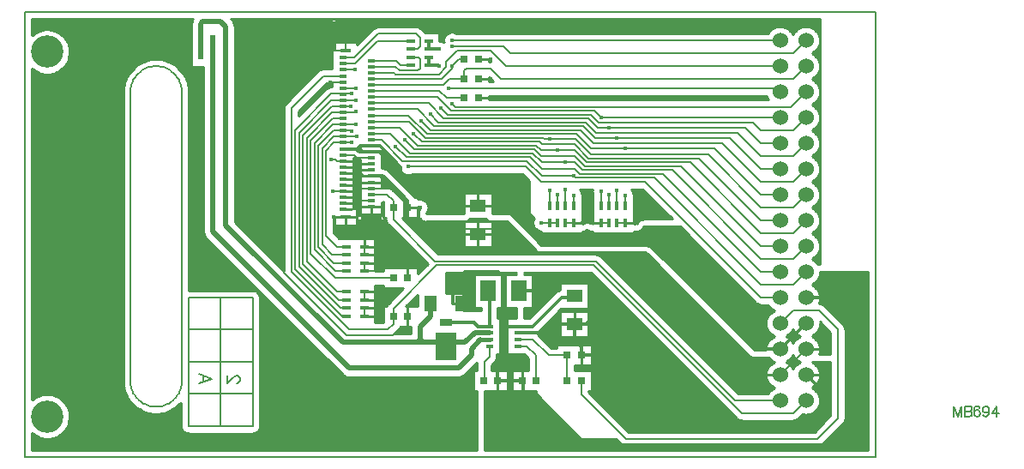
<source format=gbr>
%FSTAX23Y23*%
%MOIN*%
%SFA1B1*%

%IPPOS*%
%ADD10C,0.010000*%
%ADD11C,0.007000*%
%ADD12C,0.012000*%
%ADD13C,0.005000*%
%ADD14C,0.008000*%
%ADD15C,0.060000*%
%ADD16C,0.126000*%
%ADD17C,0.016000*%
%ADD18R,0.060000X0.050000*%
%ADD19R,0.050000X0.060000*%
%ADD20R,0.050000X0.030000*%
%ADD21R,0.079000X0.105000*%
%ADD22R,0.035000X0.016000*%
%ADD23R,0.016000X0.035000*%
%ADD24R,0.031000X0.012000*%
%ADD25R,0.030000X0.030000*%
%ADD26R,0.059000X0.079000*%
%ADD27R,0.059000X0.079000*%
%ADD28R,0.039000X0.016000*%
%ADD29R,0.020000X0.098000*%
%ADD30C,0.020000*%
%ADD31C,0.015000*%
%LNmb694-1*%
%LPD*%
G54D10*
X01739Y00212D02*
D01*
X0174Y00213*
X01741Y00214*
X01742Y00216*
X01743Y00218*
X01744Y0022*
X01745Y00221*
X01746Y00223*
X01746Y00225*
X01746Y00227*
X01747Y00229*
X01747Y00231*
X01747Y00233*
X01739Y00212D02*
D01*
X0174Y00213*
X01741Y00214*
X01742Y00216*
X01743Y00218*
X01744Y0022*
X01745Y00221*
X01746Y00223*
X01746Y00225*
X01746Y00227*
X01747Y00229*
X01747Y00231*
X01747Y00233*
X02229Y-00107D02*
D01*
X0223Y-00108*
X02231Y-00109*
X02233Y-0011*
X02235Y-00111*
X02237Y-00112*
X02238Y-00113*
X0224Y-00114*
X02242Y-00114*
X02244Y-00114*
X02246Y-00115*
X02248Y-00115*
X02249Y-00116*
X02229Y-00107D02*
D01*
X0223Y-00108*
X02231Y-00109*
X02233Y-0011*
X02235Y-00111*
X02237Y-00112*
X02238Y-00113*
X0224Y-00114*
X02242Y-00114*
X02244Y-00114*
X02246Y-00115*
X02248Y-00115*
X02249Y-00116*
X02994D02*
D01*
X02996Y-00115*
X02998Y-00115*
X03Y-00115*
X03001Y-00114*
X03003Y-00114*
X03005Y-00113*
X03007Y-00112*
X03009Y-00111*
X03011Y-0011*
X03012Y-00109*
X03014Y-00107*
X03014Y-00107*
X02994Y-00116D02*
D01*
X02996Y-00115*
X02998Y-00115*
X03Y-00115*
X03001Y-00114*
X03003Y-00114*
X03005Y-00113*
X03007Y-00112*
X03009Y-00111*
X03011Y-0011*
X03012Y-00109*
X03014Y-00107*
X03014Y-00107*
X03019Y00433D02*
D01*
X03017Y00434*
X03016Y00435*
X03014Y00436*
X03012Y00437*
X0301Y00438*
X03009Y00439*
X03007Y0044*
X03005Y0044*
X03003Y0044*
X03001Y00441*
X03Y00441*
X03094Y-00027D02*
D01*
X03095Y-00025*
X03096Y-00024*
X03097Y-00022*
X03098Y-0002*
X03099Y-00018*
X031Y-00017*
X03101Y-00015*
X03101Y-00013*
X03101Y-00011*
X03102Y-00009*
X03102Y-00007*
X03102Y-00007*
X03094Y-00027D02*
D01*
X03095Y-00025*
X03096Y-00024*
X03097Y-00022*
X03098Y-0002*
X03099Y-00018*
X031Y-00017*
X03101Y-00015*
X03101Y-00013*
X03101Y-00011*
X03102Y-00009*
X03102Y-00007*
X03102Y-00007*
Y00338D02*
D01*
X03101Y0034*
X03101Y00342*
X03101Y00344*
X031Y00345*
X031Y00347*
X03099Y00349*
X03098Y00351*
X03097Y00353*
X03096Y00355*
X03095Y00356*
X03094Y00358*
X03102Y00338D02*
D01*
X03101Y0034*
X03101Y00342*
X03101Y00344*
X031Y00345*
X031Y00347*
X03099Y00349*
X03098Y00351*
X03097Y00353*
X03096Y00355*
X03095Y00356*
X03094Y00358*
X03019Y00433D02*
D01*
X03017Y00434*
X03016Y00435*
X03014Y00436*
X03012Y00437*
X0301Y00438*
X03009Y00439*
X03007Y0044*
X03005Y0044*
X03003Y0044*
X03001Y00441*
X03Y00441*
X03001Y00444*
X03002Y00448*
X03003Y00452*
X03004Y00455*
X03004Y00459*
X03004Y00463*
X03003Y00466*
X03003Y0047*
X03002Y00474*
X03001Y00478*
X03Y00481*
X02999Y00485*
X02997Y00488*
X02995Y00492*
X02993Y00495*
X02991Y00498*
X02988Y00501*
X02985Y00503*
X02982Y00506*
X02979Y00508*
X02976Y0051*
X02973Y00512*
X02972Y00513*
X02975Y00514*
X02978Y00516*
X02981Y00518*
X02984Y00521*
X02987Y00523*
X0299Y00526*
X02992Y00529*
X02995Y00532*
X02996Y00536*
X02998Y00539*
X03Y00543*
X03001Y00546*
X03002Y0055*
X03003Y00554*
X03003Y00557*
X03004Y00561*
X03004Y00563*
X01902Y00324D02*
D01*
X01903Y00325*
X01905Y00326*
X01907Y00327*
X01909Y00329*
X01902Y00324D02*
D01*
X01903Y00325*
X01905Y00326*
X01907Y00327*
X01909Y00329*
X01994Y00493D02*
D01*
X01991Y00492*
X01989Y00492*
X01987Y00491*
X01985Y0049*
X01983Y00489*
X01981Y00488*
X0198Y00487*
X01978Y00485*
X01977Y00485*
X01994Y00493D02*
D01*
X01991Y00492*
X01989Y00492*
X01987Y00491*
X01985Y0049*
X01983Y00489*
X01981Y00488*
X0198Y00487*
X01978Y00485*
X01977Y00485*
X02679Y-00007D02*
D01*
X0268Y-00008*
X02681Y-00009*
X02683Y-0001*
X02685Y-00011*
X02687Y-00012*
X02688Y-00013*
X0269Y-00014*
X02692Y-00014*
X02694Y-00014*
X02696Y-00015*
X02698Y-00015*
X02699Y-00016*
X02679Y-00007D02*
D01*
X0268Y-00008*
X02681Y-00009*
X02683Y-0001*
X02685Y-00011*
X02687Y-00012*
X02688Y-00013*
X0269Y-00014*
X02692Y-00014*
X02694Y-00014*
X02696Y-00015*
X02698Y-00015*
X02699Y-00016*
X02899D02*
D01*
X02901Y-00015*
X02903Y-00015*
X02905Y-00015*
X02906Y-00014*
X02908Y-00014*
X0291Y-00013*
X02912Y-00012*
X02914Y-00011*
X02916Y-0001*
X02917Y-00009*
X02919Y-00007*
X02919Y-00007*
X02899Y-00016D02*
D01*
X02901Y-00015*
X02903Y-00015*
X02905Y-00015*
X02906Y-00014*
X02908Y-00014*
X0291Y-00013*
X02912Y-00012*
X02914Y-00011*
X02916Y-0001*
X02917Y-00009*
X02919Y-00007*
X02919Y-00007*
X02936Y00009D02*
D01*
X02939Y00008*
X02943Y00007*
X02947Y00007*
X02951Y00007*
X02954Y00007*
X02958Y00008*
X02962Y00009*
X02966Y0001*
X02969Y00011*
X02973Y00013*
X02976Y00014*
X02979Y00016*
X02982Y00019*
X02985Y00021*
X02988Y00024*
X0299Y00027*
X02993Y0003*
X02995Y00033*
X02997Y00036*
X02998Y00039*
X03Y00043*
X03001Y00047*
X03002Y0005*
X03003Y00054*
X03003Y00058*
X03003Y00062*
X03004Y00063*
X03003Y00066*
X03003Y0007*
X03002Y00074*
X03001Y00078*
X03Y00081*
X02999Y00085*
X02997Y00088*
X02995Y00092*
X02993Y00095*
X02991Y00098*
X02988Y00101*
X02985Y00103*
X02982Y00106*
X02979Y00108*
X02976Y0011*
X02973Y00112*
X02972Y00113*
X02975Y00114*
X02978Y00116*
X02981Y00118*
X02984Y00121*
X02987Y00123*
X0299Y00126*
X02992Y00129*
X02995Y00132*
X02996Y00136*
X02998Y00139*
X03Y00143*
X03001Y00146*
X03002Y0015*
X03003Y00154*
X03003Y00157*
X03004Y00161*
X03004Y00163*
X03003Y00166*
X03003Y0017*
X03002Y00174*
X03001Y00178*
X03Y00181*
X02999Y00185*
X02997Y00188*
X02995Y00192*
X02993Y00195*
X02991Y00198*
X02988Y00201*
X02985Y00203*
X02982Y00206*
X02979Y00208*
X02976Y0021*
X02973Y00212*
X02972Y00213*
X-00059Y-00065D02*
D01*
X-00054Y-00068*
X-00049Y-00072*
X-00044Y-00075*
X-00038Y-00078*
X-00033Y-00081*
X-00027Y-00083*
X-00021Y-00085*
X-00015Y-00086*
X-00009Y-00087*
X-00003Y-00087*
X00002Y-00087*
X00008Y-00087*
X00014Y-00086*
X0002Y-00085*
X00026Y-00083*
X00032Y-00081*
X00038Y-00079*
X00043Y-00076*
X00048Y-00072*
X00053Y-00069*
X00058Y-00065*
X00062Y-00061*
X00067Y-00056*
X0007Y-00051*
X00074Y-00046*
X00077Y-00041*
X0008Y-00036*
X00082Y-0003*
X00084Y-00024*
X00085Y-00018*
X00086Y-00012*
X00087Y-00006*
X00087Y0*
X00088Y0*
X-00059Y-00065D02*
D01*
X-00054Y-00068*
X-00049Y-00072*
X-00044Y-00075*
X-00038Y-00078*
X-00033Y-00081*
X-00027Y-00083*
X-00021Y-00085*
X-00015Y-00086*
X-00009Y-00087*
X-00003Y-00087*
X00002Y-00087*
X00008Y-00087*
X00014Y-00086*
X0002Y-00085*
X00026Y-00083*
X00032Y-00081*
X00038Y-00079*
X00043Y-00076*
X00048Y-00072*
X00053Y-00069*
X00058Y-00065*
X00062Y-00061*
X00067Y-00056*
X0007Y-00051*
X00074Y-00046*
X00077Y-00041*
X0008Y-00036*
X00082Y-0003*
X00084Y-00024*
X00085Y-00018*
X00086Y-00012*
X00087Y-00006*
X00087Y0*
X00088Y0*
X00087Y00006*
X00087Y00012*
X00086Y00018*
X00084Y00024*
X00082Y0003*
X0008Y00035*
X00077Y00041*
X00074Y00046*
X00071Y00051*
X00067Y00056*
X00063Y00061*
X00058Y00065*
X00054Y00069*
X00049Y00072*
X00044Y00076*
X00038Y00079*
X00032Y00081*
X00027Y00083*
X00021Y00085*
X00015Y00086*
X00009Y00087*
X00003Y00087*
X-00003*
X-00009Y00087*
X-00015Y00086*
X-00021Y00085*
X-00027Y00083*
X-00032Y00081*
X-00038Y00079*
X-00044Y00076*
X-00049Y00072*
X-00054Y00069*
X-00058Y00065*
X-00059Y00065*
X00088Y0D02*
D01*
X00087Y00006*
X00087Y00012*
X00086Y00018*
X00084Y00024*
X00082Y0003*
X0008Y00035*
X00077Y00041*
X00074Y00046*
X00071Y00051*
X00067Y00056*
X00063Y00061*
X00058Y00065*
X00054Y00069*
X00049Y00072*
X00044Y00076*
X00038Y00079*
X00032Y00081*
X00027Y00083*
X00021Y00085*
X00015Y00086*
X00009Y00087*
X00003Y00087*
X-00003*
X-00009Y00087*
X-00015Y00086*
X-00021Y00085*
X-00027Y00083*
X-00032Y00081*
X-00038Y00079*
X-00044Y00076*
X-00049Y00072*
X-00054Y00069*
X-00058Y00065*
X-00059Y00065*
X0052Y-00037D02*
D01*
X0052Y-00039*
X0052Y-00041*
X0052Y-00043*
X00521Y-00044*
X00521Y-00046*
X00522Y-00048*
X00523Y-0005*
X00524Y-00052*
X00525Y-00054*
X00526Y-00055*
X00528Y-00057*
X00529Y-00058*
X00531Y-00059*
X00532Y-00061*
X00534Y-00062*
X00536Y-00063*
X00538Y-00063*
X0054Y-00064*
X00541Y-00065*
X00543Y-00065*
X00545Y-00065*
X00547Y-00065*
X00549Y-00066*
X0052Y-00037D02*
D01*
X0052Y-00039*
X0052Y-00041*
X0052Y-00043*
X00521Y-00044*
X00521Y-00046*
X00522Y-00048*
X00523Y-0005*
X00524Y-00052*
X00525Y-00054*
X00526Y-00055*
X00528Y-00057*
X00529Y-00058*
X00531Y-00059*
X00532Y-00061*
X00534Y-00062*
X00536Y-00063*
X00538Y-00063*
X0054Y-00064*
X00541Y-00065*
X00543Y-00065*
X00545Y-00065*
X00547Y-00065*
X00549Y-00066*
X00296Y00138D02*
D01*
X00296Y00129*
X00297Y0012*
X00298Y00111*
X003Y00102*
X00303Y00094*
X00306Y00086*
X0031Y00078*
X00315Y0007*
X0032Y00063*
X00325Y00056*
X00331Y00049*
X00338Y00043*
X00344Y00037*
X00351Y00032*
X00359Y00028*
X00367Y00023*
X00375Y0002*
X00383Y00017*
X00392Y00014*
X004Y00012*
X00409Y00011*
X00418Y00011*
X00427*
X00436Y00011*
X00445Y00012*
X00453Y00014*
X00462Y00017*
X0047Y0002*
X00478Y00023*
X00486Y00028*
X00494Y00032*
X00501Y00037*
X00507Y00043*
X00514Y00049*
X0052Y00054*
X00608Y00719D02*
D01*
X00608Y00716*
X00608Y00714*
X00608Y00711*
X00609Y00709*
X0061Y00707*
X00611Y00704*
X00612Y00702*
X00613Y007*
X00614Y00698*
X00616Y00696*
X00617Y00694*
X00618Y00694*
X00608Y00719D02*
D01*
X00608Y00716*
X00608Y00714*
X00608Y00711*
X00609Y00709*
X0061Y00707*
X00611Y00704*
X00612Y00702*
X00613Y007*
X00614Y00698*
X00616Y00696*
X00617Y00694*
X00618Y00694*
X00799Y-00066D02*
D01*
X00801Y-00065*
X00803Y-00065*
X00805Y-00065*
X00806Y-00064*
X00808Y-00064*
X0081Y-00063*
X00812Y-00062*
X00814Y-00061*
X00816Y-0006*
X00817Y-00059*
X00819Y-00057*
X0082Y-00056*
X00821Y-00054*
X00823Y-00053*
X00824Y-00051*
X00825Y-00049*
X00825Y-00047*
X00826Y-00045*
X00827Y-00044*
X00827Y-00042*
X00827Y-0004*
X00827Y-00038*
X00827Y-00037*
X00799Y-00066D02*
D01*
X00801Y-00065*
X00803Y-00065*
X00805Y-00065*
X00806Y-00064*
X00808Y-00064*
X0081Y-00063*
X00812Y-00062*
X00814Y-00061*
X00816Y-0006*
X00817Y-00059*
X00819Y-00057*
X0082Y-00056*
X00821Y-00054*
X00823Y-00053*
X00824Y-00051*
X00825Y-00049*
X00825Y-00047*
X00826Y-00045*
X00827Y-00044*
X00827Y-00042*
X00827Y-0004*
X00827Y-00038*
X00827Y-00037*
X01149Y00163D02*
D01*
X0115Y00161*
X01152Y00159*
X01154Y00158*
X01156Y00157*
X01159Y00155*
X01161Y00154*
X01163Y00154*
X01166Y00153*
X01168Y00153*
X0117Y00152*
X01173Y00152*
X01174Y00153*
X01149Y00163D02*
D01*
X0115Y00161*
X01152Y00159*
X01154Y00158*
X01156Y00157*
X01159Y00155*
X01161Y00154*
X01163Y00154*
X01166Y00153*
X01168Y00153*
X0117Y00152*
X01173Y00152*
X01174Y00153*
X00827Y00463D02*
D01*
X00826Y00465*
X00826Y00467*
X00826Y00469*
X00825Y0047*
X00825Y00472*
X00824Y00474*
X00823Y00476*
X00822Y00478*
X00821Y0048*
X0082Y00481*
X00818Y00483*
X00817Y00484*
X00815Y00485*
X00814Y00487*
X00812Y00488*
X0081Y00489*
X00808Y00489*
X00806Y0049*
X00805Y00491*
X00803Y00491*
X00801Y00491*
X00799Y00491*
X00827Y00463D02*
D01*
X00826Y00465*
X00826Y00467*
X00826Y00469*
X00825Y0047*
X00825Y00472*
X00824Y00474*
X00823Y00476*
X00822Y00478*
X00821Y0048*
X0082Y00481*
X00818Y00483*
X00817Y00484*
X00815Y00485*
X00814Y00487*
X00812Y00488*
X0081Y00489*
X00808Y00489*
X00806Y0049*
X00805Y00491*
X00803Y00491*
X00801Y00491*
X00799Y00491*
X-00059Y01353D02*
D01*
X-00054Y01349*
X-00049Y01345*
X-00044Y01342*
X-00038Y01339*
X-00033Y01336*
X-00027Y01334*
X-00021Y01332*
X-00015Y01331*
X-00009Y0133*
X-00003Y0133*
X00002Y0133*
X00008Y0133*
X00014Y01331*
X0002Y01332*
X00026Y01334*
X00032Y01336*
X00038Y01338*
X00043Y01341*
X00048Y01345*
X00053Y01348*
X00058Y01352*
X00062Y01356*
X00067Y01361*
X0007Y01366*
X00074Y01371*
X00077Y01376*
X0008Y01381*
X00082Y01387*
X00084Y01393*
X00085Y01399*
X00086Y01405*
X00087Y01411*
X00087Y01417*
X00088Y01418*
X00087Y01424*
X00087Y0143*
X00086Y01436*
X00084Y01442*
X00082Y01448*
X0008Y01453*
X00077Y01459*
X00074Y01464*
X00071Y01469*
X00067Y01474*
X00063Y01479*
X00058Y01483*
X00054Y01487*
X00049Y0149*
X00044Y01494*
X00038Y01497*
X00032Y01499*
X00027Y01501*
X00021Y01503*
X00015Y01504*
X00009Y01505*
X00003Y01505*
X-00003*
X-00009Y01505*
X-00015Y01504*
X-00021Y01503*
X-00027Y01501*
X-00032Y01499*
X-00038Y01497*
X-00044Y01494*
X-00049Y0149*
X-00054Y01487*
X-00058Y01483*
X-00059Y01483*
X00551Y01263D02*
D01*
X0055Y01271*
X00549Y0128*
X00548Y01289*
X00546Y01298*
X00543Y01306*
X0054Y01314*
X00536Y01322*
X00531Y0133*
X00526Y01337*
X00521Y01344*
X00515Y01351*
X00508Y01357*
X00502Y01363*
X00495Y01368*
X00487Y01372*
X00479Y01377*
X00471Y0138*
X00463Y01383*
X00454Y01386*
X00446Y01388*
X00437Y01389*
X00428Y01389*
X00419*
X0041Y01389*
X00401Y01388*
X00393Y01386*
X00384Y01383*
X00376Y0138*
X00368Y01377*
X0036Y01372*
X00352Y01368*
X00345Y01363*
X00339Y01357*
X00332Y01351*
X00326Y01344*
X00321Y01337*
X00316Y0133*
X00311Y01322*
X00307Y01314*
X00304Y01306*
X00301Y01298*
X00299Y01289*
X00298Y0128*
X00297Y01271*
X00296Y01263*
X00567Y01545D02*
D01*
X00565Y01542*
X00564Y0154*
X00563Y01538*
X00562Y01536*
X00562Y01533*
X00561Y01531*
X00561Y01529*
X00561Y01526*
X00561Y01526*
X00729Y01516D02*
D01*
X00728Y01518*
X00728Y0152*
X00728Y01523*
X00727Y01525*
X00726Y01527*
X00725Y0153*
X00724Y01532*
X00723Y01534*
X00722Y01536*
X0072Y01538*
X00719Y0154*
X00719Y01541*
X00729Y01516D02*
D01*
X00728Y01518*
X00728Y0152*
X00728Y01523*
X00727Y01525*
X00726Y01527*
X00725Y0153*
X00724Y01532*
X00723Y01534*
X00722Y01536*
X0072Y01538*
X00719Y0154*
X00719Y01541*
X00567Y01545D02*
D01*
X00565Y01542*
X00564Y0154*
X00563Y01538*
X00562Y01536*
X00562Y01533*
X00561Y01531*
X00561Y01529*
X00561Y01526*
X00561Y01526*
X0119Y01007D02*
D01*
X01191Y01005*
X01193Y01004*
X01195Y01002*
X01196Y01001*
X01198Y01*
X012Y00999*
X01202Y00999*
X01205Y00998*
X01207Y00998*
X01209Y00998*
X01211Y00997*
X01212Y00998*
X0119Y01007D02*
D01*
X01191Y01005*
X01193Y01004*
X01195Y01002*
X01196Y01001*
X01198Y01*
X012Y00999*
X01202Y00999*
X01205Y00998*
X01207Y00998*
X01209Y00998*
X01211Y00997*
X01212Y00998*
X00929Y01219D02*
D01*
X00927Y01217*
X00926Y01216*
X00925Y01214*
X00924Y01212*
X00923Y0121*
X00922Y01209*
X00921Y01207*
X00921Y01205*
X00921Y01203*
X0092Y01201*
X0092Y01199*
X0092Y01199*
X00929Y01219D02*
D01*
X00927Y01217*
X00926Y01216*
X00925Y01214*
X00924Y01212*
X00923Y0121*
X00922Y01209*
X00921Y01207*
X00921Y01205*
X00921Y01203*
X0092Y01201*
X0092Y01199*
X0092Y01199*
X01105Y01283D02*
D01*
X01102Y01282*
X011Y01282*
X01098Y01282*
X01097Y01281*
X01095Y01281*
X01093Y0128*
X01091Y01279*
X01089Y01278*
X01087Y01277*
X01086Y01276*
X01085Y01275*
X01105Y01283D02*
D01*
X01102Y01282*
X011Y01282*
X01098Y01282*
X01097Y01281*
X01095Y01281*
X01093Y0128*
X01091Y01279*
X01089Y01278*
X01087Y01277*
X01086Y01276*
X01085Y01275*
X01074Y01353D02*
D01*
X01071Y01352*
X01069Y01352*
X01067Y01352*
X01066Y01351*
X01064Y01351*
X01062Y0135*
X0106Y01349*
X01058Y01348*
X01056Y01347*
X01055Y01346*
X01054Y01345*
X01074Y01353D02*
D01*
X01071Y01352*
X01069Y01352*
X01067Y01352*
X01066Y01351*
X01064Y01351*
X01062Y0135*
X0106Y01349*
X01058Y01348*
X01056Y01347*
X01055Y01346*
X01054Y01345*
X01288Y01516D02*
D01*
X01285Y01515*
X01283Y01515*
X01281Y01515*
X0128Y01514*
X01278Y01514*
X01276Y01513*
X01274Y01512*
X01272Y01511*
X0127Y0151*
X01269Y01509*
X01268Y01508*
X01288Y01516D02*
D01*
X01285Y01515*
X01283Y01515*
X01281Y01515*
X0128Y01514*
X01278Y01514*
X01276Y01513*
X01274Y01512*
X01272Y01511*
X0127Y0151*
X01269Y01509*
X01268Y01508*
X01367Y0034D02*
D01*
X01368Y00341*
X01369Y00342*
X0137Y00344*
X01371Y00346*
X01372Y00348*
X01367Y0034D02*
D01*
X01368Y00341*
X01369Y00342*
X0137Y00344*
X01371Y00346*
X01372Y00348*
X01326Y0044D02*
D01*
X01324Y00438*
X01323Y00437*
X01322Y00435*
X01321Y00433*
X0132Y00431*
X01319Y0043*
X01318Y00428*
X01319Y00428*
X01326Y0044D02*
D01*
X01324Y00438*
X01323Y00437*
X01322Y00435*
X01321Y00433*
X0132Y00431*
X01319Y0043*
X01318Y00428*
X01319Y00428*
X01599Y00153D02*
D01*
X01601Y00153*
X01603Y00153*
X01606Y00153*
X01608Y00154*
X0161Y00155*
X01613Y00156*
X01615Y00157*
X01617Y00158*
X01619Y00159*
X01621Y00161*
X01623Y00162*
X01624Y00163*
X01599Y00153D02*
D01*
X01601Y00153*
X01603Y00153*
X01606Y00153*
X01608Y00154*
X0161Y00155*
X01613Y00156*
X01615Y00157*
X01617Y00158*
X01619Y00159*
X01621Y00161*
X01623Y00162*
X01624Y00163*
X01318Y00765D02*
D01*
X01318Y00762*
X01318Y0076*
X01318Y00758*
X01319Y00757*
X01319Y00755*
X0132Y00753*
X01321Y00751*
X01322Y00749*
X01323Y00747*
X01324Y00746*
X01326Y00745*
X01318Y00765D02*
D01*
X01318Y00762*
X01318Y0076*
X01318Y00758*
X01319Y00757*
X01319Y00755*
X0132Y00753*
X01321Y00751*
X01322Y00749*
X01323Y00747*
X01324Y00746*
X01326Y00745*
X01452Y00767D02*
D01*
X01453Y00765*
X01454Y00764*
X01456Y00762*
X01458Y00761*
X0146Y0076*
X01462Y00759*
X01463Y00759*
X01465Y00758*
X01467Y00757*
X0147Y00757*
X01472Y00757*
X01474Y00758*
X01619D02*
D01*
X01621Y00758*
X01623Y00758*
X01625Y00758*
X01627Y00759*
X01629Y00759*
X01631Y0076*
X01633Y00761*
X01634Y00762*
X01636Y00763*
X01638Y00765*
X01639Y00766*
X01641Y00768*
X01619Y00758D02*
D01*
X01621Y00758*
X01623Y00758*
X01625Y00758*
X01627Y00759*
X01629Y00759*
X01631Y0076*
X01633Y00761*
X01634Y00762*
X01636Y00763*
X01638Y00765*
X01639Y00766*
X01641Y00768*
X01707D02*
D01*
X01708Y00766*
X01709Y00765*
X01711Y00763*
X01713Y00762*
X01715Y00761*
X01717Y0076*
X01718Y0076*
X0172Y00759*
X01722Y00758*
X01725Y00758*
X01727Y00758*
X01729Y00758*
X01707Y00768D02*
D01*
X01708Y00766*
X01709Y00765*
X01711Y00763*
X01713Y00762*
X01715Y00761*
X01717Y0076*
X01718Y0076*
X0172Y00759*
X01722Y00758*
X01725Y00758*
X01727Y00758*
X01729Y00758*
X02728Y00237D02*
D01*
X02729Y00235*
X02731Y00234*
X02732Y00233*
X02734Y00232*
X02736Y00231*
X02738Y0023*
X0274Y00229*
X02742Y00229*
X02744Y00228*
X02746Y00228*
X02748Y00228*
X02749Y00228*
X02826Y00113D02*
D01*
X02822Y00111*
X02819Y00109*
X02816Y00107*
X02813Y00104*
X0281Y00102*
X02807Y00099*
X02805Y00096*
X02802Y00093*
X02802Y00091*
X02826Y00213D02*
D01*
X02822Y00211*
X02819Y00209*
X02816Y00207*
X02813Y00204*
X0281Y00202*
X02807Y00199*
X02805Y00196*
X02802Y00193*
X02801Y00189*
X02799Y00186*
X02797Y00182*
X02796Y00179*
X02795Y00175*
X02794Y00171*
X02794Y00168*
X02793Y00164*
X02794Y0016*
X02794Y00156*
X02794Y00152*
X02795Y00149*
X02796Y00145*
X02798Y00141*
X02799Y00138*
X02801Y00134*
X02803Y00131*
X02806Y00128*
X02808Y00125*
X02811Y00122*
X02814Y0012*
X02817Y00118*
X0282Y00115*
X02823Y00114*
X02826Y00113*
X02899Y00186D02*
D01*
X02897Y00189*
X02895Y00192*
X02893Y00195*
X0289Y00198*
X02888Y00201*
X02885Y00204*
X02882Y00206*
X02879Y00209*
X02875Y0021*
X02872Y00212*
X02872Y00213*
X02926D02*
D01*
X02922Y00211*
X02919Y00209*
X02916Y00207*
X02913Y00204*
X0291Y00202*
X02907Y00199*
X02905Y00196*
X02902Y00193*
X02901Y00189*
X02899Y00186*
X02899Y00186*
X02805Y0023D02*
D01*
X02807Y00227*
X0281Y00224*
X02812Y00221*
X02815Y00219*
X02818Y00216*
X02822Y00214*
X02825Y00213*
X02826Y00213*
X02872D02*
D01*
X02875Y00214*
X02878Y00216*
X02881Y00218*
X02884Y00221*
X02887Y00223*
X0289Y00226*
X02892Y00229*
X02895Y00232*
X02896Y00236*
X02898Y00239*
X02899Y0024*
X029Y00236*
X02902Y00233*
X02904Y0023*
X02907Y00227*
X02909Y00224*
X02912Y00221*
X02915Y00219*
X02918Y00216*
X02922Y00215*
X02925Y00213*
X02926Y00213*
X02728Y00237D02*
D01*
X02729Y00235*
X02731Y00234*
X02732Y00233*
X02734Y00232*
X02736Y00231*
X02738Y0023*
X0274Y00229*
X02742Y00229*
X02744Y00228*
X02746Y00228*
X02748Y00228*
X02749Y00228*
X02794D02*
D01*
X02796Y00228*
X02798Y00228*
X028Y00228*
X02802Y00229*
X02804Y00229*
X02805Y0023*
X02794Y00228D02*
D01*
X02796Y00228*
X02798Y00228*
X028Y00228*
X02802Y00229*
X02804Y00229*
X02805Y0023*
X03Y00243D02*
D01*
X03001Y00246*
X03002Y0025*
X03003Y00254*
X03003Y00257*
X03003Y00261*
X03004Y00263*
X03003Y00266*
X03003Y0027*
X03002Y00274*
X03001Y00278*
X03Y00281*
X02999Y00285*
X02997Y00288*
X02995Y00292*
X02993Y00295*
X02991Y00298*
X02988Y00301*
X02985Y00303*
X02982Y00306*
X02979Y00308*
X02976Y0031*
X02973Y00312*
X02972Y00313*
X02975Y00314*
X02978Y00316*
X02981Y00318*
X02984Y00321*
X02987Y00323*
X0299Y00326*
X02992Y00329*
X02995Y00332*
X02996Y00336*
X02998Y00339*
X03Y00343*
X03001Y00346*
X03002Y0035*
X03003Y00354*
X03003Y00357*
X03004Y00361*
X03004Y00363*
X02153Y00623D02*
D01*
X02151Y00624*
X0215Y00625*
X02148Y00626*
X02146Y00627*
X02144Y00628*
X02143Y00629*
X02141Y0063*
X02139Y0063*
X02137Y0063*
X02135Y00631*
X02133Y00631*
X02133Y00632*
X02154Y00623D02*
D01*
X02152Y00624*
X02151Y00625*
X02149Y00626*
X02147Y00627*
X02145Y00628*
X02144Y00629*
X02142Y0063*
X0214Y0063*
X02138Y0063*
X02136Y00631*
X02134Y00631*
X02133Y00632*
X01899Y00645D02*
D01*
X019Y00643*
X01902Y00642*
X01903Y00641*
X01905Y0064*
X01907Y00639*
X01909Y00638*
X01911Y00637*
X01913Y00637*
X01915Y00636*
X01917Y00636*
X01919Y00636*
X0192Y00636*
X01899Y00645D02*
D01*
X019Y00643*
X01902Y00642*
X01903Y00641*
X01905Y0064*
X01907Y00639*
X01909Y00638*
X01911Y00637*
X01913Y00637*
X01915Y00636*
X01917Y00636*
X01919Y00636*
X0192Y00636*
X01899Y00645D02*
D01*
X019Y00643*
X01902Y00642*
X01903Y00641*
X01905Y0064*
X01907Y00639*
X01909Y00638*
X01911Y00637*
X01913Y00637*
X01915Y00636*
X01917Y00636*
X01919Y00636*
X0192Y00636*
X01899Y00645D02*
D01*
X019Y00643*
X01902Y00642*
X01903Y00641*
X01905Y0064*
X01907Y00639*
X01909Y00638*
X01911Y00637*
X01913Y00637*
X01915Y00636*
X01917Y00636*
X01919Y00636*
X0192Y00636*
X01899Y00645D02*
D01*
X019Y00643*
X01902Y00642*
X01903Y00641*
X01905Y0064*
X01907Y00639*
X01909Y00638*
X01911Y00637*
X01913Y00637*
X01915Y00636*
X01917Y00636*
X01919Y00636*
X0192Y00636*
X01899Y00645D02*
D01*
X019Y00643*
X01902Y00642*
X01903Y00641*
X01905Y0064*
X01907Y00639*
X01909Y00638*
X01911Y00637*
X01913Y00637*
X01915Y00636*
X01917Y00636*
X01919Y00636*
X0192Y00636*
X02114Y00752D02*
D01*
X02112Y00753*
X0211Y00753*
X02108Y00754*
X02106Y00755*
X02104Y00755*
X02102Y00756*
X02099Y00756*
X02097Y00756*
X02095Y00756*
X02093Y00756*
X02091Y00755*
X02089Y00755*
X02087Y00754*
X02085Y00753*
X02083Y00752*
X02081Y00751*
X02081Y0075*
X02274Y00636D02*
D01*
X02275Y00635*
X02277Y00634*
X02279Y00633*
X02281Y00633*
X02283Y00632*
X02285Y00632*
X02287Y00632*
X02288Y00633*
X02274Y00636D02*
D01*
X02275Y00635*
X02277Y00634*
X02279Y00633*
X02281Y00633*
X02283Y00632*
X02285Y00632*
X02287Y00632*
X02288Y00633*
X02996Y00592D02*
D01*
X02993Y00595*
X02991Y00598*
X02988Y00601*
X02986Y00603*
X02983Y00606*
X0298Y00608*
X02976Y0061*
X02973Y00612*
X02972Y00613*
X03004Y00593D02*
D01*
X03001Y00592*
X02999Y00592*
X02997Y00592*
X02996Y00592*
X02274Y00636D02*
D01*
X02275Y00635*
X02277Y00634*
X02279Y00633*
X02281Y00633*
X02283Y00632*
X02285Y00632*
X02287Y00632*
X02288Y00633*
Y0075D02*
D01*
X02285Y0075*
X02283Y0075*
X02281Y00751*
X02279Y00751*
X02279Y00751*
X02318Y00768D02*
D01*
X02315Y00767*
X02313Y00767*
X02311Y00767*
X02309Y00766*
X02307Y00766*
X02305Y00765*
X02303Y00764*
X02302Y00763*
X023Y00762*
X02298Y0076*
X02297Y00759*
X02295Y00758*
X02294Y00756*
X02293Y00754*
X02292Y00753*
X02292Y00751*
X02972Y00613D02*
D01*
X02975Y00614*
X02978Y00616*
X02981Y00618*
X02984Y00621*
X02987Y00623*
X0299Y00626*
X02992Y00629*
X02995Y00632*
X02996Y00636*
X02998Y00639*
X03Y00643*
X03001Y00646*
X03002Y0065*
X03003Y00654*
X03003Y00657*
X03004Y00661*
X03004Y00663*
Y00593D02*
D01*
X03001Y00592*
X02999Y00592*
X02997Y00592*
X02996Y00592*
X03004Y00663D02*
D01*
X03003Y00666*
X03003Y0067*
X03002Y00674*
X03001Y00678*
X03Y00681*
X02999Y00685*
X02997Y00688*
X02995Y00692*
X02993Y00695*
X02991Y00698*
X02988Y00701*
X02985Y00703*
X02982Y00706*
X02979Y00708*
X02976Y0071*
X02973Y00712*
X02972Y00713*
X02975Y00714*
X02978Y00716*
X02981Y00718*
X02984Y00721*
X02987Y00723*
X0299Y00726*
X02992Y00729*
X02995Y00732*
X02996Y00736*
X02998Y00739*
X03Y00743*
X03001Y00746*
X03002Y0075*
X03003Y00754*
X03003Y00757*
X03004Y00761*
X03004Y00763*
X01341Y00884D02*
D01*
X01339Y00885*
X01338Y00886*
X01336Y00887*
X01334Y00888*
X01332Y00889*
X01331Y0089*
X01329Y00891*
X01327Y00891*
X01325Y00891*
X01323Y00892*
X01321Y00892*
X01321Y00892*
X01341Y00884D02*
D01*
X01339Y00885*
X01338Y00886*
X01336Y00887*
X01334Y00888*
X01332Y00889*
X01331Y0089*
X01329Y00891*
X01327Y00891*
X01325Y00891*
X01323Y00892*
X01321Y00892*
X01321Y00892*
X01451Y00811D02*
D01*
X01449Y00809*
X01448Y00807*
X01447Y00806*
X01446Y00804*
X01445Y00802*
X01444Y008*
X01443Y00798*
X01443Y00796*
X01442Y00794*
X01442Y00792*
X01442Y0079*
X01442Y00788*
X01442Y00786*
X01442Y00784*
X01443Y00782*
X01443Y0078*
X01444Y00778*
X01445Y00776*
X01446Y00774*
X01447Y00772*
X01448Y00771*
X0145Y00769*
X01451Y00768*
X01452Y00767*
X02079Y00864D02*
D01*
X02078Y00866*
X02078Y00868*
X02077Y0087*
X02076Y00872*
X02075Y00875*
X02074Y00877*
X02073Y00879*
X02072Y00881*
X0207Y00882*
X02069Y00884*
X0212D02*
D01*
X02119Y00881*
X02119Y00879*
X02118Y00877*
X02118Y00874*
X02118Y00872*
X02119Y0087*
X02119Y00867*
X0212Y00865*
X02121Y00864*
X01542Y01456D02*
D01*
X0154Y01457*
X01537Y01458*
X01535Y01459*
X01533Y01459*
X01531Y0146*
X01529Y0146*
X01526Y01461*
X01525Y01461*
X01591Y01491D02*
D01*
X01588Y01492*
X01586Y01493*
X01584Y01493*
X01582Y01494*
X0158Y01495*
X01577Y01495*
X01575Y01495*
X01573Y01495*
X0157Y01495*
X01568Y01495*
X01566Y01494*
X01563Y01494*
X01561Y01493*
X01559Y01492*
X01557Y01491*
X01555Y01489*
X01553Y01488*
X01551Y01487*
X01549Y01485*
X01548Y01483*
X01546Y01481*
X01545Y0148*
X01544Y01477*
X01543Y01475*
X01542Y01473*
X01541Y01471*
X01541Y01469*
X0154Y01466*
X0154Y01464*
X0154Y01462*
X0154Y01459*
X0154Y01457*
X01542Y01456*
X01454Y01508D02*
D01*
X01452Y01509*
X01451Y0151*
X01449Y01511*
X01447Y01512*
X01445Y01513*
X01444Y01514*
X01442Y01515*
X0144Y01515*
X01438Y01515*
X01436Y01516*
X01434Y01516*
X01434Y01516*
X01454Y01508D02*
D01*
X01452Y01509*
X01451Y0151*
X01449Y01511*
X01447Y01512*
X01445Y01513*
X01444Y01514*
X01442Y01515*
X0144Y01515*
X01438Y01515*
X01436Y01516*
X01434Y01516*
X01434Y01516*
X02279Y00864D02*
D01*
X02278Y00866*
X02278Y00868*
X02277Y0087*
X02276Y00872*
X02275Y00875*
X02274Y00877*
X02273Y00879*
X02272Y00881*
X0227Y00882*
X02269Y00884*
X03004Y00763D02*
D01*
X03003Y00766*
X03003Y0077*
X03002Y00774*
X03001Y00778*
X03Y00781*
X02999Y00785*
X02997Y00788*
X02995Y00792*
X02993Y00795*
X02991Y00798*
X02988Y00801*
X02985Y00803*
X02982Y00806*
X02979Y00808*
X02976Y0081*
X02973Y00812*
X02972Y00813*
X02975Y00814*
X02978Y00816*
X02981Y00818*
X02984Y00821*
X02987Y00823*
X0299Y00826*
X02992Y00829*
X02995Y00832*
X02996Y00836*
X02998Y00839*
X03Y00843*
X03001Y00846*
X03002Y0085*
X03003Y00854*
X03003Y00857*
X03004Y00861*
X03004Y00863*
X03003Y00866*
X03003Y0087*
X03002Y00874*
X03001Y00878*
X03Y00881*
X02999Y00885*
X02997Y00888*
X02995Y00892*
X02993Y00895*
X02991Y00898*
X02988Y00901*
X02985Y00903*
X02982Y00906*
X02979Y00908*
X02976Y0091*
X02973Y00912*
X02972Y00913*
X02975Y00914*
X02978Y00916*
X02981Y00918*
X02984Y00921*
X02987Y00923*
X0299Y00926*
X02992Y00929*
X02995Y00932*
X02996Y00936*
X02998Y00939*
X03Y00943*
X03001Y00946*
X03002Y0095*
X03003Y00954*
X03003Y00957*
X03004Y00961*
X03004Y00963*
X03003Y00966*
X03003Y0097*
X03002Y00974*
X03001Y00978*
X03Y00981*
X02999Y00985*
X02997Y00988*
X02995Y00992*
X02993Y00995*
X02991Y00998*
X02988Y01001*
X02985Y01003*
X02982Y01006*
X02979Y01008*
X02976Y0101*
X02973Y01012*
X02972Y01013*
X02975Y01014*
X02978Y01016*
X02981Y01018*
X02984Y01021*
X02987Y01023*
X0299Y01026*
X02992Y01029*
X02995Y01032*
X02996Y01036*
X02998Y01039*
X03Y01043*
X03001Y01046*
X03002Y0105*
X03003Y01054*
X03003Y01057*
X03004Y01061*
X03004Y01063*
X03003Y01066*
X03003Y0107*
X03002Y01074*
X03001Y01078*
X03Y01081*
X02999Y01085*
X02997Y01088*
X02995Y01092*
X02993Y01095*
X02991Y01098*
X02988Y01101*
X02985Y01103*
X02982Y01106*
X02979Y01108*
X02976Y0111*
X02973Y01112*
X02972Y01113*
X02975Y01114*
X02978Y01116*
X02981Y01118*
X02984Y01121*
X02987Y01123*
X0299Y01126*
X02992Y01129*
X02995Y01132*
X02996Y01136*
X02998Y01139*
X03Y01143*
X03001Y01146*
X03002Y0115*
X03003Y01154*
X03003Y01157*
X03004Y01161*
X03004Y01163*
X03003Y01166*
X03003Y0117*
X03002Y01174*
X03001Y01178*
X03Y01181*
X02999Y01185*
X02997Y01188*
X02995Y01192*
X02993Y01195*
X02991Y01198*
X02988Y01201*
X02985Y01203*
X02982Y01206*
X02979Y01208*
X02976Y0121*
X02973Y01212*
X02972Y01213*
X02796Y01247D02*
D01*
X02797Y01243*
X02798Y01239*
X028Y01236*
X02802Y01233*
X02803Y01233*
X02972Y01213D02*
D01*
X02975Y01214*
X02978Y01216*
X02981Y01218*
X02984Y01221*
X02987Y01223*
X0299Y01226*
X02992Y01229*
X02995Y01232*
X02996Y01236*
X02998Y01239*
X03Y01243*
X03001Y01246*
X03002Y0125*
X03003Y01254*
X03003Y01257*
X03004Y01261*
X03004Y01263*
X03003Y01266*
X03003Y0127*
X03002Y01274*
X03001Y01278*
X03Y01281*
X02999Y01285*
X02997Y01288*
X02995Y01292*
X02993Y01295*
X02991Y01298*
X02988Y01301*
X02985Y01303*
X02982Y01306*
X02979Y01308*
X02976Y0131*
X02973Y01312*
X02972Y01313*
X02975Y01314*
X02978Y01316*
X02981Y01318*
X02984Y01321*
X02987Y01323*
X0299Y01326*
X02992Y01329*
X02995Y01332*
X02996Y01336*
X02998Y01339*
X03Y01343*
X03001Y01346*
X03002Y0135*
X03003Y01354*
X03003Y01357*
X03004Y01361*
X03004Y01363*
X03003Y01366*
X03003Y0137*
X03002Y01374*
X03001Y01378*
X03Y01381*
X02999Y01385*
X02997Y01388*
X02995Y01392*
X02993Y01395*
X02991Y01398*
X02988Y01401*
X02985Y01403*
X02982Y01406*
X02979Y01408*
X02976Y0141*
X02973Y01412*
X02972Y01413*
X02975Y01414*
X02978Y01416*
X02981Y01418*
X02984Y01421*
X02987Y01423*
X0299Y01426*
X02992Y01429*
X02995Y01432*
X02996Y01436*
X02998Y01439*
X03Y01443*
X03001Y01446*
X03002Y0145*
X03003Y01454*
X03003Y01457*
X03004Y01461*
X03004Y01463*
X03003Y01466*
X03003Y0147*
X03002Y01474*
X03001Y01478*
X03Y01481*
X02999Y01485*
X02997Y01488*
X02995Y01492*
X02993Y01495*
X02991Y01498*
X02988Y01501*
X02985Y01503*
X02982Y01506*
X02979Y01508*
X02976Y0151*
X02973Y01512*
X02969Y01513*
X02965Y01515*
X02962Y01516*
X02958Y01517*
X02954Y01517*
X0295Y01517*
X02947*
X02943Y01517*
X02939Y01517*
X02935Y01516*
X02932Y01515*
X02928Y01513*
X02924Y01512*
X02921Y0151*
X02918Y01508*
X02915Y01506*
X02912Y01503*
X02909Y01501*
X02906Y01498*
X02904Y01495*
X02902Y01492*
X029Y01488*
X02899Y01486*
X02897Y01489*
X02895Y01492*
X02893Y01495*
X0289Y01498*
X02888Y01501*
X02885Y01504*
X02882Y01506*
X02879Y01509*
X02875Y0151*
X02872Y01512*
X02868Y01514*
X02865Y01515*
X02861Y01516*
X02857Y01517*
X02854Y01517*
X0285Y01518*
X02846Y01517*
X02842Y01517*
X02838Y01517*
X02835Y01516*
X02831Y01515*
X02827Y01513*
X02824Y01512*
X0282Y0151*
X02817Y01508*
X02814Y01505*
X02811Y01503*
X02808Y015*
X02806Y01497*
X02804Y01494*
X02801Y01491*
X02802Y01491*
X01472Y00789D02*
D01*
X01473Y0079*
X01474Y00792*
X01476Y00794*
X01477Y00796*
X01478Y00798*
X01479Y008*
X0148Y00802*
X0148Y00804*
X01481Y00806*
X01481Y00809*
X01481Y00811*
X01482Y00813*
X01481Y00815*
X01481Y00817*
X01481Y00819*
X0148Y00822*
X0148Y00824*
X01479Y00826*
X01478Y00828*
X01476Y0083*
X01475Y00832*
X01474Y00834*
X01472Y00835*
X01471Y00837*
X01469Y00839*
X01467Y0084*
X01465Y00841*
X01463Y00842*
X01461Y00843*
X01459Y00844*
X01456Y00845*
X01454Y00845*
X01452Y00845*
X0145Y00845*
X01447*
X01445Y00845*
X01443Y00845*
X01441Y00845*
X01441Y00845*
X01892Y0077D02*
D01*
X0189Y00767*
X0189Y00765*
X01889Y00763*
X01888Y00761*
X01888Y00759*
X01887Y00756*
X01887Y00754*
X01887Y00752*
X01888Y00749*
X01888Y00747*
X01889Y00745*
X01889Y00743*
X0189Y0074*
X01891Y00738*
X01892Y00736*
X01893Y00734*
X01895Y00733*
X01896Y00731*
X01898Y00729*
X019Y00728*
X01902Y00726*
X01903Y00725*
X01906Y00724*
X01908Y00723*
X0191Y00722*
X01912Y00721*
X01914Y00721*
X01917Y00721*
X01919Y00721*
X01327Y00957D02*
D01*
X01325Y00958*
X01323Y00959*
X01321Y00961*
X0132Y00962*
X01318Y00963*
X01316Y00964*
X01314Y00964*
X01311Y00965*
X01309Y00965*
X01307Y00965*
X01305Y00966*
X01305Y00966*
X01327Y00957D02*
D01*
X01325Y00958*
X01323Y00959*
X01321Y00961*
X0132Y00962*
X01318Y00963*
X01316Y00964*
X01314Y00964*
X01311Y00965*
X01309Y00965*
X01307Y00965*
X01305Y00966*
X01305Y00966*
X0136Y00974D02*
D01*
X01361Y00972*
X01362Y00971*
X01364Y0097*
X01366Y00969*
X01368Y00968*
X0137Y00968*
X0136Y00974D02*
D01*
X01361Y00972*
X01362Y00971*
X01364Y0097*
X01366Y00969*
X01368Y00968*
X0137Y00968*
X01208Y01041D02*
D01*
X01209Y01042*
X0121Y01044*
X01212Y01046*
X01213Y01048*
X01214Y0105*
X01215Y01052*
X01216Y01054*
X01216Y01056*
X01217Y01057*
X01429Y00853D02*
D01*
X01427Y00854*
X01426Y00856*
X01425Y00858*
X01424Y0086*
X01423Y00861*
X01429Y00853D02*
D01*
X01427Y00854*
X01426Y00856*
X01425Y00858*
X01424Y0086*
X01423Y0086*
X0137Y00968D02*
D01*
X0137Y00965*
X0137Y00963*
X01371Y00961*
X01372Y00959*
X01373Y00956*
X01374Y00954*
X01375Y00952*
X01377Y00951*
X01378Y00949*
X0138Y00947*
X01382Y00946*
X01383Y00944*
X01385Y00943*
X01387Y00942*
X01389Y00941*
X01392Y0094*
X01394Y00939*
X01396Y00939*
X01398Y00939*
X01401Y00938*
X01403Y00938*
X01405Y00938*
X01408Y00939*
X0141Y00939*
X01412Y0094*
X01414Y0094*
X01417Y00941*
X01419Y00942*
X01419Y00944*
X02754Y00443D02*
D01*
X02755Y00441*
X02756Y0044*
X02758Y00439*
X0276Y00438*
X02762Y00437*
X02763Y00436*
X02765Y00435*
X02767Y00435*
X02769Y00435*
X02771Y00434*
X02773Y00434*
X02774Y00434*
X02826Y00313D02*
D01*
X02822Y00311*
X02819Y00309*
X02816Y00307*
X02813Y00304*
X0281Y00302*
X02807Y00299*
X02805Y00296*
X02802Y00293*
X02801Y00289*
X02799Y00286*
X02797Y00282*
X02796Y00279*
X02795Y00275*
X02794Y00271*
X02794Y00268*
X02793Y00264*
X02794Y0026*
X02794Y00258*
X02899Y00286D02*
D01*
X02897Y00289*
X02895Y00292*
X02893Y00295*
X0289Y00298*
X02888Y00301*
X02885Y00304*
X02882Y00306*
X02879Y00309*
X02875Y0031*
X02872Y00312*
X02872Y00313*
X02926D02*
D01*
X02922Y00311*
X02919Y00309*
X02916Y00307*
X02913Y00304*
X0291Y00302*
X02907Y00299*
X02905Y00296*
X02902Y00293*
X02901Y00289*
X02899Y00286*
X02899Y00286*
X02754Y00443D02*
D01*
X02755Y00441*
X02756Y0044*
X02758Y00439*
X0276Y00438*
X02762Y00437*
X02763Y00436*
X02765Y00435*
X02767Y00435*
X02769Y00435*
X02771Y00434*
X02773Y00434*
X02774Y00434*
X02826Y00413D02*
D01*
X02822Y00411*
X02819Y00409*
X02816Y00407*
X02813Y00404*
X0281Y00402*
X02807Y00399*
X02805Y00396*
X02802Y00393*
X02801Y00389*
X02799Y00386*
X02797Y00382*
X02796Y00379*
X02795Y00375*
X02794Y00371*
X02794Y00368*
X02793Y00364*
X02794Y0036*
X02794Y00356*
X02794Y00352*
X02795Y00349*
X02796Y00345*
X02798Y00341*
X02799Y00338*
X02801Y00334*
X02803Y00331*
X02806Y00328*
X02808Y00325*
X02811Y00322*
X02814Y0032*
X02817Y00318*
X0282Y00315*
X02823Y00314*
X02826Y00313*
X02872D02*
D01*
X02875Y00314*
X02878Y00316*
X02881Y00318*
X02884Y00321*
X02887Y00323*
X0289Y00326*
X02892Y00329*
X02895Y00332*
X02896Y00336*
X02898Y00339*
X02899Y0034*
X02802Y00434D02*
D01*
X02804Y0043*
X02806Y00427*
X02809Y00424*
X02811Y00422*
X02814Y00419*
X02817Y00417*
X02821Y00415*
X02824Y00413*
X02826Y00413*
X02899Y0034D02*
D01*
X029Y00336*
X02902Y00333*
X02904Y0033*
X02907Y00327*
X02909Y00324*
X02912Y00321*
X02915Y00319*
X02918Y00316*
X02922Y00315*
X02925Y00313*
X02926Y00313*
X0208Y0072D02*
D01*
X02082Y0072*
X02084Y0072*
X02086Y0072*
X02089Y00721*
X02091Y00722*
X02093Y00723*
X02095Y00724*
X02097Y00725*
X02098Y00726*
X02099Y00724*
X02102Y00723*
X02104Y00723*
X02106Y00722*
X02108Y00721*
X0211Y00721*
X02113Y00721*
X02115Y00721*
X02117Y00721*
X02119Y00721*
X0234Y00663D02*
D01*
X02338Y00663*
X02336Y00664*
X02334Y00665*
X02332Y00665*
X0233Y00666*
X02328Y00666*
X02327Y00666*
X0234Y00663D02*
D01*
X02338Y00663*
X02336Y00664*
X02334Y00665*
X02332Y00665*
X0233Y00666*
X02328Y00666*
X02327Y00666*
X02279Y00721D02*
D01*
X02281Y0072*
X02283Y00719*
X02285Y00719*
X02288Y00719*
X0229Y00719*
X02292Y00719*
X02295Y0072*
X02297Y0072*
X02299Y00721*
X02301Y00722*
X02304Y00723*
X02306Y00724*
X02308Y00725*
X02309Y00726*
X02311Y00728*
X02313Y00729*
X02314Y00731*
X02316Y00733*
X02317Y00735*
X02318Y00737*
X02318Y00738*
X01699Y-0013D02*
Y00098D01*
X01704Y-0013D02*
Y00098D01*
X01714Y-0013D02*
Y00098D01*
X01724Y-0013D02*
Y00098D01*
X01734Y-0013D02*
Y00098D01*
X01744Y-0013D02*
Y00098D01*
X01754Y-0013D02*
Y00098D01*
X01699D02*
X01711D01*
X01736*
X01711D02*
X01736D01*
X01791*
X01764Y-0013D02*
Y00098D01*
X01751Y00103D02*
Y00138D01*
X01786*
X01774Y-0013D02*
Y00098D01*
X01784Y-0013D02*
Y00098D01*
X01791Y00102D02*
X01806D01*
X01814Y-0013D02*
Y00098D01*
X01824Y-0013D02*
Y00098D01*
X01834Y-0013D02*
Y00098D01*
X01844Y-0013D02*
Y00098D01*
X01791Y00112D02*
X01806D01*
X01791Y00122D02*
X01806D01*
X01791Y00132D02*
X01806D01*
X01811Y00138D02*
X01846D01*
Y00103D02*
Y00138D01*
X01791Y00142D02*
X01806D01*
X01791Y00152D02*
X01806D01*
X01727Y00178D02*
X01736D01*
X01727D02*
X01736D01*
X01727D02*
Y00201D01*
X01736Y00178D02*
X01791D01*
X01751Y00138D02*
Y00173D01*
X01734Y00178D02*
Y00207D01*
X01744Y00178D02*
Y00219D01*
X01727Y00201D02*
X01739Y00212D01*
X01747Y00233D02*
Y00243D01*
X01754Y00178D02*
Y00243D01*
X01747D02*
X0176D01*
Y00269*
X01791Y00098D02*
Y00178D01*
X01794Y-0013D02*
Y00243D01*
X01804Y-0013D02*
Y00243D01*
X01791Y00162D02*
X01806D01*
X01791Y00172D02*
X01806D01*
Y00098D02*
Y00178D01*
X01846Y00138D02*
Y00173D01*
X01764Y00178D02*
Y00423D01*
X01774Y00178D02*
Y00559D01*
X01784Y00178D02*
Y00423D01*
X01814Y00178D02*
Y00243D01*
X01824Y00178D02*
Y00243D01*
X01834Y00178D02*
Y00243D01*
X01844Y00178D02*
Y00243D01*
X01699Y-00098D02*
X02219D01*
X01699Y-00088D02*
X02209D01*
X01699Y-00078D02*
X02064D01*
X01699Y-0013D02*
X03191D01*
X01699Y-00128D02*
X03191D01*
X01699Y-00118D02*
X03191D01*
X01699Y-00108D02*
X02229D01*
X01699Y-00028D02*
X02014D01*
X01699Y-00018D02*
X02004D01*
X01699Y-00008D02*
X01994D01*
X01699Y-00068D02*
X02054D01*
X01699Y-00058D02*
X02044D01*
X01699Y-00048D02*
X02034D01*
X01699Y-00038D02*
X02024D01*
X01934Y-0013D02*
Y00053D01*
X01914Y-0013D02*
Y00073D01*
X01924Y-0013D02*
Y00063D01*
X01699Y00002D02*
X01984D01*
X01964Y-0013D02*
Y00023D01*
X01944Y-0013D02*
Y00043D01*
X01954Y-0013D02*
Y00033D01*
X01699Y00052D02*
X01934D01*
X01699Y00062D02*
X01924D01*
X01699Y00072D02*
X01914D01*
X01699Y00012D02*
X01974D01*
X01699Y00022D02*
X01964D01*
X01699Y00032D02*
X01954D01*
X01699Y00042D02*
X01944D01*
X01854Y-0013D02*
Y00098D01*
X01806D02*
X01861D01*
X01854Y00178D02*
Y00242D01*
X01699Y00082D02*
X01904D01*
X01699Y00092D02*
X01899D01*
X01727Y00182D02*
X0187D01*
X01806Y00178D02*
X01861D01*
X01727Y00192D02*
X0187D01*
X01747Y00232D02*
X01864D01*
X01747Y00242D02*
X01854D01*
X01729Y00202D02*
X0187D01*
X01739Y00212D02*
X0187D01*
X01745Y00222D02*
X0187D01*
X01853Y00243D02*
X0187Y00226D01*
X01864Y-0013D02*
Y00098D01*
X01874Y-0013D02*
Y00098D01*
X01884Y-0013D02*
Y00098D01*
X01899Y00088D02*
X02074Y-00087D01*
X01904Y-0013D02*
Y00083D01*
X01894Y-0013D02*
Y00098D01*
X01899Y00088D02*
Y00098D01*
X01861Y00178D02*
X0187D01*
X01861D02*
X0187D01*
X01864D02*
Y00232D01*
X01861Y00098D02*
X01886D01*
X01861D02*
X01886D01*
X0187Y00178D02*
Y00226D01*
X01886Y00098D02*
X01899D01*
X01664Y00413D02*
Y00423D01*
X01674Y00413D02*
Y00423D01*
X01684Y00413D02*
Y00423D01*
X01616Y00413D02*
X01688D01*
X0175Y00382D02*
X0176D01*
X01688Y00413D02*
Y00423D01*
X0175Y00382D02*
Y00423D01*
X01616Y00432D02*
X01659D01*
X01576Y00438D02*
X01611D01*
X01616Y00442D02*
X01659D01*
X01616Y00422D02*
X01688D01*
X01659Y00423D02*
X01688D01*
X01616Y00452D02*
X01659D01*
X0175Y00423D02*
X01768D01*
X0176Y00269D02*
Y00295D01*
Y00269D02*
Y00295D01*
Y00305*
Y00295D02*
Y00305D01*
Y00295D02*
Y00305D01*
Y0032*
Y00305D02*
Y0032D01*
Y00331*
X01754Y00382D02*
Y00423D01*
X0176Y0032D02*
Y00331D01*
Y0032D02*
Y00331D01*
Y00356*
Y00331D02*
Y00356D01*
Y00382*
X01549Y00478D02*
X01561D01*
X01549D02*
Y00559D01*
X01554Y00478D02*
Y00559D01*
X01549Y00478D02*
X01561D01*
X01616*
X01564D02*
Y00559D01*
X01574Y00478D02*
Y00559D01*
X01549Y00482D02*
X01659D01*
X01549Y00492D02*
X01659D01*
X01549Y00502D02*
X01659D01*
X01549Y00512D02*
X01659D01*
X01549Y00522D02*
X01659D01*
X01549Y00532D02*
X01659D01*
X01549Y00542D02*
X01659D01*
X01616Y00413D02*
Y00478D01*
X01624Y00413D02*
Y00559D01*
X01634Y00413D02*
Y00559D01*
X01659Y00423D02*
Y00552D01*
X01768Y00423D02*
Y00552D01*
X01644Y00413D02*
Y00559D01*
X01654Y00413D02*
Y00559D01*
X01576Y00438D02*
Y00473D01*
X01584Y00478D02*
Y00559D01*
X01594Y00478D02*
Y00559D01*
X01616Y00462D02*
X01659D01*
X01616Y00472D02*
X01659D01*
X01604Y00478D02*
Y00559D01*
X01614Y00478D02*
Y00559D01*
X0176Y00252D02*
X01788D01*
X0176Y00262D02*
X01788D01*
X0176Y00272D02*
X01788D01*
X0176Y00282D02*
X01788D01*
Y00243D02*
X01853D01*
X0176Y00292D02*
X01788D01*
X0176Y00302D02*
X01788D01*
X0176Y00312D02*
X01788D01*
X0176Y00322D02*
X01788D01*
X0176Y00332D02*
X01788D01*
X0176Y00342D02*
X01788D01*
X0176Y00352D02*
X01788D01*
X0176Y00362D02*
X01788D01*
X0176Y00372D02*
X01788D01*
Y00243D02*
Y00269D01*
Y00295*
Y00269D02*
Y00295D01*
Y00305*
Y00295D02*
Y00305D01*
Y00295D02*
Y00305D01*
Y0032*
Y00305D02*
Y0032D01*
Y00331*
Y0032D02*
Y00331D01*
Y0032D02*
Y00331D01*
Y00356*
Y00331D02*
Y00356D01*
Y00382*
X0175D02*
X01824D01*
X01768Y00432D02*
X01779D01*
X01768Y00442D02*
X01779D01*
X0175Y00392D02*
X01824D01*
X0175Y00402D02*
X01824D01*
X0175Y00412D02*
X01824D01*
X0175Y00422D02*
X01824D01*
X01768Y00452D02*
X01779D01*
X01659Y00552D02*
X01768D01*
Y00462D02*
X01779D01*
X01768Y00472D02*
X01779D01*
X01768Y00482D02*
X01779D01*
X01549Y00559D02*
X01824D01*
X01768Y00492D02*
X01779D01*
X01794Y00382D02*
Y00423D01*
X01804Y00382D02*
Y00423D01*
X01814Y00382D02*
Y00423D01*
X01788Y00382D02*
X01824D01*
Y00423*
X01779D02*
X01824D01*
Y00382D02*
Y00423D01*
X01768Y00502D02*
X01779D01*
X01768Y00512D02*
X01779D01*
Y00423D02*
Y00552D01*
X01768Y00522D02*
X01779D01*
X01768Y00532D02*
X01779D01*
X01768Y00542D02*
X01779D01*
Y00552D02*
X01824D01*
X02254Y-0013D02*
Y-00116D01*
X02264Y-0013D02*
Y-00116D01*
X02274Y-0013D02*
Y-00116D01*
X02284Y-0013D02*
Y-00116D01*
X02294Y-0013D02*
Y-00116D01*
X02304Y-0013D02*
Y-00116D01*
X02314Y-0013D02*
Y-00116D01*
X02324Y-0013D02*
Y-00116D01*
X02334Y-0013D02*
Y-00116D01*
X02344Y-0013D02*
Y-00116D01*
X02354Y-0013D02*
Y-00116D01*
X02364Y-0013D02*
Y-00116D01*
X02374Y-0013D02*
Y-00116D01*
X02384Y-0013D02*
Y-00116D01*
X02394Y-0013D02*
Y-00116D01*
X02404Y-0013D02*
Y-00116D01*
X02414Y-0013D02*
Y-00116D01*
X02424Y-0013D02*
Y-00116D01*
X02434Y-0013D02*
Y-00116D01*
X02444Y-0013D02*
Y-00116D01*
X02454Y-0013D02*
Y-00116D01*
X02464Y-0013D02*
Y-00116D01*
X02474Y-0013D02*
Y-00116D01*
X02484Y-0013D02*
Y-00116D01*
X02494Y-0013D02*
Y-00116D01*
X02504Y-0013D02*
Y-00116D01*
X02514Y-0013D02*
Y-00116D01*
X02524Y-0013D02*
Y-00116D01*
X01994Y-0013D02*
Y-00007D01*
X01974Y-0013D02*
Y00013D01*
X01984Y-0013D02*
Y00003D01*
X02024Y-0013D02*
Y-00037D01*
X02034Y-0013D02*
Y-00047D01*
X02004Y-0013D02*
Y-00017D01*
X02014Y-0013D02*
Y-00027D01*
X02064Y-0013D02*
Y-00077D01*
X02044Y-0013D02*
Y-00057D01*
X02054Y-0013D02*
Y-00067D01*
X02074Y-0013D02*
Y-00087D01*
X02084Y-0013D02*
Y-00087D01*
X02094Y-0013D02*
Y-00087D01*
X02104Y-0013D02*
Y-00087D01*
X02114Y-0013D02*
Y-00087D01*
X02124Y-0013D02*
Y-00087D01*
X02134Y-0013D02*
Y-00087D01*
X02144Y-0013D02*
Y-00087D01*
X02154Y-0013D02*
Y-00087D01*
X02164Y-0013D02*
Y-00087D01*
X02174Y-0013D02*
Y-00087D01*
X02184Y-0013D02*
Y-00087D01*
X02194Y-0013D02*
Y-00087D01*
X02204Y-0013D02*
Y-00087D01*
X02234Y-0013D02*
Y-00111D01*
X02244Y-0013D02*
Y-00115D01*
X02214Y-0013D02*
Y-00093D01*
X02224Y-0013D02*
Y-00103D01*
X02534Y-0013D02*
Y-00116D01*
X02544Y-0013D02*
Y-00116D01*
X02554Y-0013D02*
Y-00116D01*
X02564Y-0013D02*
Y-00116D01*
X02574Y-0013D02*
Y-00116D01*
X02584Y-0013D02*
Y-00116D01*
X02594Y-0013D02*
Y-00116D01*
X02604Y-0013D02*
Y-00116D01*
X02614Y-0013D02*
Y-00116D01*
X02624Y-0013D02*
Y-00116D01*
X02634Y-0013D02*
Y-00116D01*
X02644Y-0013D02*
Y-00116D01*
X02654Y-0013D02*
Y-00116D01*
X02664Y-0013D02*
Y-00116D01*
X02674Y-0013D02*
Y-00116D01*
X02684Y-0013D02*
Y-00116D01*
X02694Y-0013D02*
Y-00116D01*
X02704Y-0013D02*
Y-00116D01*
X02714Y-0013D02*
Y-00116D01*
X02724Y-0013D02*
Y-00116D01*
X02734Y-0013D02*
Y-00116D01*
X02744Y-0013D02*
Y-00116D01*
X02754Y-0013D02*
Y-00116D01*
X02764Y-0013D02*
Y-00116D01*
X02774Y-0013D02*
Y-00116D01*
X02784Y-0013D02*
Y-00116D01*
X02794Y-0013D02*
Y-00116D01*
X02804Y-0013D02*
Y-00116D01*
X02814Y-0013D02*
Y-00116D01*
X02824Y-0013D02*
Y-00116D01*
X02834Y-0013D02*
Y-00116D01*
X02844Y-0013D02*
Y-00116D01*
X02854Y-0013D02*
Y-00116D01*
X02864Y-0013D02*
Y-00116D01*
X02874Y-0013D02*
Y-00116D01*
X02884Y-0013D02*
Y-00116D01*
X02894Y-0013D02*
Y-00116D01*
X02904Y-0013D02*
Y-00116D01*
X02914Y-0013D02*
Y-00116D01*
X02924Y-0013D02*
Y-00116D01*
X02934Y-0013D02*
Y-00116D01*
X02944Y-0013D02*
Y-00116D01*
X02954Y-0013D02*
Y-00116D01*
X02964Y-0013D02*
Y-00116D01*
X02974Y-0013D02*
Y-00116D01*
X02984Y-0013D02*
Y-00116D01*
X02994Y-0013D02*
Y-00116D01*
X03004Y-0013D02*
Y-00114D01*
X03014Y-0013D02*
Y-00108D01*
X03024Y-0013D02*
Y-00098D01*
X03034Y-0013D02*
Y-00088D01*
X03044Y-0013D02*
Y-00078D01*
X03054Y-0013D02*
Y-00068D01*
X03064Y-0013D02*
Y-00058D01*
X03074Y-0013D02*
Y-00048D01*
X03084Y-0013D02*
Y-00038D01*
X02209Y-00087D02*
X02229Y-00107D01*
X02249Y-00116D02*
X02994D01*
X03014Y-00108D02*
X03191D01*
X02074Y-00087D02*
X02209D01*
X03014Y-00107D02*
X03094Y-00027D01*
X03024Y-00098D02*
X03191D01*
X03034Y-00088D02*
X03191D01*
X03019Y00433D02*
X03094Y00358D01*
X03044Y-00078D02*
X03191D01*
X03054Y-00068D02*
X03191D01*
X03094Y-0013D02*
Y-00028D01*
X03064Y-00058D02*
X03191D01*
X03074Y-00048D02*
X03191D01*
X03084Y-00038D02*
X03191D01*
X03094Y-00028D02*
X03191D01*
X03102Y-00007D02*
Y00338D01*
X03101Y-00018D02*
X03191D01*
X03102Y-00008D02*
X03191D01*
X03102Y00002D02*
X03191D01*
X03014Y00437D02*
Y00563D01*
X03024Y00428D02*
Y00563D01*
X03034Y00418D02*
Y00563D01*
X03044Y00408D02*
Y00563D01*
X03054Y00398D02*
Y00563D01*
X02949Y00463D02*
X02999D01*
X02984Y00505D02*
Y0052D01*
X02994Y00494D02*
Y00531D01*
X03004Y00441D02*
Y0046D01*
Y00465D02*
Y0056D01*
X03104Y-0013D02*
Y00563D01*
X03114Y-0013D02*
Y00563D01*
X03124Y-0013D02*
Y00563D01*
X03134Y-0013D02*
Y00563D01*
X03144Y-0013D02*
Y00563D01*
X03154Y-0013D02*
Y00563D01*
X03164Y-0013D02*
Y00563D01*
X03064Y00388D02*
Y00563D01*
X03074Y00378D02*
Y00563D01*
X03084Y00368D02*
Y00563D01*
X03094Y00358D02*
Y00563D01*
X03174Y-0013D02*
Y00563D01*
X03184Y-0013D02*
Y00563D01*
X03191Y-0013D02*
Y00563D01*
X03102Y00012D02*
X03191D01*
X03102Y00022D02*
X03191D01*
X03102Y00032D02*
X03191D01*
X03102Y00042D02*
X03191D01*
X03102Y00052D02*
X03191D01*
X03102Y00062D02*
X03191D01*
X03102Y00072D02*
X03191D01*
X03102Y00082D02*
X03191D01*
X03102Y00092D02*
X03191D01*
X03102Y00102D02*
X03191D01*
X03102Y00112D02*
X03191D01*
X03102Y00122D02*
X03191D01*
X03102Y00132D02*
X03191D01*
X03102Y00142D02*
X03191D01*
X03102Y00152D02*
X03191D01*
X03102Y00162D02*
X03191D01*
X03102Y00172D02*
X03191D01*
X03102Y00182D02*
X03191D01*
X03102Y00192D02*
X03191D01*
X03102Y00202D02*
X03191D01*
X03102Y00212D02*
X03191D01*
X03102Y00222D02*
X03191D01*
X03102Y00232D02*
X03191D01*
X03102Y00242D02*
X03191D01*
X03102Y00252D02*
X03191D01*
X03102Y00262D02*
X03191D01*
X03102Y00272D02*
X03191D01*
X03102Y00282D02*
X03191D01*
X03Y00442D02*
X03191D01*
X03003Y00452D02*
X03191D01*
X03004Y00462D02*
X03191D01*
X03Y00482D02*
X03191D01*
X03003Y00472D02*
X03191D01*
X02987Y00502D02*
X03191D01*
X02995Y00492D02*
X03191D01*
X02972Y00512D02*
X03191D01*
X02986Y00522D02*
X03191D01*
X02995Y00532D02*
X03191D01*
X03Y00542D02*
X03191D01*
X03003Y00552D02*
X03191D01*
X03004Y00563D02*
X03191D01*
X03004Y00562D02*
X03191D01*
X03102Y00292D02*
X03191D01*
X03102Y00302D02*
X03191D01*
X03102Y00312D02*
X03191D01*
X03102Y00322D02*
X03191D01*
X03102Y00332D02*
X03191D01*
X03098Y00352D02*
X03191D01*
X03102Y00342D02*
X03191D01*
X0308Y00372D02*
X03191D01*
X0309Y00362D02*
X03191D01*
X0306Y00392D02*
X03191D01*
X0307Y00382D02*
X03191D01*
X0304Y00412D02*
X03191D01*
X0305Y00402D02*
X03191D01*
X0302Y00432D02*
X03191D01*
X0303Y00422D02*
X03191D01*
X01961Y00266D02*
X01981D01*
X01907Y0032D02*
X01961Y00266D01*
X01955Y00272D02*
X01981D01*
Y00266D02*
Y00278D01*
X02036*
X02004D02*
Y00308D01*
X01915Y00312D02*
X01994D01*
X02014Y00278D02*
Y00308D01*
X0205Y00178D02*
Y00198D01*
X02054Y00178D02*
Y00198D01*
X0205Y00178D02*
X02061D01*
X0205D02*
X02061D01*
X0205Y00198D02*
X02061D01*
X02024Y00278D02*
Y00308D01*
X02034Y00278D02*
Y00308D01*
X0205Y00198D02*
X02061D01*
X02044Y00278D02*
Y00308D01*
X02054Y00278D02*
Y00308D01*
X01914Y00313D02*
Y00334D01*
X01924Y00303D02*
Y00344D01*
X01912Y00332D02*
X01994D01*
X01909Y00329D02*
X01998Y00418D01*
X01934Y00293D02*
Y00354D01*
X01854Y00382D02*
X01874D01*
X01854D02*
X01875D01*
X01922Y00342D02*
X01994D01*
X01932Y00352D02*
X01994D01*
X01942Y00362D02*
X01994D01*
X01954Y00273D02*
Y00374D01*
X01964Y00266D02*
Y00384D01*
X01974Y00266D02*
Y00394D01*
X01984Y00278D02*
Y00404D01*
X01994Y00278D02*
Y00414D01*
X01944Y00283D02*
Y00364D01*
X01952Y00372D02*
X01994D01*
Y00308D02*
Y00408D01*
X02049Y00313D02*
Y00358D01*
X01999D02*
X02049D01*
Y00403*
X02064Y00178D02*
Y00198D01*
X02074Y00178D02*
Y00198D01*
X02061Y00178D02*
X02116D01*
X0205Y00182D02*
X02489D01*
X0205Y00192D02*
X02479D01*
X02036Y00278D02*
X02061D01*
X02036D02*
X02061D01*
Y00198D02*
X02116D01*
X02076Y00203D02*
Y00238D01*
X02111*
X02114Y00088D02*
Y00098D01*
X02084Y00178D02*
Y00198D01*
X0211Y00092D02*
X02579D01*
X02105Y00098D02*
X02116D01*
X02105Y00097D02*
X02261Y-00059D01*
X02094Y00178D02*
Y00198D01*
X02076Y00238D02*
Y00273D01*
X02104Y00178D02*
Y00198D01*
X02114Y00178D02*
Y00198D01*
X02116Y00262D02*
X02409D01*
X02116Y00198D02*
Y00278D01*
X02064D02*
Y00308D01*
X02074Y00278D02*
Y00308D01*
X02061Y00278D02*
X02116D01*
X02084D02*
Y00308D01*
X02094Y00278D02*
Y00308D01*
X01994D02*
X02104D01*
X02049Y00358D02*
X02099D01*
X01945Y00282D02*
X02389D01*
X01925Y00302D02*
X02369D01*
X01935Y00292D02*
X02379D01*
X02104Y00278D02*
Y00308D01*
Y00408D01*
Y00312D02*
X02359D01*
X02112Y00559D02*
X02679Y-00007D01*
X02114Y00278D02*
Y00557D01*
X02104Y00352D02*
X02319D01*
X02104Y00362D02*
X02309D01*
X02104Y00372D02*
X02299D01*
X02104Y00322D02*
X02349D01*
X02104Y00332D02*
X02339D01*
X02104Y00342D02*
X02329D01*
X01854Y00382D02*
Y00423D01*
X01864Y00382D02*
Y00423D01*
X01874Y00382D02*
Y00423D01*
Y00382D02*
X01977Y00485D01*
X01884Y00391D02*
Y00423D01*
X01854Y00392D02*
X01885D01*
X01854Y00423D02*
X01888D01*
X01854Y00402D02*
X01895D01*
X01854Y00412D02*
X01905D01*
X01854Y00422D02*
X01915D01*
X01962Y00382D02*
X01994D01*
X01888Y00432D02*
X01925D01*
X01972Y00392D02*
X01994D01*
X01982Y00402D02*
X01994D01*
X02004Y00408D02*
Y00418D01*
X01888Y00442D02*
X01935D01*
X01888Y00452D02*
X01945D01*
X01888Y00462D02*
X01955D01*
X01888Y00472D02*
X01965D01*
X01888Y00482D02*
X01975D01*
X01888Y00423D02*
Y00552D01*
X01894Y00401D02*
Y00559D01*
X01904Y00411D02*
Y00559D01*
X01914Y00421D02*
Y00559D01*
X01924Y00431D02*
Y00559D01*
X01834Y00488D02*
X01883D01*
X01854Y00552D02*
X01888D01*
Y00492D02*
X0199D01*
X01888Y00502D02*
X01994D01*
X01888Y00512D02*
X01994D01*
X01934Y00441D02*
Y00559D01*
X01944Y00451D02*
Y00559D01*
X01954Y00461D02*
Y00559D01*
X01964Y00471D02*
Y00559D01*
X01974Y00481D02*
Y00559D01*
X01984Y0049D02*
Y00559D01*
X01994Y00493D02*
Y00518D01*
Y00493D02*
Y00559D01*
X02004Y00518D02*
Y00559D01*
X02014Y00408D02*
Y00418D01*
X02024Y00408D02*
Y00418D01*
X01994Y00408D02*
X02104D01*
X02034D02*
Y00418D01*
X02044Y00408D02*
Y00418D01*
X02054Y00408D02*
Y00418D01*
X02064Y00408D02*
Y00418D01*
X01992Y00412D02*
X02259D01*
X01998Y00418D02*
X02104D01*
X02074Y00408D02*
Y00418D01*
X02084Y00408D02*
Y00418D01*
X02094Y00408D02*
Y00418D01*
X02104Y00382D02*
X02289D01*
X02104Y00392D02*
X02279D01*
X02104Y00402D02*
X02269D01*
X02104Y00408D02*
Y00418D01*
Y00452D02*
X02219D01*
X02104Y00462D02*
X02209D01*
X02104Y00422D02*
X02249D01*
X02104Y00432D02*
X02239D01*
X02104Y00442D02*
X02229D01*
X02014Y00518D02*
Y00559D01*
X02024Y00518D02*
Y00559D01*
X01994Y00518D02*
X02104D01*
X02034D02*
Y00559D01*
X02044Y00518D02*
Y00559D01*
X02054Y00518D02*
Y00559D01*
X01854D02*
X02112D01*
X01888Y00522D02*
X02149D01*
X01888Y00532D02*
X02139D01*
X01888Y00542D02*
X02129D01*
X02104Y00502D02*
X02169D01*
X02104Y00418D02*
Y00518D01*
Y00472D02*
X02199D01*
X02104Y00482D02*
X02189D01*
X02104Y00492D02*
X02179D01*
X02064Y00518D02*
Y00559D01*
X02074Y00518D02*
Y00559D01*
X02084Y00518D02*
Y00559D01*
X02104Y00512D02*
X02159D01*
X02094Y00518D02*
Y00559D01*
X02104Y00518D02*
Y00559D01*
X02454Y-00059D02*
Y00217D01*
X02444Y-00059D02*
Y00227D01*
X02484Y-00059D02*
Y00187D01*
X02464Y-00059D02*
Y00207D01*
X02474Y-00059D02*
Y00197D01*
X02504Y-00059D02*
Y00167D01*
X02494Y-00059D02*
Y00177D01*
X02534Y-00059D02*
Y00137D01*
X02514Y-00059D02*
Y00157D01*
X02524Y-00059D02*
Y00147D01*
X02554Y-00059D02*
Y00117D01*
X02544Y-00059D02*
Y00127D01*
X02584Y-00059D02*
Y00087D01*
X02564Y-00059D02*
Y00107D01*
X02574Y-00059D02*
Y00097D01*
X02604Y-00059D02*
Y00067D01*
X02594Y-00059D02*
Y00077D01*
X02634Y-00059D02*
Y00037D01*
X02614Y-00059D02*
Y00057D01*
X02624Y-00059D02*
Y00047D01*
X02274Y-00059D02*
Y00397D01*
X02264Y-00059D02*
Y00407D01*
X02304Y-00059D02*
Y00367D01*
X02284Y-00059D02*
Y00387D01*
X02294Y-00059D02*
Y00377D01*
X02244Y-00042D02*
Y00427D01*
X02234Y-00032D02*
Y00437D01*
X02324Y-00059D02*
Y00347D01*
X02254Y-00052D02*
Y00417D01*
X02314Y-00059D02*
Y00357D01*
X02344Y-00059D02*
Y00327D01*
X02334Y-00059D02*
Y00337D01*
X02374Y-00059D02*
Y00297D01*
X02354Y-00059D02*
Y00317D01*
X02364Y-00059D02*
Y00307D01*
X02404Y-00059D02*
Y00267D01*
X02384Y-00059D02*
Y00287D01*
X02394Y-00059D02*
Y00277D01*
X02434Y-00059D02*
Y00237D01*
X02414Y-00059D02*
Y00257D01*
X02424Y-00059D02*
Y00247D01*
X02694Y-00059D02*
Y-00015D01*
X02704Y-00059D02*
Y-00016D01*
X02261Y-00059D02*
X02982D01*
X0226Y-00058D02*
X02983D01*
X02714Y-00059D02*
Y-00016D01*
X02724Y-00059D02*
Y-00016D01*
X02734Y-00059D02*
Y-00016D01*
X0225Y-00048D02*
X02993D01*
X0224Y-00038D02*
X03003D01*
X02744Y-00059D02*
Y-00016D01*
X02754Y-00059D02*
Y-00016D01*
X02764Y-00059D02*
Y-00016D01*
X02774Y-00059D02*
Y-00016D01*
X02784Y-00059D02*
Y-00016D01*
X02794Y-00059D02*
Y-00016D01*
X02804Y-00059D02*
Y-00016D01*
X02814Y-00059D02*
Y-00016D01*
X02824Y-00059D02*
Y-00016D01*
X02834Y-00059D02*
Y-00016D01*
X02844Y-00059D02*
Y-00016D01*
X02854Y-00059D02*
Y-00016D01*
X02654Y-00059D02*
Y00017D01*
X02644Y-00059D02*
Y00027D01*
X02684Y-00059D02*
Y-00011D01*
X02664Y-00059D02*
Y00007D01*
X02674Y-00059D02*
Y-00003D01*
X02864Y-00059D02*
Y-00016D01*
X02874Y-00059D02*
Y-00016D01*
X02884Y-00059D02*
Y-00016D01*
X02894Y-00059D02*
Y-00016D01*
X02904Y-00059D02*
Y-00015D01*
X02914Y-00059D02*
Y-00012D01*
X02924Y-00059D02*
Y-00003D01*
X02934Y-00059D02*
Y00007D01*
X02944Y-00059D02*
Y00008D01*
X02954Y-00059D02*
Y00008D01*
X02964Y-00059D02*
Y0001D01*
X02974Y-00059D02*
Y00014D01*
X02984Y-00057D02*
Y0002D01*
X02982Y-00059D02*
X03045Y00005D01*
X02994Y-00047D02*
Y00031D01*
X03004Y-00037D02*
Y0006D01*
X0212Y00082D02*
X02589D01*
X02116Y00102D02*
X02569D01*
X0215Y00052D02*
X02619D01*
X0213Y00072D02*
X02599D01*
X0214Y00062D02*
X02609D01*
X02116Y00142D02*
X02529D01*
X02116Y00152D02*
X02519D01*
X02116Y00112D02*
X02559D01*
X02116Y00122D02*
X02549D01*
X02116Y00132D02*
X02539D01*
X02699Y-00016D02*
X02899D01*
X0218Y00022D02*
X02649D01*
X0216Y00042D02*
X02629D01*
X0217Y00032D02*
X02639D01*
X0221Y-00008D02*
X02679D01*
X0219Y00012D02*
X02659D01*
X022Y00002D02*
X02669D01*
X02116Y00098D02*
Y00178D01*
Y00212D02*
X02459D01*
X02116Y00162D02*
X02509D01*
X02116Y00172D02*
X02499D01*
X02116Y00202D02*
X02469D01*
X02116Y00252D02*
X02419D01*
X02116Y00272D02*
X02399D01*
X02116Y00222D02*
X02449D01*
X02116Y00232D02*
X02439D01*
X02116Y00242D02*
X02429D01*
X02194Y00008D02*
Y00477D01*
X02184Y00018D02*
Y00487D01*
X02224Y-00022D02*
Y00447D01*
X02204Y-00002D02*
Y00467D01*
X02214Y-00012D02*
Y00457D01*
X02144Y00058D02*
Y00527D01*
X02124Y00078D02*
Y00547D01*
X02134Y00068D02*
Y00537D01*
X02174Y00028D02*
Y00497D01*
X02154Y00048D02*
Y00517D01*
X02164Y00038D02*
Y00507D01*
X0223Y-00028D02*
X03013D01*
X02919Y-00007D02*
X02936Y00009D01*
X0222Y-00018D02*
X03023D01*
X02919Y-00008D02*
X03033D01*
X02929Y00002D02*
X03043D01*
X02984Y00105D02*
Y0012D01*
X02971Y00012D02*
X03045D01*
X02972Y00112D02*
X03045D01*
X02986Y00022D02*
X03045D01*
X02995Y00032D02*
X03045D01*
X03Y00042D02*
X03045D01*
X03003Y00052D02*
X03045D01*
X03004Y00062D02*
X03045D01*
X03003Y00072D02*
X03045D01*
X02994Y00094D02*
Y00131D01*
X03Y00082D02*
X03045D01*
X02995Y00092D02*
X03045D01*
X02987Y00102D02*
X03045D01*
X02986Y00122D02*
X03045D01*
X02949Y00163D02*
X02999D01*
X02995Y00132D02*
X03045D01*
X03Y00142D02*
X03045D01*
X02995Y00192D02*
X03045D01*
X02994Y00194D02*
Y00213D01*
X02987Y00202D02*
X03045D01*
X02972Y00213D02*
X03045D01*
X02972Y00212D02*
X03045D01*
X03014Y-00027D02*
Y00213D01*
X03024Y-00017D02*
Y00213D01*
X03034Y-00007D02*
Y00213D01*
X03044Y00003D02*
Y00213D01*
X03045Y00005D02*
Y00213D01*
X03003Y00152D02*
X03045D01*
X03004Y00065D02*
Y0016D01*
Y00165D02*
Y00213D01*
Y00162D02*
X03045D01*
X03Y00182D02*
X03045D01*
X03003Y00172D02*
X03045D01*
X-00026Y-0013D02*
Y-00084D01*
X-00016Y-0013D02*
Y-00087D01*
X-00059Y-00088D02*
X-00009D01*
X-00006Y-0013D02*
Y-00088D01*
X00004Y-0013D02*
Y-00088D01*
X00014Y-0013D02*
Y-00087D01*
X00024Y-0013D02*
Y-00085D01*
X-00059Y-0013D02*
Y-00065D01*
Y-00078D02*
X-00042D01*
X-00059Y00072D02*
X-0005D01*
X-00059Y00082D02*
X-00031D01*
X-00056Y-0013D02*
Y-00068D01*
X-00046Y-0013D02*
Y-00075D01*
X-00036Y-0013D02*
Y-0008D01*
X00034Y-0013D02*
Y-00081D01*
X00044Y-0013D02*
Y-00076D01*
X00054Y-0013D02*
Y-0007D01*
X00064Y-0013D02*
Y-00061D01*
X00074Y-0013D02*
Y-00048D01*
X00067Y-00058D02*
X00529D01*
X0008Y-00038D02*
X0052D01*
X00074Y-00048D02*
X00522D01*
X00071Y00052D02*
X00329D01*
X00077Y00042D02*
X00339D01*
X0005Y00072D02*
X00314D01*
X00062Y00062D02*
X00321D01*
X-00059Y00112D02*
X00299D01*
X-00059Y00122D02*
X00297D01*
X-00059Y00132D02*
X00297D01*
X-00059Y00142D02*
X00296D01*
X-00059Y00152D02*
X00296D01*
X-00059Y00162D02*
X00296D01*
X-00059Y00172D02*
X00296D01*
X-00059Y00182D02*
X00296D01*
X-00059Y00192D02*
X00296D01*
X-00059Y00202D02*
X00296D01*
X-00059Y00212D02*
X00296D01*
X-00059Y00222D02*
X00296D01*
X-00059Y00232D02*
X00296D01*
X-00059Y00242D02*
X00296D01*
X-00059Y00252D02*
X00296D01*
X-00059Y00092D02*
X00305D01*
X-00059Y00262D02*
X00296D01*
X-00059Y00102D02*
X00301D01*
X-00059Y00272D02*
X00296D01*
X00031Y00082D02*
X00309D01*
X-00059Y00282D02*
X00296D01*
X-00059Y00292D02*
X00296D01*
X-00059Y00302D02*
X00296D01*
X-00059Y00312D02*
X00296D01*
X-00059Y00322D02*
X00296D01*
X-00059Y00332D02*
X00296D01*
X-00059Y00342D02*
X00296D01*
X-00059Y00352D02*
X00296D01*
X-00059Y00362D02*
X00296D01*
X-00059Y00372D02*
X00296D01*
X00084Y-0013D02*
Y-00027D01*
X00384Y-0013D02*
Y00017D01*
X00394Y-0013D02*
Y00014D01*
X00404Y-0013D02*
Y00012D01*
X00414Y-0013D02*
Y00011D01*
X00424Y-0013D02*
Y0001D01*
X00434Y-0013D02*
Y00011D01*
X00304Y-0013D02*
Y00095D01*
X00314Y-0013D02*
Y00073D01*
X00324Y-0013D02*
Y00059D01*
X00334Y-0013D02*
Y00047D01*
X00344Y-0013D02*
Y00038D01*
X00354Y-0013D02*
Y00031D01*
X00364Y-0013D02*
Y00025D01*
X00374Y-0013D02*
Y0002D01*
X00524Y-0013D02*
Y-00051D01*
X00534Y-0013D02*
Y-00061D01*
X00544Y-0013D02*
Y-00065D01*
X00554Y-0013D02*
Y-00066D01*
X00564Y-0013D02*
Y-00066D01*
X00574Y-0013D02*
Y-00066D01*
X00584Y-0013D02*
Y-00066D01*
X00444Y-0013D02*
Y00012D01*
X00454Y-0013D02*
Y00014D01*
X00464Y-0013D02*
Y00017D01*
X00474Y-0013D02*
Y0002D01*
X00484Y-0013D02*
Y00025D01*
X00494Y-0013D02*
Y00031D01*
X00504Y-0013D02*
Y00038D01*
X00514Y-0013D02*
Y00047D01*
X00084Y-00028D02*
X0052D01*
X00086Y-00018D02*
X0052D01*
X00088Y-00008D02*
X0052D01*
X00087Y00012D02*
X004D01*
X00088Y00002D02*
X0052D01*
X00448Y00012D02*
X0052D01*
X00082Y00032D02*
X00352D01*
X00085Y00022D02*
X00369D01*
X0052Y-00037D02*
Y00054D01*
X00478Y00022D02*
X0052D01*
X00496Y00032D02*
X0052D01*
X00509Y00042D02*
X0052D01*
X00594Y-0013D02*
Y-00066D01*
X00604Y-0013D02*
Y-00066D01*
X00614Y-0013D02*
Y-00066D01*
X00624Y-0013D02*
Y-00066D01*
X00634Y-0013D02*
Y-00066D01*
X00644Y-0013D02*
Y-00066D01*
X00654Y-0013D02*
Y-00066D01*
X00664Y-0013D02*
Y-00066D01*
X00674Y-0013D02*
Y-00066D01*
X00684Y-0013D02*
Y-00066D01*
X00549D02*
X00674D01*
X00694Y-0013D02*
Y-00066D01*
X00704Y-0013D02*
Y-00066D01*
X00714Y-0013D02*
Y-00066D01*
X00724Y-0013D02*
Y-00066D01*
X00734Y-0013D02*
Y-00066D01*
X-00026Y00084D02*
Y01334D01*
X-00016Y00087D02*
Y01331D01*
X-00006Y00088D02*
Y0133D01*
X00024Y00085D02*
Y01333D01*
X00034Y00081D02*
Y01337D01*
X00004Y00088D02*
Y0133D01*
X00014Y00087D02*
Y01331D01*
X-00059Y00065D02*
Y01353D01*
X-00056Y00068D02*
Y0135D01*
X-00046Y00075D02*
Y01343D01*
X-00036Y0008D02*
Y01337D01*
X00064Y00061D02*
Y01357D01*
X00074Y00048D02*
Y0137D01*
X00044Y00076D02*
Y01341D01*
X00054Y0007D02*
Y01348D01*
X-00059Y00382D02*
X00296D01*
X-00059Y00392D02*
X00296D01*
X-00059Y00402D02*
X00296D01*
X-00059Y00412D02*
X00296D01*
X-00059Y00422D02*
X00296D01*
X-00059Y00432D02*
X00296D01*
X-00059Y00442D02*
X00296D01*
X00084Y00027D02*
Y01391D01*
X00094Y-0013D02*
Y01545D01*
X-00059Y00452D02*
X00296D01*
X-00059Y00462D02*
X00296D01*
X00104Y-0013D02*
Y01545D01*
X00114Y-0013D02*
Y01545D01*
X00124Y-0013D02*
Y01545D01*
X00134Y-0013D02*
Y01545D01*
X-00059Y00472D02*
X00296D01*
X-00059Y00482D02*
X00296D01*
X-00059Y00492D02*
X00296D01*
X-00059Y00502D02*
X00296D01*
X-00059Y00512D02*
X00296D01*
X-00059Y00522D02*
X00296D01*
X-00059Y00532D02*
X00296D01*
X-00059Y00542D02*
X00296D01*
X-00059Y00552D02*
X00296D01*
X-00059Y00562D02*
X00296D01*
X-00059Y00572D02*
X00296D01*
X-00059Y00582D02*
X00296D01*
X-00059Y00592D02*
X00296D01*
X-00059Y00602D02*
X00296D01*
X-00059Y00612D02*
X00296D01*
X-00059Y00622D02*
X00296D01*
X-00059Y00632D02*
X00296D01*
X-00059Y00642D02*
X00296D01*
X-00059Y00652D02*
X00296D01*
X-00059Y00662D02*
X00296D01*
X-00059Y00672D02*
X00296D01*
X-00059Y00682D02*
X00296D01*
X-00059Y00692D02*
X00296D01*
X-00059Y00702D02*
X00296D01*
X-00059Y00712D02*
X00296D01*
X-00059Y00722D02*
X00296D01*
X-00059Y00732D02*
X00296D01*
X-00059Y00742D02*
X00296D01*
X-00059Y00752D02*
X00296D01*
X-00059Y00762D02*
X00296D01*
X00144Y-0013D02*
Y01545D01*
X00154Y-0013D02*
Y01545D01*
X00164Y-0013D02*
Y01545D01*
X00174Y-0013D02*
Y01545D01*
X00184Y-0013D02*
Y01545D01*
X00194Y-0013D02*
Y01545D01*
X00204Y-0013D02*
Y01545D01*
X00214Y-0013D02*
Y01545D01*
X00224Y-0013D02*
Y01545D01*
X00234Y-0013D02*
Y01545D01*
X00244Y-0013D02*
Y01545D01*
X00254Y-0013D02*
Y01545D01*
X00264Y-0013D02*
Y01545D01*
X00274Y-0013D02*
Y01545D01*
X00284Y-0013D02*
Y01545D01*
X00296Y00138D02*
Y01263D01*
X00614Y00491D02*
Y00699D01*
X00551Y00491D02*
X00674D01*
X00624D02*
Y00688D01*
X00634Y00491D02*
Y00678D01*
X00644Y00491D02*
Y00668D01*
X00654Y00491D02*
Y00658D01*
X00294Y-0013D02*
Y01545D01*
X00551Y00491D02*
Y01263D01*
X00554Y00491D02*
Y01545D01*
X00564Y00491D02*
Y01361D01*
X00574Y00491D02*
Y01361D01*
X00584Y00491D02*
Y01361D01*
X00594Y00491D02*
Y01361D01*
X00604Y00491D02*
Y01361D01*
X00551Y00652D02*
X0066D01*
X00551Y00672D02*
X0064D01*
X00551Y00662D02*
X0065D01*
X00551Y00682D02*
X0063D01*
X00664Y00491D02*
Y00648D01*
X00551Y00702D02*
X00612D01*
X00551Y00692D02*
X0062D01*
X00551Y00712D02*
X00609D01*
X00551Y00722D02*
X00608D01*
X00551Y00732D02*
X00608D01*
X00551Y00742D02*
X00608D01*
Y00719D02*
Y01361D01*
X00551Y00752D02*
X00608D01*
X00551Y00592D02*
X0072D01*
X00551Y00582D02*
X0073D01*
X00551Y00612D02*
X007D01*
X00551Y00602D02*
X0071D01*
X00704Y00491D02*
Y00608D01*
X00714Y00491D02*
Y00598D01*
X00724Y00491D02*
Y00588D01*
X00734Y00491D02*
Y00578D01*
X00674Y00491D02*
Y00638D01*
X00551Y00622D02*
X0069D01*
X00551Y00642D02*
X0067D01*
X00551Y00632D02*
X0068D01*
X00684Y00491D02*
Y00628D01*
X00694Y00491D02*
Y00618D01*
X00729Y00757D02*
Y01516D01*
X00734Y00752D02*
Y01545D01*
X-00059Y-0013D02*
X01669D01*
X00744D02*
Y-00066D01*
X-00059Y-00128D02*
X01669D01*
X00754Y-0013D02*
Y-00066D01*
X00764Y-0013D02*
Y-00066D01*
X00774Y-0013D02*
Y-00066D01*
X00784Y-0013D02*
Y-00066D01*
X00794Y-0013D02*
Y-00066D01*
X00674D02*
X00799D01*
X00804Y-0013D02*
Y-00065D01*
X00814Y-0013D02*
Y-00062D01*
X00824Y-0013D02*
Y-00051D01*
X00827Y-00037D02*
Y00088D01*
X-00059Y-00118D02*
X01669D01*
X-00059Y-00108D02*
X01669D01*
X-00059Y-00098D02*
X01669D01*
X00009Y-00088D02*
X01669D01*
X00042Y-00078D02*
X01669D01*
X00056Y-00068D02*
X01669D01*
X00819Y-00058D02*
X01669D01*
X00826Y-00048D02*
X01669D01*
X00827Y-00038D02*
X01669D01*
X00827Y-00028D02*
X01669D01*
X00827Y-00018D02*
X01669D01*
X00827Y-00008D02*
X01669D01*
X00827Y00002D02*
X01669D01*
X00827Y00012D02*
X01669D01*
X00827Y00022D02*
X01669D01*
X00827Y00182D02*
X0113D01*
X00827Y00202D02*
X0111D01*
X00827Y00192D02*
X0112D01*
X00827Y00088D02*
Y00213D01*
Y00212D02*
X011D01*
X00827Y00232D02*
X0108D01*
X00827Y00222D02*
X0109D01*
X00827Y00252D02*
X0106D01*
X00827Y00242D02*
X0107D01*
X00827Y00272D02*
X0104D01*
X00827Y00262D02*
X0105D01*
X00827Y00292D02*
X0102D01*
X00827Y00282D02*
X0103D01*
X00827Y00312D02*
X01D01*
X00827Y00302D02*
X0101D01*
X00827Y00032D02*
X01669D01*
X00827Y00042D02*
X01669D01*
X00827Y00052D02*
X01669D01*
X00827Y00062D02*
X01669D01*
X00827Y00072D02*
X01669D01*
X00827Y00082D02*
X01669D01*
X00827Y00092D02*
X01669D01*
X00827Y00102D02*
X01656D01*
X00827Y00112D02*
X01656D01*
X00827Y00122D02*
X01656D01*
X00827Y00132D02*
X01656D01*
X00827Y00142D02*
X01656D01*
X00827Y00152D02*
X01656D01*
X00827Y00172D02*
X0114D01*
X00827Y00162D02*
X0115D01*
X00944Y-0013D02*
Y00368D01*
X00954Y-0013D02*
Y00358D01*
X00964Y-0013D02*
Y00348D01*
X00974Y-0013D02*
Y00338D01*
X00984Y-0013D02*
Y00328D01*
X00994Y-0013D02*
Y00318D01*
X01004Y-0013D02*
Y00308D01*
X00864Y-0013D02*
Y00448D01*
X00874Y-0013D02*
Y00438D01*
X00884Y-0013D02*
Y00428D01*
X00894Y-0013D02*
Y00418D01*
X00904Y-0013D02*
Y00408D01*
X00914Y-0013D02*
Y00398D01*
X00924Y-0013D02*
Y00388D01*
X00934Y-0013D02*
Y00378D01*
X01094Y-0013D02*
Y00218D01*
X01104Y-0013D02*
Y00208D01*
X01114Y-0013D02*
Y00198D01*
X01124Y-0013D02*
Y00188D01*
X01134Y-0013D02*
Y00178D01*
X01144Y-0013D02*
Y00168D01*
X01154Y-0013D02*
Y00159D01*
X01014Y-0013D02*
Y00298D01*
X01024Y-0013D02*
Y00288D01*
X01034Y-0013D02*
Y00278D01*
X01044Y-0013D02*
Y00268D01*
X01054Y-0013D02*
Y00258D01*
X01064Y-0013D02*
Y00248D01*
X01074Y-0013D02*
Y00238D01*
X01084Y-0013D02*
Y00228D01*
X00827Y00213D02*
Y00338D01*
Y00332D02*
X0098D01*
X00827Y00322D02*
X0099D01*
X00827Y00352D02*
X0096D01*
X00827Y00342D02*
X0097D01*
X00827Y00372D02*
X0094D01*
X00827Y00362D02*
X0095D01*
X00827Y00392D02*
X0092D01*
X00827Y00382D02*
X0093D01*
X00827Y00412D02*
X009D01*
X00827Y00402D02*
X0091D01*
X00827Y00432D02*
X0088D01*
X00827Y00422D02*
X0089D01*
X00827Y00452D02*
X0086D01*
X00827Y00442D02*
X0087D01*
X01174Y-0013D02*
Y00153D01*
X01184Y-0013D02*
Y00153D01*
X01194Y-0013D02*
Y00153D01*
X01204Y-0013D02*
Y00153D01*
X01214Y-0013D02*
Y00153D01*
X01224Y-0013D02*
Y00153D01*
X01234Y-0013D02*
Y00153D01*
X01244Y-0013D02*
Y00153D01*
X01164Y-0013D02*
Y00154D01*
X01174Y00153D02*
X01599D01*
X01254Y-0013D02*
Y00153D01*
X01264Y-0013D02*
Y00153D01*
X01232Y0039D02*
X0127D01*
X01232Y00422D02*
X0127D01*
X00551Y00512D02*
X008D01*
X00551Y00532D02*
X0078D01*
X00551Y00522D02*
X0079D01*
X00784Y00491D02*
Y00528D01*
X00674Y00491D02*
X00799D01*
X00794D02*
Y00518D01*
X00804Y00491D02*
Y00508D01*
X00551Y00552D02*
X0076D01*
X00551Y00542D02*
X0077D01*
X00551Y00572D02*
X0074D01*
X00551Y00562D02*
X0075D01*
X00744Y00491D02*
Y00568D01*
X00754Y00491D02*
Y00558D01*
X00764Y00491D02*
Y00548D01*
X00774Y00491D02*
Y00538D01*
X00827Y00338D02*
Y00463D01*
X0082Y00482D02*
X0083D01*
X00827Y00462D02*
X0085D01*
X00834Y-0013D02*
Y00478D01*
X00844Y-0013D02*
Y00468D01*
X00826Y00472D02*
X0084D01*
X00854Y-0013D02*
Y00458D01*
X00551Y00492D02*
X0082D01*
X00618Y00694D02*
X01149Y00163D01*
X00551Y00502D02*
X0081D01*
X00729Y00757D02*
X0092Y00566D01*
X00814Y00487D02*
Y00498D01*
X00824Y00477D02*
Y00488D01*
X00764Y00722D02*
Y01545D01*
X00744Y00742D02*
Y01545D01*
X00754Y00732D02*
Y01545D01*
X00794Y00692D02*
Y01545D01*
X00884Y00602D02*
X0092D01*
X00774Y00712D02*
Y01545D01*
X00784Y00702D02*
Y01545D01*
X00824Y00662D02*
Y01545D01*
X00834Y00652D02*
Y01545D01*
X00804Y00682D02*
Y01545D01*
X00814Y00672D02*
Y01545D01*
X00864Y00622D02*
Y01545D01*
X00874Y00612D02*
Y01545D01*
X00844Y00642D02*
Y01545D01*
X00854Y00632D02*
Y01545D01*
X00834Y00652D02*
X0092D01*
X00824Y00662D02*
X0092D01*
X00814Y00672D02*
X0092D01*
X00874Y00612D02*
X0092D01*
X00864Y00622D02*
X0092D01*
X00854Y00632D02*
X0092D01*
X00844Y00642D02*
X0092D01*
X00764Y00722D02*
X0092D01*
X00754Y00732D02*
X0092D01*
X00744Y00742D02*
X0092D01*
X00734Y00752D02*
X0092D01*
X00804Y00682D02*
X0092D01*
X00794Y00692D02*
X0092D01*
X00784Y00702D02*
X0092D01*
X00774Y00712D02*
X0092D01*
X01232Y00453D02*
X0127D01*
X00904Y00582D02*
X0092D01*
X00894Y00592D02*
X0092D01*
X01232Y00485D02*
X0127D01*
X01232Y00597D02*
X0127D01*
X01232Y00628D02*
X0127D01*
X01275Y00598D02*
Y00627D01*
X00904Y00582D02*
Y01545D01*
X00914Y00572D02*
Y01545D01*
X00884Y00602D02*
Y01545D01*
X00894Y00592D02*
Y01545D01*
X0092Y00566D02*
Y01199D01*
X01232Y0066D02*
X0127D01*
X01112Y00715D02*
X01134Y00693D01*
X01232Y0066D02*
Y00688D01*
X01275Y00492D02*
X01378D01*
X01275Y00582D02*
X01468D01*
X01275Y00592D02*
X01478D01*
X01275Y00612D02*
X01459D01*
X01275Y00602D02*
X01469D01*
X01275Y00632D02*
X01439D01*
X01275Y00622D02*
X01449D01*
X01275Y0063D02*
Y00661D01*
Y0063D02*
Y00661D01*
Y00652D02*
X01419D01*
X01275Y00642D02*
X01429D01*
X01275Y00661D02*
Y00693D01*
Y00662D02*
X01409D01*
X01275Y00682D02*
X01389D01*
X01275Y00672D02*
X01399D01*
X01134Y00693D02*
X0119D01*
X01124Y00703D02*
Y00744D01*
X01134Y00693D02*
Y00744D01*
X01144Y00693D02*
Y00744D01*
X01154Y00693D02*
Y00744D01*
X01164Y00693D02*
Y00744D01*
X01174Y00693D02*
Y00744D01*
X01112Y00715D02*
Y00774D01*
X01116Y00744D02*
X01205D01*
X01116D02*
Y00774D01*
X01161Y00749D02*
Y00777D01*
X01184Y00693D02*
Y00744D01*
X01194Y00693D02*
Y00744D01*
X01204Y00693D02*
Y00744D01*
X01205D02*
Y0081D01*
X01115Y00712D02*
X01359D01*
X01125Y00702D02*
X01369D01*
X01112Y00732D02*
X01339D01*
X01112Y00722D02*
X01349D01*
X0119Y00693D02*
X01208D01*
X0119D02*
X01208D01*
X01275*
Y00692D02*
X01379D01*
X01224Y00693D02*
Y00786D01*
X01234Y00693D02*
Y00786D01*
X01205Y00752D02*
X01321D01*
X01112Y00742D02*
X01329D01*
X01244Y00693D02*
Y00786D01*
X01254Y00693D02*
Y00786D01*
X01264Y00693D02*
Y00786D01*
X01274Y00693D02*
Y00786D01*
X-00059Y00772D02*
X00296D01*
X-00059Y00782D02*
X00296D01*
X-00059Y00792D02*
X00296D01*
X-00059Y00802D02*
X00296D01*
X-00059Y00812D02*
X00296D01*
X-00059Y00822D02*
X00296D01*
X-00059Y00832D02*
X00296D01*
X-00059Y00842D02*
X00296D01*
X-00059Y00852D02*
X00296D01*
X-00059Y00862D02*
X00296D01*
X-00059Y00872D02*
X00296D01*
X-00059Y00882D02*
X00296D01*
X-00059Y00892D02*
X00296D01*
X-00059Y00902D02*
X00296D01*
X-00059Y00912D02*
X00296D01*
X00551Y00762D02*
X00608D01*
X00551Y00772D02*
X00608D01*
X00551Y00782D02*
X00608D01*
X00551Y00792D02*
X00608D01*
X00551Y00802D02*
X00608D01*
X00551Y00812D02*
X00608D01*
X00551Y00822D02*
X00608D01*
X00551Y00832D02*
X00608D01*
X00551Y00842D02*
X00608D01*
X00551Y00852D02*
X00608D01*
X00551Y00862D02*
X00608D01*
X00551Y00872D02*
X00608D01*
X00551Y00882D02*
X00608D01*
X00551Y00892D02*
X00608D01*
X00551Y00902D02*
X00608D01*
X-00059Y00922D02*
X00296D01*
X-00059Y00932D02*
X00296D01*
X-00059Y00942D02*
X00296D01*
X-00059Y00952D02*
X00296D01*
X-00059Y00962D02*
X00296D01*
X-00059Y00972D02*
X00296D01*
X-00059Y00982D02*
X00296D01*
X-00059Y00992D02*
X00296D01*
X-00059Y01002D02*
X00296D01*
X-00059Y01012D02*
X00296D01*
X-00059Y01022D02*
X00296D01*
X-00059Y01032D02*
X00296D01*
X-00059Y01042D02*
X00296D01*
X-00059Y01052D02*
X00296D01*
X-00059Y01062D02*
X00296D01*
X00551Y00912D02*
X00608D01*
X-00059Y01072D02*
X00296D01*
X-00059Y01082D02*
X00296D01*
X00551Y00922D02*
X00608D01*
X00551Y00932D02*
X00608D01*
X00551Y00942D02*
X00608D01*
X00551Y00952D02*
X00608D01*
X-00059Y01092D02*
X00296D01*
X-00059Y01102D02*
X00296D01*
X-00059Y01112D02*
X00296D01*
X-00059Y01122D02*
X00296D01*
X-00059Y01132D02*
X00296D01*
X-00059Y01142D02*
X00296D01*
X-00059Y01152D02*
X00296D01*
X-00059Y01162D02*
X00296D01*
X00729Y00762D02*
X0092D01*
X00729Y00772D02*
X0092D01*
X00729Y00782D02*
X0092D01*
X00729Y00792D02*
X0092D01*
X00729Y00802D02*
X0092D01*
X00729Y00812D02*
X0092D01*
X00729Y00822D02*
X0092D01*
X00551Y00962D02*
X00608D01*
X00551Y00972D02*
X00608D01*
X00551Y00982D02*
X00608D01*
X00551Y00992D02*
X00608D01*
X00729Y00832D02*
X0092D01*
X00729Y00842D02*
X0092D01*
X00551Y01002D02*
X00608D01*
X00729Y00852D02*
X0092D01*
X00729Y00862D02*
X0092D01*
X00729Y00872D02*
X0092D01*
X00729Y00882D02*
X0092D01*
X00729Y00892D02*
X0092D01*
X00729Y00902D02*
X0092D01*
X00729Y00912D02*
X0092D01*
X00729Y00922D02*
X0092D01*
X00729Y00932D02*
X0092D01*
X00729Y00942D02*
X0092D01*
X00729Y00952D02*
X0092D01*
X00729Y00962D02*
X0092D01*
X00729Y00972D02*
X0092D01*
X00729Y00982D02*
X0092D01*
X00729Y00992D02*
X0092D01*
X00729Y01002D02*
X0092D01*
X00551Y01012D02*
X00608D01*
X00551Y01022D02*
X00608D01*
X00551Y01032D02*
X00608D01*
X00551Y01042D02*
X00608D01*
X00551Y01052D02*
X00608D01*
X00551Y01062D02*
X00608D01*
X00551Y01072D02*
X00608D01*
X00551Y01082D02*
X00608D01*
X00551Y01092D02*
X00608D01*
X00551Y01102D02*
X00608D01*
X00551Y01112D02*
X00608D01*
X00551Y01122D02*
X00608D01*
X00551Y01132D02*
X00608D01*
X00551Y01142D02*
X00608D01*
X00551Y01152D02*
X00608D01*
X00729Y01012D02*
X0092D01*
X00729Y01022D02*
X0092D01*
X00729Y01032D02*
X0092D01*
X00729Y01042D02*
X0092D01*
X00729Y01052D02*
X0092D01*
X00729Y01062D02*
X0092D01*
X00729Y01072D02*
X0092D01*
X00729Y01082D02*
X0092D01*
X00729Y01092D02*
X0092D01*
X00729Y01102D02*
X0092D01*
X00551Y01162D02*
X00608D01*
X00729Y01112D02*
X0092D01*
X00729Y01122D02*
X0092D01*
X00729Y01132D02*
X0092D01*
X00729Y01142D02*
X0092D01*
X00729Y01152D02*
X0092D01*
X-00059Y01172D02*
X00296D01*
X-00059Y01182D02*
X00296D01*
X-00059Y01192D02*
X00296D01*
X-00059Y01202D02*
X00296D01*
X-00059Y01212D02*
X00296D01*
X-00059Y01222D02*
X00296D01*
X-00059Y01232D02*
X00296D01*
X-00059Y01242D02*
X00296D01*
X-00059Y01252D02*
X00296D01*
X-00059Y01262D02*
X00296D01*
X-00059Y01272D02*
X00297D01*
X-00059Y01332D02*
X-00022D01*
X-00059Y01342D02*
X-00046D01*
X-00059Y01282D02*
X00298D01*
X-00059Y01292D02*
X003D01*
X-00059Y01302D02*
X00303D01*
X-00059Y01312D02*
X00307D01*
X-00059Y01322D02*
X00311D01*
X00022Y01332D02*
X00317D01*
X00046Y01342D02*
X00324D01*
X00059Y01352D02*
X00333D01*
X00068Y01362D02*
X00344D01*
X00075Y01372D02*
X00359D01*
X00081Y01382D02*
X0038D01*
X00084Y01392D02*
X00561D01*
X00087Y01402D02*
X00561D01*
X00088Y01412D02*
X00561D01*
X00088Y01422D02*
X00561D01*
X-00059Y01483D02*
Y01545D01*
Y01492D02*
X-00046D01*
X-00059Y01502D02*
X-00024D01*
X-00056Y01485D02*
Y01545D01*
X-00046Y01493D02*
Y01545D01*
X-00036Y01498D02*
Y01545D01*
X-00026Y01502D02*
Y01545D01*
X-00016Y01504D02*
Y01545D01*
X-00006Y01505D02*
Y01545D01*
X00004Y01506D02*
Y01545D01*
X00014Y01505D02*
Y01545D01*
X00044Y01494D02*
Y01545D01*
X00054Y01487D02*
Y01545D01*
X00024Y01502D02*
Y01545D01*
X00034Y01499D02*
Y01545D01*
X0006Y01482D02*
X00561D01*
X00046Y01492D02*
X00561D01*
X00024Y01502D02*
X00561D01*
X00084Y01442D02*
X00561D01*
X00081Y01452D02*
X00561D01*
X00076Y01462D02*
X00561D01*
X00069Y01472D02*
X00561D01*
X-00059Y01512D02*
X00561D01*
X-00059Y01522D02*
X00561D01*
X-00059Y01532D02*
X00561D01*
X-00059Y01542D02*
X00565D01*
X00074Y01466D02*
Y01545D01*
X00084Y01444D02*
Y01545D01*
X00064Y01478D02*
Y01545D01*
X-00059D02*
X00567D01*
X00551Y01172D02*
X00608D01*
X00551Y01182D02*
X00608D01*
X00551Y01192D02*
X00608D01*
X00551Y01202D02*
X00608D01*
X00551Y01212D02*
X00608D01*
X00551Y01222D02*
X00608D01*
X00551Y01232D02*
X00608D01*
X00304Y01306D02*
Y01545D01*
X00314Y01327D02*
Y01545D01*
X00324Y01342D02*
Y01545D01*
X00534Y01327D02*
Y01545D01*
X00544Y01306D02*
Y01545D01*
X00334Y01353D02*
Y01545D01*
X00524Y01342D02*
Y01545D01*
X00551Y01242D02*
X00608D01*
X00551Y01252D02*
X00608D01*
X00551Y01262D02*
X00608D01*
X00729Y01162D02*
X0092D01*
X00729Y01172D02*
X0092D01*
X00551Y01272D02*
X00608D01*
X00729Y01182D02*
X0092D01*
X00537Y01322D02*
X00608D01*
X00531Y01332D02*
X00608D01*
X00523Y01342D02*
X00608D01*
X00515Y01352D02*
X00608D01*
X0055Y01282D02*
X00608D01*
X00548Y01292D02*
X00608D01*
X00545Y01302D02*
X00608D01*
X00541Y01312D02*
X00608D01*
X00344Y01362D02*
Y01545D01*
X00354Y01369D02*
Y01545D01*
X00364Y01375D02*
Y01545D01*
X00374Y0138D02*
Y01545D01*
X00384Y01384D02*
Y01545D01*
X00394Y01387D02*
Y01545D01*
X00404Y01389D02*
Y01545D01*
X00414Y0139D02*
Y01545D01*
X00444Y01389D02*
Y01545D01*
X00424Y0139D02*
Y01545D01*
X00434Y0139D02*
Y01545D01*
X00474Y0138D02*
Y01545D01*
X00484Y01375D02*
Y01545D01*
X00454Y01387D02*
Y01545D01*
X00464Y01384D02*
Y01545D01*
X00503Y01362D02*
X00561D01*
X00489Y01372D02*
X00561D01*
X00468Y01382D02*
X00561D01*
X00087Y01432D02*
X00561D01*
Y01361D02*
Y01403D01*
Y01361D02*
X00608D01*
X00561Y01403D02*
Y01509D01*
Y01404D02*
Y01526D01*
X00504Y01362D02*
Y01545D01*
X00514Y01353D02*
Y01545D01*
X00494Y01369D02*
Y01545D01*
X00724Y01534D02*
Y01545D01*
X01121Y00777D02*
X01161D01*
X01149Y00805D02*
X01185D01*
X01149Y00828D02*
X01185D01*
X0119Y0081D02*
Y00821D01*
Y0081D02*
Y00821D01*
Y00836*
Y00821D02*
Y00836D01*
Y00821D02*
Y00836D01*
Y00845*
X01149Y00852D02*
X01185D01*
X01149Y00876D02*
X01185D01*
X0119Y00836D02*
Y00845D01*
Y00859*
Y00845D02*
Y00859D01*
Y00845D02*
Y00859D01*
X01161Y00777D02*
X012D01*
X0119Y0081D02*
X01205D01*
X0119Y00812D02*
X01218D01*
X0119Y00822D02*
X01218D01*
X0119Y00832D02*
X01218D01*
X0119Y00842D02*
X01218D01*
X0119Y00852D02*
X01218D01*
X0119Y00859D02*
Y00868D01*
Y00859D02*
Y00868D01*
Y00862D02*
X01218D01*
X0119Y00872D02*
X01218D01*
X0119Y00868D02*
Y00883D01*
Y00868D02*
Y00883D01*
Y00868D02*
Y00883D01*
Y00882D02*
X01218D01*
X0119Y00883D02*
Y00892D01*
X01149Y00899D02*
X01185D01*
X0119Y00883D02*
Y00892D01*
Y00907*
Y00892D02*
Y00907D01*
Y00892D02*
Y00907D01*
Y00916*
X01149Y00923D02*
X01185D01*
X01149Y00946D02*
X01185D01*
X01149Y0097D02*
X01185D01*
X01149Y00994D02*
X01185D01*
X0119Y00907D02*
Y00916D01*
Y0093*
Y00916D02*
Y0093D01*
Y00916D02*
Y0093D01*
Y00892D02*
X01218D01*
X0119Y00902D02*
X01218D01*
X0119Y00912D02*
X01218D01*
X0119Y00922D02*
X01218D01*
X0119Y00932D02*
X01218D01*
X0119Y00942D02*
X01218D01*
X0119Y00952D02*
X01218D01*
X0119Y0093D02*
Y00954D01*
Y0093D02*
Y00954D01*
Y00939D02*
Y00954D01*
Y00963D01*
Y00954D02*
Y00963D01*
Y00962D02*
X01218D01*
X0119Y00963D02*
Y00977D01*
Y00972D02*
X01218D01*
Y00786D02*
Y00809D01*
X01205Y00792D02*
X01218D01*
X01205Y00802D02*
X01218D01*
Y00809D02*
Y00833D01*
Y00809D02*
Y00833D01*
Y00847*
Y00833D02*
Y00847D01*
X01194Y0081D02*
Y01004D01*
X01204Y0081D02*
Y00999D01*
X01218Y00833D02*
Y00847D01*
Y00857*
Y00847D02*
Y00857D01*
Y00871*
Y00857D02*
Y00871D01*
Y00857D02*
Y00871D01*
X01205Y00762D02*
X01318D01*
X01218Y00786D02*
X013D01*
X01205Y00782D02*
X01306D01*
X01259Y00791D02*
Y00817D01*
X01223D02*
X01259D01*
X01218Y00871D02*
Y0088D01*
X01259Y00817D02*
X01295D01*
X01218Y00871D02*
Y0088D01*
Y00895*
Y0088D02*
Y00895D01*
Y0088D02*
Y00895D01*
Y00904*
Y00895D02*
Y00904D01*
Y00918*
Y00904D02*
Y00918D01*
Y00904D02*
Y00918D01*
Y00927*
Y00918D02*
Y00927D01*
Y00942*
Y00927D02*
Y00942D01*
Y00927D02*
Y00975D01*
Y00942D02*
Y00951D01*
X0119Y00963D02*
Y00977D01*
Y00963D02*
Y00977D01*
Y00986D01*
Y01001*
Y00977D02*
Y01007D01*
Y00986D02*
Y01001D01*
X01218Y00951D02*
Y00966D01*
X01223Y00911D02*
X01259D01*
X01218Y00951D02*
Y00966D01*
Y00975*
X01223Y00935D02*
X01259D01*
Y00911D02*
X01295D01*
X01223Y00958D02*
X01259D01*
Y00935D02*
X01295D01*
X01218Y00975D02*
Y00989D01*
Y00975D02*
Y00989D01*
X0119Y00982D02*
X01218D01*
X0119Y00992D02*
X01218D01*
Y00975D02*
Y00989D01*
X01223Y00982D02*
X01259D01*
X01218Y00989D02*
Y00998D01*
Y00989D02*
Y00998D01*
X00729Y01192D02*
X0092D01*
X00729Y01202D02*
X00921D01*
X00729Y01212D02*
X00924D01*
X00729Y01222D02*
X00932D01*
X00729Y01232D02*
X00942D01*
X00924Y01213D02*
Y01545D01*
X00729Y01242D02*
X00952D01*
X00729Y01252D02*
X00962D01*
X00729Y01262D02*
X00972D01*
X00934Y01224D02*
Y01545D01*
X00944Y01234D02*
Y01545D01*
X00954Y01244D02*
Y01545D01*
X00964Y01254D02*
Y01545D01*
X00977Y01168D02*
Y01187D01*
Y01182D02*
X00992D01*
X00983Y01192D02*
X01002D01*
X00984Y01174D02*
Y01194D01*
X00994Y01184D02*
Y01204D01*
X01004Y01194D02*
Y01214D01*
X00993Y01202D02*
X01012D01*
X00929Y01219D02*
X01054Y01345D01*
X00977Y01168D02*
X01085Y01275D01*
X00974Y01264D02*
Y01545D01*
X00729Y01272D02*
X00982D01*
X01014Y01204D02*
Y01224D01*
X00977Y01187D02*
X01086Y01296D01*
X01003Y01212D02*
X01022D01*
X01013Y01222D02*
X01032D01*
X00729Y01282D02*
X00992D01*
X00729Y01292D02*
X01002D01*
X00729Y01302D02*
X01012D01*
X00729Y01312D02*
X01022D01*
X00729Y01322D02*
X01032D01*
X00729Y01332D02*
X01042D01*
X00729Y01342D02*
X01052D01*
X00729Y01352D02*
X01069D01*
X00729Y01362D02*
X01108D01*
X00729Y01372D02*
X01108D01*
X00729Y01382D02*
X01108D01*
X00984Y01274D02*
Y01545D01*
X00994Y01284D02*
Y01545D01*
X01004Y01294D02*
Y01545D01*
X01014Y01304D02*
Y01545D01*
X00729Y01392D02*
X01108D01*
X00729Y01402D02*
X01108D01*
X00729Y01412D02*
X01108D01*
X00729Y01422D02*
X01108D01*
X00729Y01432D02*
X01116D01*
X00729Y01442D02*
X01116D01*
X00729Y01452D02*
X01116D01*
X00729Y01462D02*
X01222D01*
X00729Y01472D02*
X01232D01*
X00729Y01482D02*
X01242D01*
X00725Y01532D02*
X03005D01*
X00714Y01545D02*
X03005D01*
X00729Y01492D02*
X01252D01*
X00729Y01502D02*
X01262D01*
X00729Y01512D02*
X01274D01*
X00728Y01522D02*
X03005D01*
X01024Y01214D02*
Y01234D01*
X01023Y01232D02*
X01042D01*
X01033Y01242D02*
X01052D01*
X01034Y01224D02*
Y01244D01*
X01044Y01234D02*
Y01254D01*
X01054Y01244D02*
Y01264D01*
X01043Y01252D02*
X01062D01*
X01024Y01314D02*
Y01545D01*
X01053Y01262D02*
X01072D01*
X01034Y01324D02*
Y01545D01*
X01044Y01334D02*
Y01545D01*
X01064Y01254D02*
Y01274D01*
X01074Y01264D02*
Y01284D01*
X01054Y01344D02*
Y01545D01*
X01064Y01351D02*
Y01545D01*
X01063Y01272D02*
X01082D01*
X01084Y01274D02*
Y01294D01*
X01073Y01282D02*
X01097D01*
X01108Y01284D02*
Y01294D01*
X01083Y01292D02*
X01108D01*
X01074Y01353D02*
Y01545D01*
Y01353D02*
X01108D01*
X01094Y01281D02*
Y01296D01*
X01104Y01283D02*
Y01296D01*
X01108Y01284D02*
Y01296D01*
X01086D02*
X01108D01*
Y01353D02*
Y01379D01*
Y01353D02*
Y01379D01*
Y01364D02*
Y01379D01*
Y01403D01*
Y01379D02*
Y01403D01*
Y01426*
X01116D02*
Y01456D01*
X01084Y01353D02*
Y01545D01*
X01094Y01353D02*
Y01545D01*
X01104Y01353D02*
Y01545D01*
X01124Y01456D02*
Y01545D01*
X01134Y01456D02*
Y01545D01*
X01144Y01456D02*
Y01545D01*
X01154Y01456D02*
Y01545D01*
X01164Y01456D02*
Y01545D01*
X01174Y01456D02*
Y01545D01*
X01116Y01456D02*
X01205D01*
X01184D02*
Y01545D01*
X01194Y01456D02*
Y01545D01*
X01205Y01446D02*
Y01456D01*
Y01446D02*
X01268Y01508D01*
X01204Y01456D02*
Y01545D01*
X01214Y01454D02*
Y01545D01*
X01224Y01464D02*
Y01545D01*
X01234Y01474D02*
Y01545D01*
X01244Y01484D02*
Y01545D01*
X01254Y01494D02*
Y01545D01*
X01264Y01504D02*
Y01545D01*
X01274Y01513D02*
Y01545D01*
Y-0013D02*
Y00153D01*
X01284Y-0013D02*
Y00153D01*
X01275Y00366D02*
X01306D01*
X01294Y-0013D02*
Y00153D01*
X01304Y-0013D02*
Y00153D01*
X01314Y-0013D02*
Y00153D01*
X01324Y-0013D02*
Y00153D01*
X01275Y00366D02*
Y00389D01*
Y00372D02*
X01306D01*
X01275Y00389D02*
Y00421D01*
Y00382D02*
X01306D01*
X01284Y00366D02*
Y00509D01*
X01294Y00366D02*
Y00509D01*
X01304Y00366D02*
Y00509D01*
X01306Y00366D02*
Y00428D01*
X01334Y-0013D02*
Y00153D01*
X01344Y-0013D02*
Y00153D01*
X01349Y00323D02*
X01414D01*
X01354Y-0013D02*
Y00153D01*
X01364Y-0013D02*
Y00153D01*
X01374Y-0013D02*
Y00153D01*
X01359Y00332D02*
X01414D01*
X01364Y00323D02*
Y00337D01*
X01349Y00323D02*
X01367Y0034D01*
X01374Y00323D02*
Y00348D01*
X01369Y00342D02*
X01414D01*
X01372Y00348D02*
X01386D01*
X01372D02*
X01386D01*
X01275Y00392D02*
X01306D01*
X01275Y00402D02*
X01306D01*
X01275Y00412D02*
X01306D01*
X01275Y00389D02*
Y00421D01*
Y00423D02*
Y00452D01*
X01306Y00428D02*
X01319D01*
X01275Y00432D02*
X01321D01*
X01275Y00423D02*
Y00452D01*
Y00455D02*
Y00486D01*
Y00455D02*
Y00486D01*
Y00502D02*
X01306D01*
X01314Y00428D02*
Y00498D01*
X01324Y00438D02*
Y00498D01*
X01275Y00486D02*
Y00509D01*
X01306Y00498D02*
Y00509D01*
X01275Y00442D02*
X01328D01*
X01275Y00462D02*
X01348D01*
X01275Y00472D02*
X01358D01*
X01334Y00448D02*
Y00498D01*
X01275Y00482D02*
X01368D01*
X01344Y00458D02*
Y00498D01*
X01326Y0044D02*
X01384Y00498D01*
X01354Y00468D02*
Y00498D01*
X01306D02*
X01361D01*
X01364Y00478D02*
Y00498D01*
X01374Y00488D02*
Y00498D01*
X01361D02*
X01384D01*
X01361D02*
X01384D01*
Y-0013D02*
Y00153D01*
X01394Y-0013D02*
Y00153D01*
X01404Y-0013D02*
Y00153D01*
X01414Y-0013D02*
Y00153D01*
X01424Y-0013D02*
Y00153D01*
X01434Y-0013D02*
Y00153D01*
X01444Y-0013D02*
Y00153D01*
X01454Y-0013D02*
Y00153D01*
X01464Y-0013D02*
Y00153D01*
X01474Y-0013D02*
Y00153D01*
X01484Y-0013D02*
Y00153D01*
X01494Y-0013D02*
Y00153D01*
X01504Y-0013D02*
Y00153D01*
X01514Y-0013D02*
Y00153D01*
X01524Y-0013D02*
Y00153D01*
X01534Y-0013D02*
Y00153D01*
X01544Y-0013D02*
Y00153D01*
X01554Y-0013D02*
Y00153D01*
X01564Y-0013D02*
Y00153D01*
X01574Y-0013D02*
Y00153D01*
X01664Y-0013D02*
Y00098D01*
X01669Y-0013D02*
Y00098D01*
X01584Y-0013D02*
Y00153D01*
X01594Y-0013D02*
Y00153D01*
X01604Y-0013D02*
Y00153D01*
X01614Y-0013D02*
Y00156D01*
X01624Y-0013D02*
Y00163D01*
X01634Y-0013D02*
Y00173D01*
X01644Y-0013D02*
Y00183D01*
X01654Y-0013D02*
Y00193D01*
X01384Y00323D02*
Y00348D01*
X01394Y00323D02*
Y00348D01*
X01386D02*
X01414D01*
X01404Y00323D02*
Y00348D01*
X01414Y00323D02*
Y00348D01*
X01401Y00353D02*
Y00388D01*
X01414Y00323D02*
Y00348D01*
X01401Y00388D02*
Y00423D01*
X01394Y00428D02*
X01439D01*
X01404D02*
Y00437D01*
X01394Y00428D02*
X01439Y00472D01*
X01414Y00428D02*
Y00447D01*
X01424Y00428D02*
Y00457D01*
X01434Y00428D02*
Y00467D01*
X01439Y00428D02*
Y00472D01*
X01623Y00162D02*
X01656D01*
X01633Y00172D02*
X01656D01*
Y00098D02*
Y00178D01*
Y00098D02*
X01669D01*
X01656Y00178D02*
X0167D01*
X01643Y00182D02*
X0167D01*
X01399Y00432D02*
X01439D01*
X01409Y00442D02*
X01439D01*
X01419Y00452D02*
X01439D01*
X01429Y00462D02*
X01439D01*
X01664Y00178D02*
Y00203D01*
X01624Y00163D02*
X0167Y0021D01*
Y00178D02*
Y0021D01*
X01653Y00192D02*
X0167D01*
X01275Y00509D02*
X01306D01*
X01275Y00566D02*
X01306D01*
X01275Y00572D02*
X01306D01*
X01275Y00566D02*
Y00596D01*
Y00566D02*
Y00596D01*
X01306Y00566D02*
Y00578D01*
X01361*
X01284Y00566D02*
Y00786D01*
X01294Y00566D02*
Y00786D01*
X01314Y00578D02*
Y00773D01*
X01324Y00578D02*
Y00748D01*
X01334Y00578D02*
Y00737D01*
X01344Y00578D02*
Y00727D01*
X01354Y00578D02*
Y00717D01*
X01364Y00578D02*
Y00707D01*
X01361Y00578D02*
X01386D01*
X01361D02*
X01386D01*
X01441*
X01401Y00538D02*
Y00573D01*
X01441Y00556D02*
Y00578D01*
Y00572D02*
X01458D01*
X01441Y00556D02*
X01479Y00593D01*
X01374Y00578D02*
Y00697D01*
X01384Y00578D02*
Y00687D01*
X01394Y00578D02*
Y00677D01*
X01404Y00578D02*
Y00667D01*
X01444Y00558D02*
Y00627D01*
X01454Y00568D02*
Y00617D01*
X01414Y00578D02*
Y00657D01*
X01424Y00578D02*
Y00647D01*
X01434Y00578D02*
Y00637D01*
X01275Y00598D02*
Y00627D01*
X01464Y00578D02*
Y00607D01*
X01474Y00588D02*
Y00597D01*
X01464Y00688D02*
Y00759D01*
X01474Y00678D02*
Y00758D01*
X01414Y00738D02*
Y00773D01*
X01394Y00758D02*
Y00773D01*
X01404Y00748D02*
Y00773D01*
X01444Y00708D02*
Y0078D01*
X01454Y00698D02*
Y00765D01*
X01424Y00728D02*
Y00773D01*
X01434Y00718D02*
Y00773D01*
X0145Y00702D02*
X01619D01*
X0144Y00712D02*
X01619D01*
X0143Y00722D02*
X01619D01*
X0149Y00662D02*
X01619D01*
X0148Y00672D02*
X01619D01*
X0147Y00682D02*
X01619D01*
X0146Y00692D02*
X01619D01*
X01326Y00745D02*
X01479Y00593D01*
X01379Y00773D02*
X0152Y00632D01*
X0141Y00742D02*
X01619D01*
X014Y00752D02*
X01619D01*
X01484Y00668D02*
Y00758D01*
X0142Y00732D02*
X01619D01*
X01474Y00758D02*
X01619D01*
X01524Y00632D02*
Y00758D01*
X01534Y00632D02*
Y00758D01*
X01624Y00632D02*
Y00658D01*
X01634Y00632D02*
Y00658D01*
X01644Y00632D02*
Y00658D01*
X01654Y00632D02*
Y00658D01*
X01664Y00632D02*
Y00658D01*
X01544Y00632D02*
Y00758D01*
X01554Y00632D02*
Y00758D01*
X01564Y00632D02*
Y00758D01*
X01574Y00632D02*
Y00758D01*
X01584Y00632D02*
Y00758D01*
X01594Y00632D02*
Y00758D01*
X01604Y00632D02*
Y00758D01*
X01614Y00632D02*
Y00758D01*
X01674Y00632D02*
Y00658D01*
X01684Y00632D02*
Y00658D01*
X01694Y00632D02*
Y00658D01*
X01704Y00632D02*
Y00658D01*
X01714Y00632D02*
Y00658D01*
X01724Y00632D02*
Y00658D01*
X01814Y00632D02*
Y0073D01*
X01734Y00632D02*
Y00758D01*
X01744Y00632D02*
Y00758D01*
X01754Y00632D02*
Y00758D01*
X01764Y00632D02*
Y00758D01*
X01774Y00632D02*
Y00758D01*
X01784Y00632D02*
Y00758D01*
X01794Y00632D02*
Y0075D01*
X01804Y00632D02*
Y0074D01*
X01514Y00638D02*
Y00758D01*
X01494Y00658D02*
Y00758D01*
X01504Y00648D02*
Y00758D01*
X01619Y00658D02*
Y00758D01*
X01674Y00663D02*
Y00708D01*
X01624D02*
X01674D01*
Y00753*
X01644Y00758D02*
Y00768D01*
X01654Y00758D02*
Y00768D01*
X01664Y00758D02*
Y00768D01*
X01674Y00758D02*
Y00768D01*
X01684Y00758D02*
Y00768D01*
X01694Y00758D02*
Y00768D01*
X01619Y00658D02*
X01729D01*
Y00702D02*
X01842D01*
X01674Y00708D02*
X01724D01*
X01729Y00712D02*
X01832D01*
X01824Y00632D02*
Y0072D01*
X01834Y00632D02*
Y0071D01*
X01729Y00732D02*
X01812D01*
X01729Y00722D02*
X01822D01*
X01704Y00758D02*
Y00768D01*
X01619Y00758D02*
X01729D01*
Y00658D02*
Y00758D01*
Y00742D02*
X01802D01*
X01729Y00758D02*
X01787D01*
X01729Y00752D02*
X01792D01*
X02654Y00123D02*
Y0031D01*
X02634Y00143D02*
Y0033D01*
X02644Y00133D02*
Y0032D01*
X02684Y00093D02*
Y0028D01*
X02694Y00091D02*
Y0027D01*
X02664Y00113D02*
Y003D01*
X02674Y00103D02*
Y0029D01*
X02574Y00203D02*
Y0039D01*
X02584Y00193D02*
Y0038D01*
X02554Y00223D02*
Y0041D01*
X02564Y00213D02*
Y004D01*
X02614Y00163D02*
Y0035D01*
X02624Y00153D02*
Y0034D01*
X02594Y00183D02*
Y0037D01*
X02604Y00173D02*
Y0036D01*
X02655Y00122D02*
X02811D01*
X02635Y00142D02*
X02798D01*
X02645Y00132D02*
X02803D01*
X02686Y00091D02*
X02802D01*
X02685Y00092D02*
X02803D01*
X02675Y00102D02*
X02811D01*
X02665Y00112D02*
X02825D01*
X02585Y00192D02*
X02803D01*
X02575Y00202D02*
X02811D01*
X02555Y00222D02*
X02811D01*
X02565Y00212D02*
X02825D01*
X02625Y00152D02*
X02795D01*
X02615Y00162D02*
X02794D01*
X02605Y00172D02*
X02795D01*
X02595Y00182D02*
X02798D01*
X02375Y00402D02*
X02562D01*
X02355Y00422D02*
X02542D01*
X02365Y00412D02*
X02552D01*
X02534Y00243D02*
Y0043D01*
X02544Y00233D02*
Y0042D01*
X02385Y00392D02*
X02572D01*
X02395Y00382D02*
X02582D01*
X02335Y00442D02*
X02522D01*
X02345Y00432D02*
X02532D01*
X02315Y00462D02*
X02502D01*
X02325Y00452D02*
X02512D01*
X02514Y00263D02*
Y0045D01*
X02524Y00253D02*
Y0044D01*
X02494Y00283D02*
Y0047D01*
X02504Y00273D02*
Y0046D01*
X02505Y00272D02*
X02692D01*
X02485Y00292D02*
X02672D01*
X02495Y00282D02*
X02682D01*
X02535Y00242D02*
X02722D01*
X02545Y00232D02*
X02733D01*
X02515Y00262D02*
X02702D01*
X02525Y00252D02*
X02712D01*
X02425Y00352D02*
X02612D01*
X02435Y00342D02*
X02622D01*
X02405Y00372D02*
X02592D01*
X02415Y00362D02*
X02602D01*
X02465Y00312D02*
X02652D01*
X02475Y00302D02*
X02662D01*
X02445Y00332D02*
X02632D01*
X02455Y00322D02*
X02642D01*
X02744Y00091D02*
Y00228D01*
X02754Y00091D02*
Y00228D01*
X02764Y00091D02*
Y00228D01*
X02774Y00091D02*
Y00228D01*
X02804Y00094D02*
Y00131D01*
X02814Y00105D02*
Y0012D01*
Y00205D02*
Y0022D01*
X02704Y00091D02*
Y0026D01*
X02714Y00091D02*
Y0025D01*
X02724Y00091D02*
Y0024D01*
X02734Y00091D02*
Y00232D01*
X02784Y00091D02*
Y00228D01*
X02794Y00091D02*
Y00228D01*
X02804Y00194D02*
Y00229D01*
X02799Y00163D02*
X02849D01*
X02887Y00202D02*
X02911D01*
X02872Y00212D02*
X02925D01*
X02884Y00205D02*
Y0022D01*
X02886Y00222D02*
X02911D01*
X02894Y00194D02*
Y00231D01*
X02904Y00194D02*
Y00231D01*
X02914Y00205D02*
Y0022D01*
X02749Y00228D02*
X02794D01*
X02895Y00232D02*
X02903D01*
X02949Y00263D02*
X02999D01*
X02994Y00294D02*
Y00331D01*
X02984Y00305D02*
Y0032D01*
X03004Y00243D02*
Y0026D01*
X03014Y00243D02*
Y00357D01*
X03004Y00265D02*
Y0036D01*
X03003Y00352D02*
X03019D01*
X03Y00243D02*
X03045D01*
X02995Y00292D02*
X03045D01*
X02987Y00302D02*
X03045D01*
X02972Y00312D02*
X03045D01*
X03003Y00252D02*
X03045D01*
X03004Y00262D02*
X03045D01*
X03003Y00272D02*
X03045D01*
X03Y00282D02*
X03045D01*
X02986Y00322D02*
X03045D01*
X03004Y00368D02*
X03045Y00326D01*
X03Y00342D02*
X03029D01*
X02995Y00332D02*
X03039D01*
X03024Y00243D02*
Y00347D01*
X03034Y00243D02*
Y00337D01*
X03045Y00243D02*
Y00326D01*
X03044Y00243D02*
Y00327D01*
X0152Y00632D02*
X02133D01*
X02174Y00603D02*
Y00636D01*
X02184Y00593D02*
Y00636D01*
X02154Y00623D02*
Y00636D01*
X02164Y00613D02*
Y00636D01*
X01844Y00632D02*
Y007D01*
X01854Y00632D02*
Y0069D01*
X01864Y00632D02*
Y0068D01*
X01874Y00632D02*
Y0067D01*
X02214Y00563D02*
Y00636D01*
X02224Y00553D02*
Y00636D01*
X02194Y00583D02*
Y00636D01*
X02204Y00573D02*
Y00636D01*
X02215Y00562D02*
X02402D01*
X02195Y00582D02*
X02382D01*
X02205Y00572D02*
X02392D01*
X02245Y00532D02*
X02432D01*
X02255Y00522D02*
X02442D01*
X02225Y00552D02*
X02412D01*
X02235Y00542D02*
X02422D01*
X02165Y00612D02*
X02352D01*
X02154Y00623D02*
X02686Y00091D01*
X0152Y00632D02*
X02332D01*
X02155Y00622D02*
X02342D01*
X02234Y00543D02*
Y00636D01*
X02244Y00533D02*
Y00636D01*
X02175Y00602D02*
X02362D01*
X02185Y00592D02*
X02372D01*
X0151Y00642D02*
X01902D01*
X01904Y00632D02*
Y00641D01*
X01729Y00662D02*
X01882D01*
X015Y00652D02*
X01892D01*
X01729Y00682D02*
X01862D01*
X01729Y00672D02*
X01872D01*
X01884Y00632D02*
Y0066D01*
X01894Y00632D02*
Y0065D01*
X01729Y00692D02*
X01852D01*
X01787Y00758D02*
X01899Y00645D01*
X0192Y00636D02*
X02274D01*
X0192D02*
X02274D01*
X0192D02*
X02274D01*
X0192D02*
X02274D01*
X0192D02*
X02274D01*
X02046Y00754D02*
X02074D01*
X0192Y00636D02*
X02274D01*
X02079Y0075D02*
Y00779D01*
X02084Y00752D02*
Y00884D01*
X02094Y00756D02*
Y00884D01*
X02114Y00752D02*
Y00884D01*
X02119Y00751D02*
Y00779D01*
X02124Y00754D02*
X02152D01*
X02246D02*
X02274D01*
X02354Y00423D02*
Y0061D01*
X02334Y00443D02*
Y0063D01*
X02344Y00433D02*
Y0062D01*
X02384Y00393D02*
Y0058D01*
X02394Y00383D02*
Y0057D01*
X02364Y00413D02*
Y006D01*
X02374Y00403D02*
Y0059D01*
X02274Y00503D02*
Y00636D01*
X02284Y00493D02*
Y00633D01*
X02254Y00523D02*
Y00636D01*
X02264Y00513D02*
Y00636D01*
X02314Y00463D02*
Y00633D01*
X02324Y00453D02*
Y00633D01*
X02294Y00483D02*
Y00633D01*
X02304Y00473D02*
Y00633D01*
X02295Y00482D02*
X02482D01*
X02275Y00502D02*
X02462D01*
X02285Y00492D02*
X02472D01*
X02474Y00303D02*
Y0049D01*
X02484Y00293D02*
Y0048D01*
X02464Y00313D02*
Y005D01*
X02305Y00472D02*
X02492D01*
X02414Y00363D02*
Y0055D01*
X02332Y00633D02*
X02728Y00237D01*
X02404Y00373D02*
Y0056D01*
X02265Y00512D02*
X02452D01*
X02444Y00333D02*
Y0052D01*
X02454Y00323D02*
Y0051D01*
X02424Y00353D02*
Y0054D01*
X02434Y00343D02*
Y0053D01*
X02288Y00633D02*
X02332D01*
X02984Y00605D02*
Y0062D01*
X02994Y00594D02*
Y00631D01*
X02279Y00751D02*
Y00779D01*
Y00752D02*
X02292D01*
X02984Y00705D02*
Y0072D01*
X02994Y00694D02*
Y00731D01*
X02284Y00751D02*
Y00884D01*
X02987Y00602D02*
X03005D01*
X02972Y00612D02*
X03005D01*
X02986Y00622D02*
X03005D01*
X03004Y00593D02*
Y0066D01*
X02995Y00632D02*
X03005D01*
X02995Y00692D02*
X03005D01*
X02987Y00702D02*
X03005D01*
X02972Y00712D02*
X03005D01*
Y00593D02*
Y01545D01*
X03004Y00665D02*
Y0076D01*
X02986Y00722D02*
X03005D01*
X02995Y00732D02*
X03005D01*
X013Y00786D02*
Y00809D01*
Y00833*
Y00809D02*
Y00833D01*
X01306Y00773D02*
Y00835D01*
Y00773D02*
X01318D01*
X01343Y00882D02*
X01359D01*
X01364Y00861D02*
Y00878D01*
X01314Y00892D02*
Y00928D01*
X013Y00892D02*
X01321D01*
X01354Y00871D02*
Y00888D01*
X01341Y00884D02*
X01367Y00859D01*
X01324Y00892D02*
Y00918D01*
X01344Y00881D02*
Y00898D01*
X0139Y00762D02*
X01458D01*
X01386Y00773D02*
X01441D01*
X0138Y00772D02*
X01448D01*
X01635Y00762D02*
X01713D01*
X01401Y00778D02*
Y00813D01*
X01641Y00768D02*
X01707D01*
X01306Y00935D02*
X01389Y00853D01*
X01371D02*
X01386D01*
X01353Y00872D02*
X01369D01*
X01363Y00862D02*
X01379D01*
X01401Y00813D02*
X01436D01*
X01441Y00773D02*
Y00815D01*
X01374Y00853D02*
Y00868D01*
X01371Y00853D02*
X01386D01*
X013Y00895D02*
Y00904D01*
Y00895D02*
Y00904D01*
Y00902D02*
X01339D01*
X013Y00904D02*
Y00918D01*
X01334Y00889D02*
Y00908D01*
X013Y00904D02*
Y00918D01*
Y00912D02*
X01329D01*
X013Y00904D02*
Y00918D01*
Y00936*
Y00932D02*
X01309D01*
X013Y00922D02*
X01319D01*
X013Y00918D02*
Y00936D01*
Y00927D02*
Y00936D01*
X01676Y01238D02*
X01711D01*
X01716Y01233D02*
Y01247D01*
X01724Y01233D02*
Y01247D01*
X01734Y01233D02*
Y01247D01*
X01744Y01233D02*
Y01247D01*
X01754Y01233D02*
Y01247D01*
X01764Y01233D02*
Y01247D01*
X01774Y01233D02*
Y01247D01*
X01784Y01233D02*
Y01247D01*
X01794Y01233D02*
Y01247D01*
X01804Y01233D02*
Y01247D01*
X01814Y01233D02*
Y01247D01*
X01824Y01233D02*
Y01247D01*
X01834Y01233D02*
Y01247D01*
X01844Y01233D02*
Y01247D01*
X01854Y01233D02*
Y01247D01*
X01864Y01233D02*
Y01247D01*
X02079Y00762D02*
X02119D01*
X02079Y00772D02*
X02119D01*
X02079Y00779D02*
Y00797D01*
X02104Y00755D02*
Y00884D01*
X02079Y00779D02*
Y00797D01*
Y00858*
X01874Y01233D02*
Y01247D01*
X01884Y01233D02*
Y01247D01*
X01894Y01233D02*
Y01247D01*
X01904Y01233D02*
Y01247D01*
X01914Y01233D02*
Y01247D01*
X01924Y01233D02*
Y01247D01*
X01934Y01233D02*
Y01247D01*
X01944Y01233D02*
Y01247D01*
X02079Y00782D02*
X02119D01*
X02079Y00792D02*
X02119D01*
X02079Y00802D02*
X02119D01*
Y00779D02*
Y00797D01*
Y00779D02*
Y00797D01*
X02079Y00812D02*
X02119D01*
X02079Y00822D02*
X02119D01*
X02079Y00832D02*
X02119D01*
X02079Y00842D02*
X02119D01*
X02071Y00882D02*
X02119D01*
X02069Y00884D02*
X0212D01*
X02119Y00797D02*
Y00864D01*
X02079Y00852D02*
X02119D01*
X02077Y00872D02*
X02119D01*
X01954Y01233D02*
Y01247D01*
X01964Y01233D02*
Y01247D01*
X01974Y01233D02*
Y01247D01*
X01984Y01233D02*
Y01247D01*
X01994Y01233D02*
Y01247D01*
X02004Y01233D02*
Y01247D01*
X02014Y01233D02*
Y01247D01*
X02024Y01233D02*
Y01247D01*
X02034Y01233D02*
Y01247D01*
X02044Y01233D02*
Y01247D01*
X02054Y01233D02*
Y01247D01*
X02064Y01233D02*
Y01247D01*
X02074Y01233D02*
Y01247D01*
X02084Y01233D02*
Y01247D01*
X02094Y01233D02*
Y01247D01*
X02104Y01233D02*
Y01247D01*
X02114Y01233D02*
Y01247D01*
X02124Y01233D02*
Y01247D01*
X02134Y01233D02*
Y01247D01*
X02144Y01233D02*
Y01247D01*
X02154Y01233D02*
Y01247D01*
X02164Y01233D02*
Y01247D01*
X02174Y01233D02*
Y01247D01*
X02184Y01233D02*
Y01247D01*
X02194Y01233D02*
Y01247D01*
X02204Y01233D02*
Y01247D01*
X02214Y01233D02*
Y01247D01*
X02224Y01233D02*
Y01247D01*
X02234Y01233D02*
Y01247D01*
X02244Y01233D02*
Y01247D01*
X02254Y01233D02*
Y01247D01*
X01454Y01508D02*
X01469Y01493D01*
X01525D01*
Y01461D02*
Y01493D01*
Y01462D02*
X01541D01*
X01525Y01472D02*
X01542D01*
X01525Y01482D02*
X01547D01*
X01474Y01493D02*
Y01545D01*
X01484Y01493D02*
Y01545D01*
X01494Y01493D02*
Y01545D01*
X01504Y01493D02*
Y01545D01*
X01534Y01459D02*
Y01545D01*
X01544Y01476D02*
Y01545D01*
X01514Y01493D02*
Y01545D01*
X01524Y01493D02*
Y01545D01*
X01554Y01489D02*
Y01545D01*
X01525Y01492D02*
X0156D01*
X01716Y01304D02*
Y0132D01*
Y01304D02*
X01733D01*
X01676Y01313D02*
X01711D01*
X01676Y01388D02*
X01711D01*
X01594Y01491D02*
Y01545D01*
X01604Y01491D02*
Y01545D01*
X01614Y01491D02*
Y01545D01*
X01624Y01491D02*
Y01545D01*
X01634Y01491D02*
Y01545D01*
X01644Y01491D02*
Y01545D01*
X01654Y01491D02*
Y01545D01*
X01664Y01491D02*
Y01545D01*
X01284Y01516D02*
Y01545D01*
X01294Y01516D02*
Y01545D01*
X01304Y01516D02*
Y01545D01*
X01314Y01516D02*
Y01545D01*
X01324Y01516D02*
Y01545D01*
X01334Y01516D02*
Y01545D01*
X01344Y01516D02*
Y01545D01*
X01354Y01516D02*
Y01545D01*
X01364Y01516D02*
Y01545D01*
X01374Y01516D02*
Y01545D01*
X01384Y01516D02*
Y01545D01*
X01394Y01516D02*
Y01545D01*
X01404Y01516D02*
Y01545D01*
X01414Y01516D02*
Y01545D01*
X01424Y01516D02*
Y01545D01*
X01288Y01516D02*
X01434D01*
X01454Y01508D02*
Y01545D01*
X01464Y01498D02*
Y01545D01*
X01434Y01516D02*
Y01545D01*
X01444Y01514D02*
Y01545D01*
X01564Y01494D02*
Y01545D01*
X01674Y01491D02*
Y01545D01*
X01574Y01496D02*
Y01545D01*
X01584Y01494D02*
Y01545D01*
X01684Y01491D02*
Y01545D01*
X01694Y01491D02*
Y01545D01*
X01704Y01491D02*
Y01545D01*
X01714Y01491D02*
Y01545D01*
X01716Y0132D02*
X01733Y01304D01*
X01716Y01381D02*
Y0139D01*
X01725Y01381*
X01724Y01304D02*
Y01312D01*
Y01491D02*
Y01545D01*
X01734Y01491D02*
Y01545D01*
X01744Y01491D02*
Y01545D01*
X01754Y01491D02*
Y01545D01*
X01764Y01491D02*
Y01545D01*
X01774Y01491D02*
Y01545D01*
X01784Y01491D02*
Y01545D01*
X01794Y01491D02*
Y01545D01*
X01804Y01491D02*
Y01545D01*
X01814Y01491D02*
Y01545D01*
X01824Y01491D02*
Y01545D01*
X01834Y01491D02*
Y01545D01*
X01844Y01491D02*
Y01545D01*
X01854Y01491D02*
Y01545D01*
X02264Y01233D02*
Y01247D01*
X02274Y01233D02*
Y01247D01*
X01864Y01491D02*
Y01545D01*
X01874Y01491D02*
Y01545D01*
X01884Y01491D02*
Y01545D01*
X01894Y01491D02*
Y01545D01*
X01904Y01491D02*
Y01545D01*
X01914Y01491D02*
Y01545D01*
X01924Y01491D02*
Y01545D01*
X01934Y01491D02*
Y01545D01*
X01944Y01491D02*
Y01545D01*
X01954Y01491D02*
Y01545D01*
X01964Y01491D02*
Y01545D01*
X01974Y01491D02*
Y01545D01*
X01984Y01491D02*
Y01545D01*
X01994Y01491D02*
Y01545D01*
X02004Y01491D02*
Y01545D01*
X02014Y01491D02*
Y01545D01*
X02024Y01491D02*
Y01545D01*
X02034Y01491D02*
Y01545D01*
X02044Y01491D02*
Y01545D01*
X02054Y01491D02*
Y01545D01*
X02064Y01491D02*
Y01545D01*
X02074Y01491D02*
Y01545D01*
X02084Y01491D02*
Y01545D01*
X02094Y01491D02*
Y01545D01*
X02104Y01491D02*
Y01545D01*
X02114Y01491D02*
Y01545D01*
X02124Y01491D02*
Y01545D01*
X02134Y01491D02*
Y01545D01*
X02144Y01491D02*
Y01545D01*
X02154Y01491D02*
Y01545D01*
X02164Y01491D02*
Y01545D01*
X02174Y01491D02*
Y01545D01*
X02184Y01491D02*
Y01545D01*
X02194Y01491D02*
Y01545D01*
X02204Y01491D02*
Y01545D01*
X02214Y01491D02*
Y01545D01*
X02224Y01491D02*
Y01545D01*
X02234Y01491D02*
Y01545D01*
X02244Y01491D02*
Y01545D01*
X02254Y01491D02*
Y01545D01*
X02264Y01491D02*
Y01545D01*
X02279Y00762D02*
X02301D01*
X02279Y00779D02*
Y00797D01*
Y00779D02*
Y00797D01*
X02344Y00768D02*
Y00852D01*
X02354Y00768D02*
Y00842D01*
X02279Y00852D02*
X02344D01*
X02279Y00842D02*
X02354D01*
X02279Y00797D02*
Y00858D01*
X02294Y00755D02*
Y00884D01*
X02277Y00872D02*
X02324D01*
X02304Y00764D02*
Y00884D01*
X02314Y00767D02*
Y00882D01*
X02324Y00768D02*
Y00872D01*
X02334Y00768D02*
Y00862D01*
X02279Y00772D02*
X02424D01*
X02279Y00792D02*
X02404D01*
X02279Y00782D02*
X02414D01*
X02394Y00768D02*
Y00802D01*
X02319Y00768D02*
X02429D01*
X02404D02*
Y00792D01*
X02414Y00768D02*
Y00782D01*
X02279Y00812D02*
X02384D01*
X02279Y00802D02*
X02394D01*
X02279Y00832D02*
X02364D01*
X02279Y00822D02*
X02374D01*
X02364Y00768D02*
Y00832D01*
X02312Y00884D02*
X02429Y00768D01*
X02374D02*
Y00822D01*
X02384Y00768D02*
Y00812D01*
X02271Y00882D02*
X02314D01*
X02284Y01233D02*
Y01247D01*
X02269Y00884D02*
X02312D01*
X02294Y01233D02*
Y01247D01*
X02304Y01233D02*
Y01247D01*
X02314Y01233D02*
Y01247D01*
X02324Y01233D02*
Y01247D01*
X02334Y01233D02*
Y01247D01*
X02344Y01233D02*
Y01247D01*
X02354Y01233D02*
Y01247D01*
X02364Y01233D02*
Y01247D01*
X02374Y01233D02*
Y01247D01*
X02384Y01233D02*
Y01247D01*
X02394Y01233D02*
Y01247D01*
X02404Y01233D02*
Y01247D01*
X01716Y01233D02*
X02803D01*
X02414D02*
Y01247D01*
X01716Y01242D02*
X02798D01*
X02424Y01233D02*
Y01247D01*
X02434Y01233D02*
Y01247D01*
X02444Y01233D02*
Y01247D01*
X02454Y01233D02*
Y01247D01*
X02464Y01233D02*
Y01247D01*
X02474Y01233D02*
Y01247D01*
X02484Y01233D02*
Y01247D01*
X02494Y01233D02*
Y01247D01*
X02504Y01233D02*
Y01247D01*
X02514Y01233D02*
Y01247D01*
X02524Y01233D02*
Y01247D01*
X02534Y01233D02*
Y01247D01*
X02984Y00805D02*
Y0082D01*
X02972Y00812D02*
X03005D01*
X02994Y00794D02*
Y00831D01*
X02995Y00792D02*
X03005D01*
X02987Y00802D02*
X03005D01*
X02986Y00822D02*
X03005D01*
X02984Y00905D02*
Y0092D01*
Y01005D02*
Y0102D01*
X03004Y00765D02*
Y0086D01*
X02995Y00832D02*
X03005D01*
X02994Y00894D02*
Y00931D01*
Y00994D02*
Y01031D01*
X02987Y00902D02*
X03005D01*
X02972Y00912D02*
X03005D01*
X03004Y00865D02*
Y0096D01*
X02995Y00892D02*
X03005D01*
X02986Y00922D02*
X03005D01*
X02995Y00932D02*
X03005D01*
X02987Y01002D02*
X03005D01*
X02972Y01012D02*
X03005D01*
X03004Y00965D02*
Y0106D01*
X02995Y00992D02*
X03005D01*
X02986Y01022D02*
X03005D01*
X02995Y01032D02*
X03005D01*
X02544Y01233D02*
Y01247D01*
X02554Y01233D02*
Y01247D01*
X02564Y01233D02*
Y01247D01*
X02984Y01105D02*
Y0112D01*
Y01205D02*
Y0122D01*
X02574Y01233D02*
Y01247D01*
X02584Y01233D02*
Y01247D01*
X02594Y01233D02*
Y01247D01*
X02604Y01233D02*
Y01247D01*
X02614Y01233D02*
Y01247D01*
X02624Y01233D02*
Y01247D01*
X02634Y01233D02*
Y01247D01*
X02644Y01233D02*
Y01247D01*
X02654Y01233D02*
Y01247D01*
X02664Y01233D02*
Y01247D01*
X02987Y01102D02*
X03005D01*
X02972Y01112D02*
X03005D01*
X02986Y01122D02*
X03005D01*
X03004Y01065D02*
Y0116D01*
X02995Y01092D02*
X03005D01*
X02994Y01094D02*
Y01131D01*
X02995Y01132D02*
X03005D01*
X02987Y01202D02*
X03005D01*
X02972Y01212D02*
X03005D01*
X02994Y01194D02*
Y01231D01*
X02995Y01192D02*
X03005D01*
X02986Y01222D02*
X03005D01*
X02995Y01232D02*
X03005D01*
X02274Y01491D02*
Y01545D01*
X02284Y01491D02*
Y01545D01*
X02294Y01491D02*
Y01545D01*
X02304Y01491D02*
Y01545D01*
X02314Y01491D02*
Y01545D01*
X02324Y01491D02*
Y01545D01*
X02334Y01491D02*
Y01545D01*
X02344Y01491D02*
Y01545D01*
X02354Y01491D02*
Y01545D01*
X02364Y01491D02*
Y01545D01*
X02374Y01491D02*
Y01545D01*
X02384Y01491D02*
Y01545D01*
X02394Y01491D02*
Y01545D01*
X02404Y01491D02*
Y01545D01*
X02414Y01491D02*
Y01545D01*
X02674Y01233D02*
Y01247D01*
X02684Y01233D02*
Y01247D01*
X02694Y01233D02*
Y01247D01*
X02704Y01233D02*
Y01247D01*
X02714Y01233D02*
Y01247D01*
X02724Y01233D02*
Y01247D01*
X02734Y01233D02*
Y01247D01*
X01716D02*
X02796D01*
X01591Y01491D02*
X02802D01*
X02424D02*
Y01545D01*
X01588Y01492D02*
X02803D01*
X02434Y01491D02*
Y01545D01*
X02744Y01233D02*
Y01247D01*
X02444Y01491D02*
Y01545D01*
X02454Y01491D02*
Y01545D01*
X02464Y01491D02*
Y01545D01*
X02474Y01491D02*
Y01545D01*
X02484Y01491D02*
Y01545D01*
X02494Y01491D02*
Y01545D01*
X02504Y01491D02*
Y01545D01*
X02514Y01491D02*
Y01545D01*
X02524Y01491D02*
Y01545D01*
X02534Y01491D02*
Y01545D01*
X02544Y01491D02*
Y01545D01*
X02554Y01491D02*
Y01545D01*
X02564Y01491D02*
Y01545D01*
X02574Y01491D02*
Y01545D01*
X02584Y01491D02*
Y01545D01*
X02594Y01491D02*
Y01545D01*
X02604Y01491D02*
Y01545D01*
X02614Y01491D02*
Y01545D01*
X02624Y01491D02*
Y01545D01*
X0146Y01502D02*
X02811D01*
X01448Y01512D02*
X02825D01*
X02634Y01491D02*
Y01545D01*
X02644Y01491D02*
Y01545D01*
X02654Y01491D02*
Y01545D01*
X02664Y01491D02*
Y01545D01*
X02674Y01491D02*
Y01545D01*
X02684Y01491D02*
Y01545D01*
X02694Y01491D02*
Y01545D01*
X02704Y01491D02*
Y01545D01*
X02714Y01491D02*
Y01545D01*
X02724Y01491D02*
Y01545D01*
X02734Y01491D02*
Y01545D01*
X02744Y01491D02*
Y01545D01*
X02754Y01233D02*
Y01247D01*
X02764Y01233D02*
Y01247D01*
X02774Y01233D02*
Y01247D01*
X02784Y01233D02*
Y01247D01*
X03004Y01165D02*
Y0126D01*
X02794Y01233D02*
Y01247D01*
X02984Y01305D02*
Y0132D01*
Y01405D02*
Y0142D01*
X02994Y01294D02*
Y01331D01*
X03004Y01265D02*
Y0136D01*
X02994Y01394D02*
Y01431D01*
X02995Y01292D02*
X03005D01*
X02987Y01302D02*
X03005D01*
X02972Y01312D02*
X03005D01*
X02986Y01322D02*
X03005D01*
X02995Y01332D02*
X03005D01*
X02995Y01392D02*
X03005D01*
X02987Y01402D02*
X03005D01*
X02972Y01412D02*
X03005D01*
X03004Y01365D02*
Y0146D01*
X02986Y01422D02*
X03005D01*
X02995Y01432D02*
X03005D01*
X03004Y01465D02*
Y01545D01*
X02754Y01491D02*
Y01545D01*
X02764Y01491D02*
Y01545D01*
X02774Y01491D02*
Y01545D01*
X02784Y01491D02*
Y01545D01*
X02794Y01491D02*
Y01545D01*
X02804Y01494D02*
Y01545D01*
X02814Y01505D02*
Y01545D01*
X02824Y01512D02*
Y01545D01*
X02834Y01516D02*
Y01545D01*
X02844Y01517D02*
Y01545D01*
X02854Y01517D02*
Y01545D01*
X02884Y01505D02*
Y01545D01*
X02894Y01494D02*
Y01545D01*
X02864Y01516D02*
Y01545D01*
X02874Y01512D02*
Y01545D01*
X02904Y01494D02*
Y01545D01*
X02887Y01502D02*
X02911D01*
X02872Y01512D02*
X02925D01*
X02995Y01492D02*
X03005D01*
X02987Y01502D02*
X03005D01*
X02914Y01505D02*
Y01545D01*
X02972Y01512D02*
X03005D01*
X02924D02*
Y01545D01*
X02934Y01516D02*
Y01545D01*
X02944Y01517D02*
Y01545D01*
X02954Y01517D02*
Y01545D01*
X02984Y01505D02*
Y01545D01*
X02994Y01494D02*
Y01545D01*
X02964Y01516D02*
Y01545D01*
X02974Y01512D02*
Y01545D01*
X01484Y00788D02*
Y00944D01*
X01474Y00788D02*
X01619D01*
X01494D02*
Y00944D01*
X01504Y00788D02*
Y00944D01*
X01475Y00792D02*
X01619D01*
X0148Y00802D02*
X01619D01*
X0148Y00822D02*
X01619D01*
X01482Y00812D02*
X01619D01*
X01514Y00788D02*
Y00944D01*
X01524Y00788D02*
Y00944D01*
X01874Y00713D02*
Y00917D01*
X01854Y00733D02*
Y00937D01*
X01864Y00723D02*
Y00927D01*
X01624Y00818D02*
X01674D01*
X01619Y00788D02*
Y00868D01*
X01674Y00818D02*
Y00863D01*
X01729Y00788D02*
X01799D01*
X01674Y00818D02*
X01724D01*
X01729Y00788D02*
Y00868D01*
X01534Y00788D02*
Y00944D01*
X01544Y00788D02*
Y00944D01*
X01554Y00788D02*
Y00944D01*
X01564Y00788D02*
Y00944D01*
X01574Y00788D02*
Y00944D01*
X01584Y00788D02*
Y00944D01*
X01594Y00788D02*
Y00944D01*
X01604Y00788D02*
Y00944D01*
X01614Y00788D02*
Y00944D01*
X01734Y00788D02*
Y00944D01*
X01804Y00783D02*
Y00944D01*
X01814Y00773D02*
Y00944D01*
X01824Y00763D02*
Y00944D01*
X01834Y00753D02*
Y00944D01*
X01844Y00743D02*
Y00944D01*
X01744Y00788D02*
Y00944D01*
X01754Y00788D02*
Y00944D01*
X01764Y00788D02*
Y00944D01*
X01774Y00788D02*
Y00944D01*
X01784Y00788D02*
Y00944D01*
X01794Y00788D02*
Y00944D01*
X0192Y00666D02*
X02274D01*
X0192D02*
X02274D01*
X0192D02*
X02274D01*
X0192D02*
X02274D01*
X0192D02*
X02274D01*
X01884Y00702D02*
X02494D01*
X01874Y00712D02*
X01919D01*
X01914Y00672D02*
X02524D01*
X01894Y00692D02*
X02504D01*
X01904Y00682D02*
X02514D01*
X01924Y00666D02*
Y00712D01*
X01934Y00666D02*
Y00712D01*
X0192Y00666D02*
X02274D01*
X0192D02*
X02274D01*
X01944D02*
Y00712D01*
X01919D02*
X0195D01*
X01954Y00666D02*
Y00712D01*
X01964Y00666D02*
Y00712D01*
X01974Y00666D02*
Y00712D01*
X0195D02*
X01982D01*
X0195D02*
X01982D01*
X01834Y00752D02*
X01887D01*
X01824Y00762D02*
X01888D01*
X01854Y00732D02*
X01896D01*
X01799Y00788D02*
X0192Y00666D01*
X01844Y00742D02*
X0189D01*
X01729Y00792D02*
X01874D01*
X01729Y00802D02*
X01874D01*
X01729Y00812D02*
X01874D01*
X01814Y00772D02*
X01889D01*
X01729Y00822D02*
X01874D01*
X01804Y00782D02*
X01879D01*
X01894Y00693D02*
Y00735D01*
X01884Y00703D02*
Y00778D01*
X01914Y00673D02*
Y00722D01*
X01904Y00683D02*
Y00726D01*
X01919Y00712D02*
Y00721D01*
X01864Y00722D02*
X01912D01*
X01874Y00788D02*
X01892Y0077D01*
X01874Y00788D02*
Y00917D01*
X01985Y00712D02*
X02013D01*
X01985D02*
X02013D01*
X013Y00966D02*
Y00975D01*
Y00966D02*
Y00998D01*
X01319Y00962D02*
X01371D01*
X013Y00975D02*
Y00989D01*
Y00975D02*
Y00989D01*
Y00972D02*
X01362D01*
X013Y00982D02*
X01352D01*
X013Y00992D02*
X01342D01*
X01374Y0091D02*
Y00956D01*
X01364Y0092D02*
Y00971D01*
X01404Y0088D02*
Y00939D01*
X01384Y009D02*
Y00945D01*
X01394Y0089D02*
Y00941D01*
X01344Y0094D02*
Y00991D01*
X01354Y0093D02*
Y00981D01*
X01341Y00942D02*
X01389D01*
X01331Y00952D02*
X01376D01*
X013Y00989D02*
Y00998D01*
X01218Y01036D02*
Y01046D01*
X013Y01002D02*
X01332D01*
X013Y00998D02*
Y01013D01*
Y00998D02*
Y01013D01*
X01218Y01036D02*
Y01057D01*
X01209Y01042D02*
X01218D01*
Y01046D02*
Y01057D01*
Y01046D02*
Y01057D01*
X013Y00998D02*
Y01013D01*
X01314Y00964D02*
Y01021D01*
X01334Y0095D02*
Y01001D01*
X013Y01035D02*
X0136Y00974D01*
X01324Y0096D02*
Y01011D01*
X013Y01013D02*
Y01022D01*
Y01013D02*
Y01035D01*
Y01022D02*
Y01035D01*
Y01012D02*
X01322D01*
X013Y01022D02*
X01312D01*
X013D02*
Y01035D01*
X0141Y00874D02*
X01423Y00861D01*
X01414Y0087D02*
Y00941D01*
X01411Y00872D02*
X01874D01*
X01391Y00892D02*
X01874D01*
X01401Y00882D02*
X01874D01*
X01351Y00932D02*
X01859D01*
X01416Y00942D02*
X01849D01*
X01381Y00902D02*
X01874D01*
X01361Y00922D02*
X01869D01*
X01371Y00912D02*
X01874D01*
X01475Y00832D02*
X01619D01*
X01463Y00842D02*
X01619D01*
X01729Y00832D02*
X01874D01*
X01729Y00842D02*
X01874D01*
X01729Y00852D02*
X01874D01*
X01429Y00853D02*
X01441D01*
X01421Y00862D02*
X01619D01*
Y00868D02*
X01729D01*
Y00862D02*
X01874D01*
X01434Y00853D02*
Y00944D01*
X01444Y00845D02*
Y00944D01*
X01454Y00845D02*
Y00944D01*
X01464Y00842D02*
Y00944D01*
X01474Y00834D02*
Y00944D01*
X01327Y00957D02*
X0141Y00874D01*
X01327Y00957D02*
X0141Y00874D01*
X01424Y0086D02*
Y00944D01*
X01419D02*
X01847D01*
X01624Y00868D02*
Y00944D01*
X01634Y00868D02*
Y00944D01*
X01644Y00868D02*
Y00944D01*
X01654Y00868D02*
Y00944D01*
X01664Y00868D02*
Y00944D01*
X01674Y00868D02*
Y00944D01*
X01684Y00868D02*
Y00944D01*
X01694Y00868D02*
Y00944D01*
X01704Y00868D02*
Y00944D01*
X01714Y00868D02*
Y00944D01*
X01724Y00868D02*
Y00944D01*
X01847D02*
X01874Y00917D01*
X02534Y00472D02*
X02724D01*
X02674Y00333D02*
Y00522D01*
X02564Y00442D02*
X02754D01*
X02544Y00462D02*
X02734D01*
X02554Y00452D02*
X02744D01*
X02494Y00512D02*
X02684D01*
X02484Y00522D02*
X02674D01*
X02524Y00482D02*
X02714D01*
X02504Y00502D02*
X02694D01*
X02514Y00492D02*
X02704D01*
X02744Y00263D02*
Y00452D01*
X02734Y00273D02*
Y00462D01*
X02764Y00258D02*
Y00436D01*
X02754Y00258D02*
Y00442D01*
X02774Y00258D02*
Y00434D01*
X02704Y00303D02*
Y00492D01*
X02684Y00323D02*
Y00512D01*
X02694Y00313D02*
Y00502D01*
X02714Y00293D02*
Y00482D01*
X02724Y00283D02*
Y00472D01*
X02544Y00463D02*
Y00652D01*
X02534Y00473D02*
Y00662D01*
X02554Y00453D02*
Y00642D01*
X02344Y00663D02*
X02749Y00258D01*
X02459Y00738D02*
X02754Y00443D01*
X02494Y00513D02*
Y00702D01*
X02484Y00523D02*
Y00712D01*
X02524Y00483D02*
Y00672D01*
X02504Y00503D02*
Y00692D01*
X02514Y00493D02*
Y00682D01*
X02634Y00373D02*
Y00562D01*
X02624Y00383D02*
Y00572D01*
X02664Y00343D02*
Y00532D01*
X02644Y00363D02*
Y00552D01*
X02654Y00353D02*
Y00542D01*
X02584Y00423D02*
Y00612D01*
X02564Y00443D02*
Y00632D01*
X02574Y00433D02*
Y00622D01*
X02614Y00393D02*
Y00582D01*
X02594Y00413D02*
Y00602D01*
X02604Y00403D02*
Y00592D01*
X02749Y00258D02*
X02794D01*
X02744Y00262D02*
X02794D01*
X02734Y00272D02*
X02795D01*
X02724Y00282D02*
X02798D01*
X02714Y00292D02*
X02803D01*
X02674Y00332D02*
X02803D01*
X02704Y00302D02*
X02811D01*
X02684Y00322D02*
X02811D01*
X02694Y00312D02*
X02825D01*
X02799Y00263D02*
X02849D01*
X02804Y00294D02*
Y00331D01*
X02894Y00294D02*
Y00331D01*
X02887Y00302D02*
X02911D01*
X02814Y00305D02*
Y0032D01*
X02884Y00305D02*
Y0032D01*
X02872Y00312D02*
X02925D01*
X02886Y00322D02*
X02911D01*
X02914Y00305D02*
Y0032D01*
X02654Y00352D02*
X02795D01*
X02644Y00362D02*
X02794D01*
X02664Y00342D02*
X02798D01*
X02624Y00382D02*
X02798D01*
X02634Y00372D02*
X02795D01*
X02614Y00392D02*
X02803D01*
X02574Y00432D02*
X02803D01*
X02604Y00402D02*
X02811D01*
X02584Y00422D02*
X02811D01*
X02594Y00412D02*
X02825D01*
X02784Y00258D02*
Y00434D01*
X02794Y00258D02*
Y00434D01*
X02904Y00294D02*
Y00331D01*
X02814Y00405D02*
Y0042D01*
X02774Y00434D02*
X02802D01*
X02804Y00394D02*
Y00431D01*
X02895Y00332D02*
X02903D01*
X01994Y00666D02*
Y00712D01*
X02004Y00666D02*
Y00712D01*
X02024Y00666D02*
Y00712D01*
X02034Y00666D02*
Y00712D01*
X02044Y00666D02*
Y00712D01*
X02016D02*
X02048D01*
X02016D02*
X02048D01*
X02054Y00666D02*
Y00712D01*
X02048D02*
X02079D01*
X02064Y00666D02*
Y00712D01*
X02074Y00666D02*
Y00712D01*
X02124Y00666D02*
Y00712D01*
X02134Y00666D02*
Y00712D01*
X02144Y00666D02*
Y00712D01*
X02154Y00666D02*
Y00712D01*
X02079D02*
X02119D01*
X0215D01*
X02164Y00666D02*
Y00712D01*
X02174Y00666D02*
Y00712D01*
X0215D02*
X02182D01*
X0215D02*
X02182D01*
X02079D02*
Y0072D01*
X02084Y00666D02*
Y0072D01*
X02094Y00666D02*
Y00723D01*
X02104Y00666D02*
Y00723D01*
X02114Y00666D02*
Y00721D01*
X02092Y00722D02*
X02107D01*
X02185Y00712D02*
X02213D01*
X02119D02*
Y00721D01*
X02194Y00666D02*
Y00712D01*
X02204Y00666D02*
Y00712D01*
X02224Y00666D02*
Y00712D01*
X02234Y00666D02*
Y00712D01*
X02244Y00666D02*
Y00712D01*
X02185D02*
X02213D01*
X02216D02*
X02248D01*
X02216D02*
X02248D01*
X02254Y00666D02*
Y00712D01*
X02264Y00666D02*
Y00712D01*
X02274Y00666D02*
Y00712D01*
X02364Y00642D02*
X02554D01*
X02344Y00662D02*
X02534D01*
X02354Y00652D02*
X02544D01*
X02248Y00712D02*
X02279D01*
X02284Y00666D02*
Y0072D01*
X02274Y00666D02*
X02327D01*
X02279Y00712D02*
X02484D01*
X02294Y00666D02*
Y0072D01*
X02444Y00562D02*
X02634D01*
X02434Y00572D02*
X02624D01*
X02474Y00532D02*
X02664D01*
X02454Y00552D02*
X02644D01*
X02464Y00542D02*
X02654D01*
X02394Y00612D02*
X02584D01*
X02374Y00632D02*
X02564D01*
X02384Y00622D02*
X02574D01*
X02424Y00582D02*
X02614D01*
X02404Y00602D02*
X02594D01*
X02414Y00592D02*
X02604D01*
X02304Y00666D02*
Y00723D01*
X02314Y00666D02*
Y00731D01*
X02324Y00666D02*
Y00738D01*
X02354Y00653D02*
Y00738D01*
X02364Y00643D02*
Y00738D01*
X02279Y00712D02*
Y00721D01*
X02334Y00665D02*
Y00738D01*
X02302Y00722D02*
X02474D01*
X02315Y00732D02*
X02464D01*
X02319Y00738D02*
X02459D01*
X02434Y00573D02*
Y00738D01*
X02444Y00563D02*
Y00738D01*
X02474Y00533D02*
Y00722D01*
X02454Y00553D02*
Y00738D01*
X02464Y00543D02*
Y00732D01*
X02374Y00633D02*
Y00738D01*
X02384Y00623D02*
Y00738D01*
X02394Y00613D02*
Y00738D01*
X02404Y00603D02*
Y00738D01*
X02414Y00593D02*
Y00738D01*
X02424Y00583D02*
Y00738D01*
G54D11*
X02899Y01113D02*
X02949Y01163D01*
X02899Y01013D02*
X02949Y01063D01*
X02774Y00963D02*
X02849D01*
X02899Y00913D02*
X02949Y00963D01*
X02899Y00813D02*
X02949Y00863D01*
X02899Y00713D02*
X02949Y00763D01*
X02899Y00613D02*
X02949Y00663D01*
X02899Y00513D02*
X02949Y00563D01*
X01829Y003D02*
X01887D01*
X01949Y00238*
X02021*
X01829Y00274D02*
X01862D01*
X01899Y00238*
Y0014D02*
Y00238D01*
X02021Y00138D02*
Y00238D01*
X01719Y00233D02*
Y00274D01*
X01699Y00213D02*
X01719Y00233D01*
X01699Y0014D02*
Y00213D01*
X01696Y00138D02*
X01699Y0014D01*
X02899Y01313D02*
X02949Y01363D01*
X01621Y01345D02*
X01629Y01353D01*
X01724D02*
X01764Y01313D01*
X01629Y01353D02*
X01724D01*
X01764Y01313D02*
X02899D01*
X01724Y01423D02*
X01784Y01363D01*
X02849*
X01676Y01388D02*
X01724D01*
X01676Y01313D02*
X01724D01*
X01676Y01238D02*
X01724D01*
X02899Y01413D02*
X02949Y01463D01*
X01774Y01438D02*
X01799Y01413D01*
X02899*
X01574Y01463D02*
X02849D01*
X01434Y01488D02*
X01449Y01473D01*
Y01438D02*
Y01473D01*
X0144Y01428D02*
X01449Y01438D01*
X01415Y01428D02*
X0144D01*
X01719Y00483D02*
Y00493D01*
X00949Y00563D02*
X01174Y00338D01*
X01146Y0039D02*
X01165D01*
X00964Y00573D02*
X01146Y0039D01*
X00979Y00583D02*
X0114Y00422D01*
X01165*
X01133Y00453D02*
X01165D01*
X00994Y00593D02*
X01133Y00453D01*
X01009Y00603D02*
X01127Y00485D01*
X01165*
X01024Y00633D02*
X01119Y00538D01*
X01039Y00648D02*
X01121Y00565D01*
X01165*
X01054Y00658D02*
X01115Y00597D01*
X01165*
X01069Y00668D02*
X01108Y00628D01*
X01165*
X01084Y00703D02*
X01127Y0066D01*
X01165*
X01324Y00338D02*
X01346Y0036D01*
X01174Y00338D02*
X01324D01*
X01119Y00538D02*
X01346D01*
X02246Y00821D02*
Y0086D01*
X02215Y00821D02*
Y00877D01*
X02183Y00821D02*
Y00862D01*
X02152Y00821D02*
Y00875D01*
X02046Y00821D02*
Y0086D01*
X02015Y00821D02*
Y00882D01*
X01983Y00821D02*
Y00862D01*
X01952Y00821D02*
Y0088D01*
X01621Y01313D02*
Y01345D01*
X01574Y01438D02*
X01774D01*
X01549Y01378D02*
X01594Y01423D01*
X01549Y01358D02*
Y01378D01*
X01594Y01423D02*
X01724D01*
X01599Y01388D02*
X01621D01*
X01574Y01353D02*
Y01363D01*
X01599Y01388*
X02774Y01113D02*
X02899D01*
X02774Y01063D02*
X02849D01*
X02774Y01013D02*
X02899D01*
X02046Y00935D02*
X02054Y00928D01*
X01924Y00935D02*
X02046D01*
X02049Y00963D02*
X02069Y00943D01*
X01924Y00963D02*
X02049D01*
Y00988D02*
X02079Y00958D01*
X02049Y01013D02*
X02089Y00973D01*
X01919Y01013D02*
X02049D01*
Y01037D02*
X02098Y00988D01*
X02049Y01058D02*
X02104Y01003D01*
X01924Y01058D02*
X02049D01*
X02054Y01078D02*
X02114Y01018D01*
X02324Y00913D02*
X02774Y00463D01*
X02849*
X01919Y00913D02*
X02324D01*
X02359Y00928D02*
X02774Y00513D01*
X02054Y00928D02*
X02359D01*
X02774Y00513D02*
X02899D01*
X02394Y00943D02*
X02774Y00563D01*
X02849*
X02069Y00943D02*
X02394D01*
X02429Y00958D02*
X02774Y00613D01*
X02899*
X02079Y00958D02*
X02429D01*
X02464Y00973D02*
X02774Y00663D01*
X02849*
X02089Y00973D02*
X02464D01*
X02499Y00988D02*
X02774Y00713D01*
X02899*
X02098Y00988D02*
X02499D01*
X02534Y01003D02*
X02774Y00763D01*
X02849*
X02104Y01003D02*
X02534D01*
X02569Y01018D02*
X02774Y00813D01*
X02899*
X02114Y01018D02*
X02569D01*
X02594Y01043D02*
X02774Y00863D01*
X02849*
X02624Y01063D02*
X02774Y00913D01*
X02124Y01063D02*
X02624D01*
X02774Y00913D02*
X02899D01*
X02654Y01083D02*
X02774Y00963D01*
X02134Y01103D02*
X02684D01*
X02774Y01013*
X02714Y01123D02*
X02774Y01063D01*
X02744Y01143D02*
X02774Y01113D01*
X02144Y01143D02*
X02744D01*
X02154Y01163D02*
X02849D01*
X02183Y00754D02*
X02184Y00753D01*
X02899Y00013D02*
X02949Y00063D01*
X01232Y00628D02*
Y0066D01*
Y00628D02*
X01298D01*
X01299*
X01232Y00565D02*
Y00597D01*
Y00565D02*
X01296D01*
X01401Y00538D02*
Y00585D01*
X01232Y00453D02*
Y00485D01*
X01297*
X01232Y0039D02*
Y00422D01*
Y0039D02*
X01296D01*
X01401Y0034D02*
Y00388D01*
Y00813D02*
X01449D01*
X02849Y00363D02*
X02899Y00413D01*
X02999D02*
X03074Y00338D01*
X02899Y00413D02*
X02999D01*
X02994Y-00087D02*
X03074Y-00007D01*
X02249Y-00087D02*
X02994D01*
X02076Y00085D02*
X02249Y-00087D01*
X02076Y00085D02*
Y00138D01*
X03074Y-00007D02*
Y00338D01*
X02849Y00163D02*
X02949Y00263D01*
X02674Y00063D02*
X02849D01*
X02699Y00013D02*
X02899D01*
X01514Y00588D02*
X02124D01*
X01346Y0042D02*
X01514Y00588D01*
X02124D02*
X02699Y00013D01*
X01508Y00603D02*
X02133D01*
X01346Y00765D02*
X01508Y00603D01*
X02133D02*
X02674Y00063D01*
X01784Y00728D02*
X01874Y00638D01*
X02016Y00753D02*
X02079D01*
X0192Y00754D02*
X01983D01*
X02115D02*
X02183D01*
X02216Y00753D02*
X02289D01*
X00549Y00088D02*
X00674D01*
Y-00037D02*
X00799D01*
X00549D02*
X00674D01*
X00549Y00213D02*
X00674D01*
X00549Y00338D02*
X00674D01*
Y-00037D02*
Y00338D01*
X00799Y-00037D02*
Y00338D01*
X00674D02*
X00799D01*
X00674Y00213D02*
X00799D01*
X00674Y00088D02*
X00799D01*
X00549Y-00037D02*
Y00463D01*
X00799*
Y00338D02*
Y00463D01*
X00674Y00338D02*
Y00463D01*
X01865Y00994D02*
X01924Y00935D01*
X01877Y01009D02*
X01924Y00963D01*
X01886Y01024D02*
X01923Y00988D01*
X01892Y01039D02*
X01919Y01013D01*
X01901Y01054D02*
X01919Y01037D01*
X01912Y01069D02*
X01924Y01058D01*
X01927Y01084D02*
X01934Y01078D01*
X02057Y01099D02*
X02114Y01043D01*
X02072Y01114D02*
X02124Y01063D01*
X02082Y01129D02*
X02129Y01083D01*
X02092Y01144D02*
X02134Y01103D01*
X02102Y01159D02*
X02139Y01123D01*
X02112Y01174D02*
X02144Y01143D01*
X02127Y01189D02*
X02154Y01163D01*
X02891Y01204D02*
X02949Y01263D01*
X01288Y01488D02*
X01434D01*
X01285Y0146D02*
X01415D01*
X01443Y01397D02*
X01449Y01391D01*
X01415Y01397D02*
X01443D01*
X01375Y01365D02*
X01415D01*
X01161Y01423D02*
Y01469D01*
X01098Y01423D02*
X01161D01*
X01149Y01395D02*
X01195D01*
X01288Y01488*
X01149Y01372D02*
X01197D01*
X01285Y0146*
X01149Y01348D02*
X01198D01*
X01259Y01383D02*
X01357D01*
X01375Y01365*
X01259Y0136D02*
X01355D01*
X01369Y01346*
X01441D02*
X01449Y01354D01*
X01369Y01346D02*
X01441D01*
X01449Y01354D02*
Y01391D01*
X01522Y01331D02*
X01549Y01358D01*
X0135Y01336D02*
X01355Y01331D01*
X01259Y01336D02*
X0135D01*
X01355Y01331D02*
X01522D01*
X01534Y01313D02*
X01574Y01353D01*
X01259Y01313D02*
X01534D01*
X01539Y01289D02*
X01563Y01313D01*
X01259Y01289D02*
X01539D01*
X01563Y01313D02*
X01621D01*
X01575Y01215D02*
X01586Y01204D01*
X02891*
X01518Y01242D02*
X0157Y01189D01*
X02127*
X01259Y01242D02*
X01518D01*
X0153Y012D02*
X01556Y01174D01*
X02112*
X01482Y01218D02*
X01541Y01159D01*
X02102*
X01259Y01218D02*
X01482D01*
X02139Y01123D02*
X02714D01*
X0149Y01175D02*
X01521Y01144D01*
X02092*
X0144Y01195D02*
X01505Y01129D01*
X02082*
X01259Y01195D02*
X0144D01*
X02129Y01083D02*
X02654D01*
X01455Y0115D02*
X01491Y01114D01*
X02072*
X01404Y01171D02*
X01476Y01099D01*
X02057*
X01259Y01171D02*
X01404D01*
X02114Y01043D02*
X02594D01*
X01407Y01147D02*
X01469Y01084D01*
X01927*
X01259Y01147D02*
X01407D01*
X01934Y01078D02*
X02054D01*
X01425Y011D02*
X01456Y01069D01*
X01912*
X01371Y01124D02*
X0144Y01054D01*
X01901*
X01259Y01124D02*
X01371D01*
X01919Y01037D02*
X02049D01*
X0139Y01075D02*
X01426Y01039D01*
X01892*
X01335Y011D02*
X01411Y01024D01*
X01886*
X01259Y011D02*
X01335D01*
X01923Y00988D02*
X02049D01*
X01355Y0105D02*
X01396Y01009D01*
X01877*
X01259Y01076D02*
X01299D01*
X01381Y00994*
X01865*
X01074Y01324D02*
X01149D01*
X00949Y01199D02*
X01074Y01324D01*
X00949Y00563D02*
Y01199D01*
X01346Y0036D02*
Y0042D01*
X01149Y01277D02*
X01198D01*
X012Y01275*
X01198Y01183D02*
X012Y01185D01*
X01183Y01112D02*
X01185Y0111D01*
X01101Y01301D02*
X01149D01*
X011Y013D02*
X01101Y01301D01*
X01069Y01044D02*
X01113Y01088D01*
X01069Y00668D02*
Y01044D01*
X01113Y01088D02*
X01202D01*
X01084Y01034D02*
X01115Y01065D01*
X01084Y00703D02*
Y01034D01*
X01149Y01017D02*
X01193D01*
X01105Y01D02*
X0112D01*
X01126Y00994*
X01149*
X01259Y00864D02*
X01321D01*
X01346Y00839*
Y00765D02*
Y00839D01*
X01187Y00923D02*
X01199Y00911D01*
X01149Y00923D02*
X01187D01*
X01201Y00876D02*
X01212Y00887D01*
X0129Y00935D02*
X013Y00925D01*
X01219Y00946D02*
X0123Y00935D01*
X01149Y00946D02*
X01219D01*
X01204Y01006D02*
X01259D01*
X01193Y01017D02*
X01204Y01006D01*
X01207Y00982D02*
X01259D01*
X01195Y0097D02*
X01207Y00982D01*
X01149Y0097D02*
X01195D01*
X01203Y00958D02*
X01259D01*
X01149Y00852D02*
X01193D01*
X01149Y00899D02*
X01201D01*
X01205Y0084D02*
X01259D01*
X01192Y00817D02*
X01259D01*
X01149Y00828D02*
X01188D01*
X01149Y00805D02*
X01205D01*
X01112Y00777D02*
X01161D01*
X01111Y00876D02*
X01201D01*
X01199Y00911D02*
X013D01*
X01212Y00887D02*
X01348D01*
X013D02*
Y00925D01*
X0123Y00935D02*
X0129D01*
X01429Y00288D02*
X01449Y00308D01*
X01469Y00288*
X01859Y00972D02*
X01919Y00913D01*
X01115Y01065D02*
X01185D01*
X01403Y00972D02*
X01859D01*
X01149Y00994D02*
X01184D01*
X01204Y00831D02*
Y01006D01*
Y0083D02*
Y00831D01*
X01184Y00994D02*
X01203D01*
X01525Y01265D02*
X01552Y01238D01*
X01259Y01265D02*
X01525D01*
X01552Y01238D02*
X01621D01*
X0156Y01275D02*
X02855D01*
X01054Y01054D02*
X01112Y01112D01*
X01054Y00658D02*
Y01054D01*
X01112Y01112D02*
X01183D01*
X01039Y01064D02*
X0111Y01135D01*
X01039Y00648D02*
Y01064D01*
X0111Y01135D02*
X012D01*
X01109Y01159D02*
X01149D01*
X01024Y01074D02*
X01109Y01159D01*
X01024Y00633D02*
Y01074D01*
X01009Y01084D02*
X01108Y01183D01*
X01009Y00603D02*
Y01084D01*
X01108Y01183D02*
X01198D01*
X00994Y01094D02*
X01106Y01206D01*
X00994Y00593D02*
Y01094D01*
X01106Y01206D02*
X01181D01*
X00979Y01104D02*
X01105Y0123D01*
X00979Y00583D02*
Y01104D01*
X01105Y0123D02*
X012D01*
X00964Y00573D02*
Y01114D01*
X01105Y01255*
X01183*
X01367Y0034D02*
X01401D01*
X01342Y00315D02*
X01367Y0034D01*
X01165Y00315D02*
X01342D01*
X0092Y0056D02*
X01165Y00315D01*
X0092Y0056D02*
Y00662D01*
X02327Y00638D02*
X02342Y00622D01*
X01574Y00728D02*
X01784D01*
X01874Y00638D02*
X02327D01*
G54D12*
X02076Y00238D02*
Y0027D01*
X02049Y00298D02*
X02076Y0027D01*
X02049Y00298D02*
Y00358D01*
X01751Y00138D02*
X01846D01*
X01834Y00488D02*
X01924D01*
X01974Y00538*
X02099*
X02124Y00513*
Y00388D02*
Y00513D01*
X02094Y00358D02*
X02124Y00388D01*
X01912Y00326D02*
X01944Y00358D01*
X01829Y00326D02*
X01912D01*
X01944Y00358D02*
X02094D01*
X01887Y00351D02*
X01999Y00463D01*
X02059*
X01749Y00188D02*
X01774Y00213D01*
X01749Y0014D02*
Y00188D01*
X01549Y00365D02*
X0166D01*
X01674Y00351D02*
X01719D01*
X0166Y00365D02*
X01674Y00351D01*
X01719D02*
Y00483D01*
X01576Y00438D02*
Y00515D01*
X01624Y00563*
X02349Y00688D02*
X02774Y00263D01*
X01482Y01428D02*
Y0146D01*
Y01428D02*
X01523D01*
X01482Y01365D02*
Y01397D01*
Y01365D02*
X01521D01*
X01524Y01363*
X02849Y00263D02*
X02949Y00363D01*
X02774Y00263D02*
X02849D01*
X01774Y00348D02*
X01777Y00351D01*
X01754Y00563D02*
X01774Y00543D01*
X01624Y00563D02*
X01754D01*
X01774Y00213D02*
Y00543D01*
X01777Y00351D02*
X01887D01*
X02949Y00163D02*
X03024Y00088D01*
X01846Y00138D02*
X01849Y00135D01*
X02324Y00238D02*
X02599Y-00037D01*
X02076Y00238D02*
X02324D01*
X02949Y00463D02*
X03024D01*
X01849Y00038D02*
Y00135D01*
X01999Y-00112D02*
X03024D01*
X03124Y-00012*
Y00363*
X01849Y00038D02*
X01999Y-00112D01*
X03024Y00463D02*
X03124Y00363D01*
X02974Y-00037D02*
X03024Y00013D01*
X02599Y-00037D02*
X02974D01*
X03024Y00013D02*
Y00088D01*
X01924Y00688D02*
X02349D01*
X01149Y01041D02*
X01206D01*
X01218Y01053*
X01292D02*
X01375Y0097D01*
Y00931D02*
Y0097D01*
X01218Y01053D02*
X01292D01*
X01218Y01036D02*
X01226Y01029D01*
X01306*
X01259D02*
X0129D01*
X01304Y01015*
X01212Y01029D02*
X0124D01*
X012Y01041D02*
X01212Y01029D01*
X0117Y01041D02*
X012D01*
X01401Y00813D02*
Y00839D01*
X01305Y00935D02*
X01401Y00839D01*
X01259Y00935D02*
X01305D01*
X01374Y00853D02*
X0139Y00836D01*
Y00772D02*
Y00836D01*
G54D13*
X03525Y0004D02*
Y0D01*
Y0004D02*
X0354Y0D01*
X03555Y0004D02*
X0354Y0D01*
X03555Y0004D02*
Y0D01*
X03567Y0004D02*
Y0D01*
Y0004D02*
X03584D01*
X0359Y00038*
X03592Y00036*
X03594Y00032*
Y00029*
X03592Y00025*
X0359Y00023*
X03584Y00021*
X03567D02*
X03584D01*
X0359Y00019*
X03592Y00017*
X03594Y00013*
Y00008*
X03592Y00004*
X0359Y00002*
X03584Y0*
X03567*
X03625Y00034D02*
X03623Y00038D01*
X03618Y0004*
X03614*
X03608Y00038*
X03604Y00032*
X03603Y00023*
Y00013*
X03604Y00006*
X03608Y00002*
X03614Y0*
X03616*
X03622Y00002*
X03625Y00006*
X03627Y00011*
Y00013*
X03625Y00019*
X03622Y00023*
X03616Y00025*
X03614*
X03608Y00023*
X03604Y00019*
X03603Y00013*
X03661Y00027D02*
X03659Y00021D01*
X03655Y00017*
X03649Y00015*
X03647*
X03642Y00017*
X03638Y00021*
X03636Y00027*
Y00029*
X03638Y00034*
X03642Y00038*
X03647Y0004*
X03649*
X03655Y00038*
X03659Y00034*
X03661Y00027*
Y00017*
X03659Y00008*
X03655Y00002*
X03649Y0*
X03646*
X0364Y00002*
X03638Y00006*
X03691Y0004D02*
X03672Y00013D01*
X037*
X03691Y0004D02*
Y0D01*
X00524Y01263D02*
D01*
X00523Y01269*
X00523Y01276*
X00521Y01283*
X0052Y0129*
X00517Y01297*
X00515Y01303*
X00512Y01309*
X00508Y01315*
X00504Y01321*
X005Y01327*
X00495Y01332*
X0049Y01337*
X00485Y01341*
X00479Y01345*
X00474Y01349*
X00467Y01352*
X00461Y01355*
X00454Y01358*
X00448Y0136*
X00441Y01361*
X00434Y01362*
X00427Y01362*
X0042*
X00413Y01362*
X00406Y01361*
X00399Y0136*
X00393Y01358*
X00386Y01355*
X0038Y01352*
X00373Y01349*
X00368Y01345*
X00362Y01341*
X00357Y01337*
X00352Y01332*
X00347Y01327*
X00343Y01321*
X00339Y01315*
X00335Y01309*
X00332Y01303*
X0033Y01297*
X00327Y0129*
X00326Y01283*
X00324Y01276*
X00324Y01269*
X00324Y01263*
Y00138D02*
D01*
X00324Y00131*
X00324Y00124*
X00326Y00117*
X00327Y0011*
X0033Y00103*
X00332Y00097*
X00335Y00091*
X00339Y00085*
X00343Y00079*
X00347Y00073*
X00352Y00068*
X00357Y00063*
X00362Y00059*
X00368Y00055*
X00374Y00051*
X0038Y00048*
X00386Y00045*
X00393Y00042*
X00399Y0004*
X00406Y00039*
X00413Y00038*
X0042Y00038*
X00427*
X00434Y00038*
X00441Y00039*
X00448Y0004*
X00454Y00042*
X00461Y00045*
X00467Y00048*
X00474Y00051*
X00479Y00055*
X00485Y00059*
X0049Y00063*
X00495Y00068*
X005Y00073*
X00504Y00079*
X00508Y00085*
X00512Y00091*
X00515Y00097*
X00517Y00103*
X0052Y0011*
X00521Y00117*
X00523Y00124*
X00523Y00131*
X00524Y00138*
X-00086Y01573D02*
X03219D01*
X03218Y-00158D02*
X03219Y-00157D01*
Y01573*
X00324Y00138D02*
Y01263D01*
X00524Y00138D02*
Y01258D01*
X-00086Y-00158D02*
Y01573D01*
Y-00158D02*
X03218D01*
G54D14*
X00589Y00166D02*
X00639Y00147D01*
X00589Y00128*
X00606Y00135D02*
Y00159D01*
X00737Y0013D02*
X00739D01*
X00744Y00132*
X00747Y00135*
X00749Y0014*
Y00149*
X00747Y00154*
X00744Y00156*
X00739Y00159*
X00735*
X0073Y00156*
X00723Y00152*
X00699Y00128*
Y00161*
G54D15*
X02949Y00063D03*
Y00163D03*
Y00263D03*
Y00363D03*
X02849Y00063D03*
Y00163D03*
Y00263D03*
Y00363D03*
Y01463D03*
X02949Y01363D03*
Y01463D03*
X02849Y01363D03*
X02949Y00463D03*
Y00563D03*
Y00663D03*
Y00763D03*
Y00863D03*
Y00963D03*
Y01063D03*
Y01163D03*
Y01263D03*
X02849Y00463D03*
Y00563D03*
Y00663D03*
Y00763D03*
Y00863D03*
Y00963D03*
Y01063D03*
Y01163D03*
Y01263D03*
G54D16*
X0Y0D03*
D03*
Y01418D03*
G54D17*
X02424Y00438D03*
X02309Y00542D03*
X01579Y00642D03*
X01794Y00643D03*
X01684D03*
X00094Y00313D03*
Y00193D03*
X00214D03*
Y00313D03*
X00674Y00612D03*
X00569D03*
X00674Y00518D03*
X00574D03*
X01084Y01482D03*
Y01392D03*
X01264Y00742D03*
X01112Y00777D03*
X01159Y00702D03*
X01524Y01512D03*
X02274Y01518D03*
X02404D03*
X02524D03*
X00784Y01208D03*
X00874D03*
X00784Y01118D03*
X00874D03*
X01424Y00042D03*
Y-00082D03*
X01599Y00042D03*
Y-00078D03*
X01724Y01388D03*
Y01313D03*
Y01238D03*
X01574Y01463D03*
X02246Y0086D03*
X02214Y00878D03*
X02183Y00862D03*
X02152Y00875D03*
X02046Y0086D03*
Y00935D03*
X02015Y00882D03*
X02014Y00988D03*
X01983Y00862D03*
Y01037D03*
X01952Y0088D03*
Y01078D03*
X01524Y01428D03*
Y01363D03*
X01574Y01438D03*
Y01363D03*
X02246Y01043D03*
X02214Y01083D03*
X02184Y01123D03*
X02154Y01163D03*
X0192Y00754D03*
X02079Y00753D03*
X02115Y00754D03*
X02289Y00753D03*
X01299Y00628D03*
X01296Y00565D03*
X01401Y00585D03*
X01297Y00485D03*
X01296Y0039D03*
X01401Y0034D03*
X01449Y00813D03*
X01574Y00728D03*
X00089Y01162D03*
X00214D03*
X00094Y01038D03*
X00214D03*
X00869Y00782D03*
X00784Y00783D03*
X01459Y00712D03*
X01105Y01D03*
X02369Y00802D03*
X02104Y00863D03*
X02304D03*
X00869Y00712D03*
X00784Y00713D03*
X01198Y01348D03*
X01575Y01215D03*
X0153Y012D03*
X0149Y01175D03*
X01455Y0115D03*
X01425Y011D03*
X0139Y01075D03*
X01355Y0105D03*
X012Y01275D03*
X01183Y01255D03*
X012Y0123D03*
X01181Y01206D03*
X012Y01185D03*
Y01135D03*
X01185Y0111D03*
X011Y013D03*
X01202Y01088D03*
X01185Y01065D03*
X01111Y00876D03*
X01403Y00972D03*
X01599Y0092D03*
X0131Y00902D03*
X0156Y01275D03*
X01004Y01205D03*
X02735Y01242D03*
X02485D03*
X02055D03*
G54D18*
X01674Y00708D03*
Y00818D03*
X02049Y00468D03*
Y00358D03*
G54D19*
X01489Y00438D03*
X01609D03*
G54D20*
X01549Y00365D03*
G54D21*
X01549Y00273D03*
G54D22*
X01232Y00485D03*
Y0039D03*
Y00453D03*
X01165Y00485D03*
Y0039D03*
Y00453D03*
Y00422D03*
X01232D03*
Y00597D03*
X01165D03*
Y00628D03*
Y00565D03*
Y0066D03*
X01232Y00628D03*
Y00565D03*
Y0066D03*
X01482Y01397D03*
X01415D03*
Y01428D03*
Y01365D03*
Y0146D03*
X01482Y01428D03*
Y01365D03*
Y0146D03*
G54D23*
X02246Y00754D03*
X02152D03*
X02215D03*
X02246Y00821D03*
X02152D03*
X02215D03*
X02183D03*
Y00754D03*
X01983D03*
Y00821D03*
X02015D03*
X01952D03*
X02046D03*
X02015Y00754D03*
X01952D03*
X02046D03*
G54D24*
X01829Y00351D03*
Y003D03*
Y00326D03*
Y00274D03*
X01719D03*
Y003D03*
Y00326D03*
Y00351D03*
X01259Y01265D03*
Y01242D03*
Y01218D03*
Y01195D03*
Y01171D03*
Y01147D03*
Y01124D03*
Y011D03*
Y01076D03*
Y0136D03*
Y01383D03*
X01149Y01254D03*
Y0123D03*
Y01206D03*
Y01183D03*
Y01159D03*
Y01135D03*
Y01112D03*
Y01088D03*
Y01065D03*
Y01372D03*
X01259Y00864D03*
X01149Y00946D03*
X01259Y00958D03*
X01149Y01277D03*
X01259Y01289D03*
X01149Y01301D03*
X01259Y01313D03*
X01149Y01324D03*
X01259Y01336D03*
X01149Y01348D03*
Y01395D03*
Y01041D03*
Y01017D03*
Y00994D03*
Y0097D03*
X01259Y01053D03*
Y01029D03*
Y01006D03*
Y00982D03*
Y00935D03*
X01149Y00923D03*
X01259Y00911D03*
X01149Y00899D03*
X01259Y00887D03*
X01149Y00876D03*
Y00852D03*
X01259Y0084D03*
X01149Y00828D03*
X01259Y00817D03*
X01149Y00805D03*
G54D25*
X01621Y01238D03*
X01346Y00388D03*
Y00813D03*
X01751Y00138D03*
X01846D03*
X01621Y01313D03*
Y01388D03*
X02021Y00238D03*
Y00138D03*
X01676Y01313D03*
Y01388D03*
Y01238D03*
X01901Y00138D03*
X01696D03*
X02076D03*
X01401Y00813D03*
Y00388D03*
X02076Y00238D03*
X01401Y00538D03*
X01346D03*
G54D26*
X01714Y00488D03*
G54D27*
X01834Y00488D03*
G54D28*
X01161Y01423D03*
Y00777D03*
G54D29*
X00643Y01435D03*
X00596D03*
G54D30*
X01449Y00348D02*
X01489Y00388D01*
Y00438*
X01599Y00188D02*
X01649Y00238D01*
X01174Y00188D02*
X01599D01*
X01662Y00326D02*
X01719D01*
X00694Y00743D02*
X01149Y00288D01*
X01624D02*
X01662Y00326D01*
X01649Y00238D02*
Y00263D01*
X01684Y00298*
X01685*
X00596Y01526D02*
X00605Y01535D01*
X00675*
X00694Y01516*
X00596Y01404D02*
Y01526D01*
X00694Y00743D02*
Y01516D01*
X01449Y00288D02*
Y00348D01*
X01149Y00288D02*
X01624D01*
X00643Y00719D02*
Y01435D01*
Y00719D02*
X01174Y00188D01*
G54D31*
X01686Y003D02*
X01719D01*
M02*
</source>
